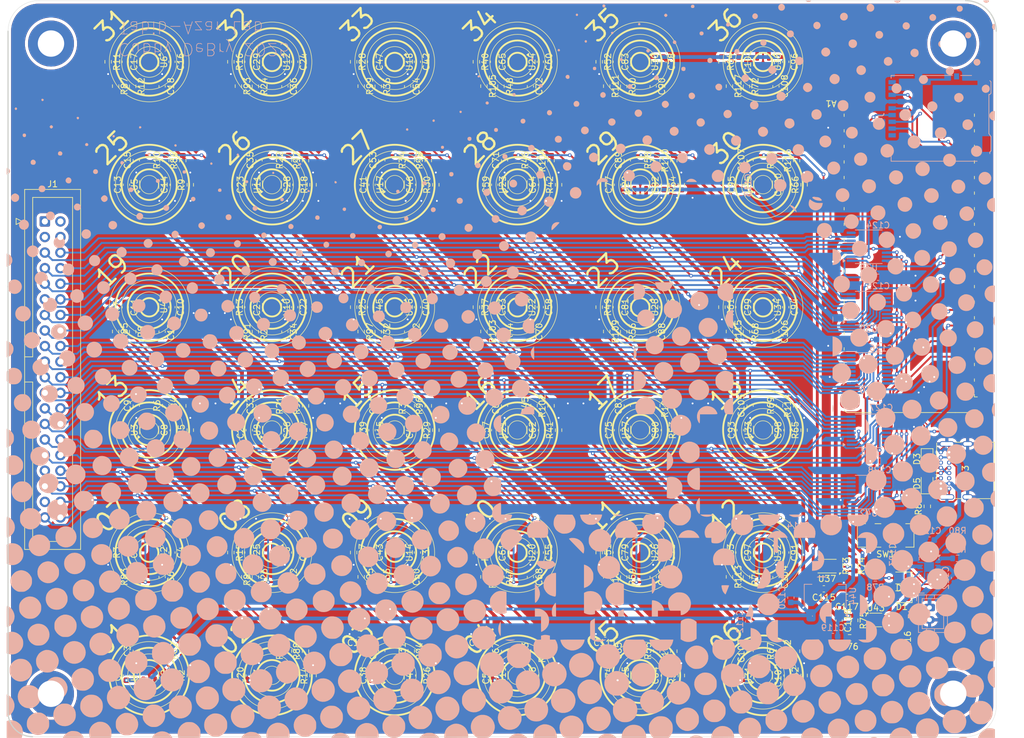
<source format=kicad_pcb>
(kicad_pcb (version 20241229) (generator "pcbnew") (generator_version "9.0")
  (layers (0 "F.Cu" signal) (2 "B.Cu" signal) (13 "F.Paste" user) (15 "B.Paste" user) (5 "F.SilkS" user "F.Silkscreen") (7 "B.SilkS" user "B.Silkscreen") (1 "F.Mask" user) (3 "B.Mask" user) (25 "Edge.Cuts" user))
  (net 0 "")
  (net 1 "+3V3")
  (net 2 "GND")
  (net 3 "Vref{slash}2")
  (net 4 "Net-(U1-OUT)")
  (net 5 "Net-(U2-OUT)")
  (net 6 "Net-(U3-OUT)")
  (net 7 "Net-(U4-OUT)")
  (net 8 "Net-(U5-OUT)")
  (net 9 "Net-(U6-OUT)")
  (net 10 "Net-(U8-OUT)")
  (net 11 "Net-(U9-OUT)")
  (net 12 "Net-(U10-OUT)")
  (net 13 "Net-(U11-OUT)")
  (net 14 "Net-(U12-OUT)")
  (net 15 "Net-(U7-OUT)")
  (net 16 "Net-(U14-OUT)")
  (net 17 "Net-(U15-OUT)")
  (net 18 "Net-(U16-OUT)")
  (net 19 "Net-(U17-OUT)")
  (net 20 "Net-(U18-OUT)")
  (net 21 "Net-(U13-OUT)")
  (net 22 "Net-(U20-OUT)")
  (net 23 "Net-(U21-OUT)")
  (net 24 "Net-(U22-OUT)")
  (net 25 "Net-(U23-OUT)")
  (net 26 "Net-(U24-OUT)")
  (net 27 "Net-(U19-OUT)")
  (net 28 "Net-(U26-OUT)")
  (net 29 "Net-(U27-OUT)")
  (net 30 "Net-(U28-OUT)")
  (net 31 "Net-(U29-OUT)")
  (net 32 "Net-(U30-OUT)")
  (net 33 "Net-(U25-OUT)")
  (net 34 "Net-(U32-OUT)")
  (net 35 "Net-(U33-OUT)")
  (net 36 "Net-(U34-OUT)")
  (net 37 "Net-(U35-OUT)")
  (net 38 "Net-(U36-OUT)")
  (net 39 "Net-(U31-OUT)")
  (net 40 "SPI1_MISO")
  (net 41 "SPI0_SCK")
  (net 44 "SPI1_MOSI")
  (net 45 "SPI0_MISO")
  (net 47 "D+")
  (net 48 "CS_5")
  (net 53 "CS_4")
  (net 54 "SPI1_SCK")
  (net 55 "Net-(C2-Pad2)")
  (net 56 "Net-(C5-Pad2)")
  (net 58 "D-")
  (net 59 "Net-(C8-Pad2)")
  (net 60 "SPI0_MOSI")
  (net 62 "CS_2")
  (net 63 "CS_1")
  (net 67 "SPI1_CS")
  (net 69 "Net-(C11-Pad2)")
  (net 72 "CS_3")
  (net 76 "Vref")
  (net 77 "Vreg")
  (net 79 "A1")
  (net 80 "A2")
  (net 81 "A3")
  (net 82 "A4")
  (net 83 "A5")
  (net 84 "A6")
  (net 85 "A7")
  (net 86 "A8")
  (net 87 "A9")
  (net 88 "A10")
  (net 89 "A11")
  (net 90 "A12")
  (net 91 "A13")
  (net 92 "A14")
  (net 93 "A15")
  (net 94 "A16")
  (net 95 "A17")
  (net 96 "A18")
  (net 97 "A19")
  (net 98 "A20")
  (net 99 "A21")
  (net 100 "A22")
  (net 101 "A23")
  (net 102 "A24")
  (net 103 "A25")
  (net 104 "A26")
  (net 105 "A27")
  (net 106 "A28")
  (net 107 "A29")
  (net 108 "A30")
  (net 109 "A31")
  (net 110 "A32")
  (net 111 "A33")
  (net 112 "A34")
  (net 113 "A35")
  (net 114 "A36")
  (net 115 "Net-(U37A--)")
  (net 116 "Net-(U37B-+)")
  (net 117 "Net-(J2-Pin_1)")
  (net 118 "Net-(D1-A)")
  (net 119 "Net-(D1-K)")
  (net 120 "Net-(D2-A)")
  (net 121 "Net-(D2-K)")
  (net 122 "Net-(D3-A)")
  (net 123 "Net-(C14-Pad2)")
  (net 124 "Net-(D5-A)")
  (net 125 "Net-(C17-Pad2)")
  (net 126 "Net-(C25-Pad2)")
  (net 127 "Net-(J3-CC1)")
  (net 132 "Net-(U43-SW)")
  (net 133 "Net-(U43-FB)")
  (net 134 "Net-(U45-TS)")
  (net 135 "Net-(U45-ISET)")
  (net 137 "Net-(SW1-B)")
  (net 142 "Net-(C26-Pad2)")
  (net 143 "Net-(C27-Pad2)")
  (net 144 "Net-(C28-Pad2)")
  (net 145 "Net-(C29-Pad2)")
  (net 146 "Net-(C30-Pad2)")
  (net 147 "Net-(C43-Pad2)")
  (net 148 "Net-(C44-Pad2)")
  (net 149 "Net-(C45-Pad2)")
  (net 150 "Net-(C46-Pad2)")
  (net 151 "Net-(C47-Pad2)")
  (net 152 "Net-(C48-Pad2)")
  (net 153 "Net-(C61-Pad2)")
  (net 154 "Net-(C62-Pad2)")
  (net 155 "Net-(C63-Pad2)")
  (net 156 "Net-(C64-Pad2)")
  (net 157 "Net-(C65-Pad2)")
  (net 158 "Net-(C66-Pad2)")
  (net 159 "Net-(C79-Pad2)")
  (net 160 "Net-(C80-Pad2)")
  (net 161 "Net-(C81-Pad2)")
  (net 162 "Net-(C82-Pad2)")
  (net 163 "Net-(C83-Pad2)")
  (net 164 "Net-(C84-Pad2)")
  (net 165 "Net-(C97-Pad2)")
  (net 166 "Net-(C98-Pad2)")
  (net 167 "Net-(C99-Pad2)")
  (net 168 "Net-(C100-Pad2)")
  (net 169 "Net-(C101-Pad2)")
  (net 170 "Net-(C102-Pad2)")
  (net 175 "+5V1")
  (net 176 "V_USB")
  (footprint "Resistor_SMD:R_0603_1608Metric" (layer "F.Cu") (at 80.843442 50.213601 90)
    (property "Reference" "R93")
    (property "Value" "1M")
  )
  (footprint "Package_TO_SOT_SMD:SOT-23" (layer "F.Cu") (at 146.309442 66.271601 90)
    (property "Reference" "U29")
    (property "Value" "DRV5055A1xDBZxQ1")
  )
  (footprint "Capacitor_SMD:C_0603_1608Metric" (layer "F.Cu") (at 170.204442 66.296601 90)
    (property "Reference" "C100")
    (property "Value" "4.7uF")
  )
  (footprint "Resistor_SMD:R_0603_1608Metric" (layer "F.Cu") (at 173.004442 66.296601 90)
    (property "Reference" "R66")
    (property "Value" "150K")
  )
  (footprint "Resistor_SMD:R_0603_1608Metric" (layer "F.Cu") (at 153.004442 146.296601 90)
    (property "Reference" "R50")
    (property "Value" "150K")
  )
  (footprint "Package_SON:WSON-6-1EP_2x2mm_P0.65mm_EP1x1.6mm" (layer "F.Cu") (at 184.676942 137.249601)
    (property "Reference" "U43")
    (property "Value" "TPS61099DRV")
  )
  (footprint "Resistor_SMD:R_0603_1608Metric" (layer "F.Cu") (at 163.614442 90.246601 -90)
    (property "Reference" "R68")
    (property "Value" "4.7K")
  )
  (footprint "Capacitor_SMD:C_0603_1608Metric" (layer "F.Cu") (at 90.014442 86.246601 -90)
    (property "Reference" "C22")
    (property "Value" ".1uF")
  )
  (footprint "Capacitor_SMD:C_0603_1608Metric" (layer "F.Cu") (at 124.204442 102.296601 90)
    (property "Reference" "C69")
    (property "Value" "68nF")
  )
  (footprint "Resistor_SMD:R_0603_1608Metric" (layer "F.Cu") (at 129.004442 142.296601 90)
    (property "Reference" "R43")
    (property "Value" "4.7K")
  )
  (footprint "Capacitor_SMD:C_0603_1608Metric" (layer "F.Cu") (at 164.204442 102.296601 90)
    (property "Reference" "C105")
    (property "Value" "68nF")
  )
  (footprint "Package_TO_SOT_SMD:SOT-23" (layer "F.Cu") (at 106.309442 46.271601 -90)
    (property "Reference" "U18")
    (property "Value" "DRV5055A1xDBZxQ1")
  )
  (footprint "Capacitor_SMD:C_0603_1608Metric" (layer "F.Cu") (at 142.604442 66.296601 90)
    (property "Reference" "C77")
    (property "Value" ".1uF")
  )
  (footprint "Capacitor_SMD:C_0603_1608Metric" (layer "F.Cu") (at 148.414442 130.246601 -90)
    (property "Reference" "C86")
    (property "Value" "68nF")
  )
  (footprint "Resistor_SMD:R_0603_1608Metric" (layer "F.Cu") (at 131.775442 62.329601 -90)
    (property "Reference" "R104")
    (property "Value" "1M")
  )
  (footprint "Button_Switch_SMD:SW_DPDT_CK_JS202011JCQN" (layer "F.Cu") (at 186.289442 123.463601 180)
    (property "Reference" "SW1")
    (property "Value" "SW_SPST")
  )
  (footprint "LED_SMD:LED_0805_2012Metric" (layer "F.Cu") (at 188.916942 130.391601 180)
    (property "Reference" "D2")
    (property "Value" "LED")
  )
  (footprint "Resistor_SMD:R_0603_1608Metric" (layer "F.Cu") (at 171.775442 102.329601 -90)
    (property "Reference" "R114")
    (property "Value" "1M")
  )
  (footprint "Capacitor_SMD:C_0603_1608Metric" (layer "F.Cu") (at 150.204442 106.296601 90)
    (property "Reference" "C80")
    (property "Value" "4.7uF")
  )
  (footprint "Resistor_SMD:R_0603_1608Metric" (layer "F.Cu") (at 111.775442 102.329601 -90)
    (property "Reference" "R96")
    (property "Value" "1M")
  )
  (footprint "Resistor_SMD:R_0603_1608Metric" (layer "F.Cu") (at 159.614442 86.246601 -90)
    (property "Reference" "R61")
    (property "Value" "150K")
  )
  (footprint "Capacitor_SMD:C_0603_1608Metric" (layer "F.Cu") (at 70.204442 66.296601 90)
    (property "Reference" "C14")
    (property "Value" "4.7uF")
  )
  (footprint "Package_TO_SOT_SMD:SOT-23" (layer "F.Cu") (at 126.309442 106.271601 90)
    (property "Reference" "U21")
    (property "Value" "DRV5055A1xDBZxQ1")
  )
  (footprint "Capacitor_SMD:C_0603_1608Metric" (layer "F.Cu") (at 148.414442 50.246601 -90)
    (property "Reference" "C90")
    (property "Value" "68nF")
  )
  (footprint "Resistor_SMD:R_0603_1608Metric" (layer "F.Cu") (at 143.614442 90.246601 -90)
    (property "Reference" "R56")
    (property "Value" "4.7K")
  )
  (footprint "Capacitor_SMD:C_0603_1608Metric" (layer "F.Cu") (at 110.014442 86.246601 -90)
    (property "Reference" "C40")
    (property "Value" ".1uF")
  )
  (footprint "Resistor_SMD:R_0603_1608Metric" (layer "F.Cu") (at 111.775442 62.329601 -90)
    (property "Reference" "R98")
    (property "Value" "1M")
  )
  (footprint "Capacitor_SMD:C_0603_1608Metric" (layer "F.Cu") (at 130.014442 126.246601 -90)
    (property "Reference" "C55")
    (property "Value" ".1uF")
  )
  (footprint "Capacitor_SMD:C_0603_1608Metric" (layer "F.Cu") (at 88.414442 130.246601 -90)
    (property "Reference" "C32")
    (property "Value" "68nF")
  )
  (footprint "Resistor_SMD:R_0603_1608Metric" (layer "F.Cu") (at 153.004442 66.296601 90)
    (property "Reference" "R54")
    (property "Value" "150K")
  )
  (footprint "Capacitor_SMD:C_0603_1608Metric" (layer "F.Cu") (at 110.204442 146.296601 90)
    (property "Reference" "C48")
    (property "Value" "4.7uF")
  )
  (footprint "Capacitor_SMD:C_0603_1608Metric" (layer "F.Cu") (at 64.204442 102.296601 90)
    (property "Reference" "C9")
    (property "Value" "68nF")
  )
  (footprint "Resistor_SMD:R_0603_1608Metric" (layer "F.Cu") (at 63.614442 130.246601 -90)
    (property "Reference" "R4")
    (property "Value" "4.7K")
  )
  (footprint "Resistor_SMD:R_0603_1608Metric" (layer "F.Cu") (at 183.795442 128.430601 90)
    (property "Reference" "R74")
    (property "Value" "150K")
  )
  (footprint "Package_TO_SOT_SMD:SOT-23" (layer "F.Cu") (at 146.309442 106.271601 90)
    (property "Reference" "U27")
    (property "Value" "DRV5055A1xDBZxQ1")
  )
  (footprint "Capacitor_SMD:C_0603_1608Metric" (layer "F.Cu") (at 122.604442 66.296601 90)
    (property "Reference" "C59")
    (property "Value" ".1uF")
  )
  (footprint "Diode_SMD:D_0805_2012Metric" (layer "F.Cu") (at 193.040442 114.994601 90)
    (property "Reference" "D5")
    (property "Value" "D_Small")
  )
  (footprint "Resistor_SMD:R_0603_1608Metric" (layer "F.Cu") (at 63.614442 50.246601 -90)
    (property "Reference" "R12")
    (property "Value" "4.7K")
  )
  (footprint "Capacitor_SMD:C_0603_1608Metric" (layer "F.Cu") (at 62.414442 86.246601 -90)
    (property "Reference" "C11")
    (property "Value" "4.7uF")
  )
  (footprint "Resistor_SMD:R_0603_1608Metric" (layer "F.Cu") (at 73.004442 106.296601 90)
    (property "Reference" "R5")
    (property "Value" "150K")
  )
  (footprint "Resistor_SMD:R_0603_1608Metric" (layer "F.Cu") (at 151.775442 142.329601 -90)
    (property "Reference" "R106")
    (property "Value" "1M")
  )
  (footprint "Capacitor_SMD:C_0603_1608Metric" (layer "F.Cu") (at 102.604442 146.296601 90)
    (property "Reference" "C38")
    (property "Value" ".1uF")
  )
  (footprint "Capacitor_SMD:C_0603_1608Metric" (layer "F.Cu") (at 110.014442 46.246601 -90)
    (property "Reference" "C42")
    (property "Value" ".1uF")
  )
  (footprint "Capacitor_SMD:C_0603_1608Metric" (layer "F.Cu") (at 142.604442 146.296601 90)
    (property "Reference" "C74")
    (property "Value" ".1uF")
  )
  (footprint "Capacitor_SMD:C_0603_1608Metric" (layer "F.Cu") (at 150.204442 146.296601 90)
    (property "Reference" "C84")
    (property "Value" "4.7uF")
  )
  (footprint "Capacitor_SMD:C_0603_1608Metric" (layer "F.Cu") (at 102.414442 46.246601 -90)
    (property "Reference" "C47")
    (property "Value" "4.7uF")
  )
  (footprint "Capacitor_SMD:C_0603_1608Metric" (layer "F.Cu") (at 142.414442 86.246601 -90)
    (property "Reference" "C81")
    (property "Value" "4.7uF")
  )
  (footprint "Capacitor_SMD:C_0603_1608Metric" (layer "F.Cu") (at 122.414442 126.246601 -90)
    (property "Reference" "C61")
    (property "Value" "4.7uF")
  )
  (footprint "Capacitor_SMD:C_0603_1608Metric" (layer "F.Cu") (at 176.222942 132.168101)
    (property "Reference" "C115")
    (property "Value" ".1uF")
  )
  (footprint "Resistor_SMD:R_0603_1608Metric" (layer "F.Cu") (at 113.004442 146.296601 90)
    (property "Reference" "R26")
    (property "Value" "150K")
  )
  (footprint "Capacitor_SMD:C_0603_1608Metric" (layer "F.Cu") (at 178.709442 137.348601 -90)
    (property "Reference" "C118")
    (property "Value" "10uF")
  )
  (footprint "Capacitor_SMD:C_0603_1608Metric" (layer "F.Cu") (at 168.414442 50.246601 -90)
    (property "Reference" "C108")
    (property "Value" "68nF")
  )
  (footprint "Package_TO_SOT_SMD:SOT-23" (layer "F.Cu") (at 126.309442 46.271601 -90)
    (property "Reference" "U24")
    (property "Value" "DRV5055A1xDBZxQ1")
  )
  (footprint "Package_DFN_QFN:DFN-8-1EP_3x2mm_P0.5mm_EP1.75x1.45mm" (layer "F.Cu") (at 176.747942 128.468101 180)
    (property "Reference" "U37")
    (property "Value" "MCP6002-xMC")
  )
  (footprint "Resistor_SMD:R_0603_1608Metric" (layer "F.Cu") (at 91.775442 102.329601 -90)
    (property "Reference" "R90")
    (property "Value" "1M")
  )
  (footprint "Resistor_SMD:R_0603_1608Metric" (layer "F.Cu") (at 160.843442 50.213601 90)
    (property "Reference" "R117")
    (property "Value" "1M")
  )
  (footprint "Connector_USB:USB_C_Receptacle_GCT_USB4085" (layer "F.Cu") (at 195.284442 115.840601 90)
    (property "Reference" "J3")
    (property "Value" "USB_C_Receptacle_USB2.0_14P")
  )
  (footprint "Resistor_SMD:R_0603_1608Metric" (layer "F.Cu") (at 133.004442 66.296601 90)
    (property "Reference" "R42")
    (property "Value" "150K")
  )
  (footprint "Package_TO_SOT_SMD:SOT-23" (layer "F.Cu") (at 166.309442 86.271601 -90)
    (property "Reference" "U34")
    (property "Value" "DRV5055A1xDBZxQ1")
  )
  (footprint "Capacitor_SMD:C_0603_1608Metric" (layer "F.Cu") (at 102.414442 86.246601 -90)
    (property "Reference" "C45")
    (property "Value" "4.7uF")
  )
  (footprint "Package_TO_SOT_SMD:SOT-23" (layer "F.Cu") (at 126.309442 86.271601 -90)
    (property "Reference" "U22")
    (property "Value" "DRV5055A1xDBZxQ1")
  )
  (footprint "Capacitor_SMD:C_0603_1608Metric" (layer "F.Cu") (at 82.604442 66.296601 90)
    (property "Reference" "C23")
    (property "Value" ".1uF")
  )
  (footprint "Resistor_SMD:R_0603_1608Metric" (layer "F.Cu") (at 83.614442 50.246601 -90)
    (property "Reference" "R24")
    (property "Value" "4.7K")
  )
  (footprint "Resistor_SMD:R_0603_1608Metric" (layer "F.Cu") (at 169.004442 142.296601 90)
    (property "Reference" "R67")
    (property "Value" "4.7K")
  )
  (footprint "Capacitor_SMD:C_0603_1608Metric" (layer "F.Cu") (at 148.414442 90.246601 -90)
    (property "Reference" "C88")
    (property "Value" "68nF")
  )
  (footprint "Package_TO_SOT_SMD:SOT-23" (layer "F.Cu") (at 86.309442 46.271601 -90)
    (property "Reference" "U12")
    (property "Value" "DRV5055A1xDBZxQ1")
  )
  (footprint "Package_TO_SOT_SMD:SOT-23" (layer "F.Cu") (at 86.309442 106.271601 90)
    (property "Reference" "U9")
    (property "Value" "DRV5055A1xDBZxQ1")
  )
  (footprint "Resistor_SMD:R_0603_1608Metric" (layer "F.Cu") (at 151.775442 102.329601 -90)
    (property "Reference" "R108")
    (property "Value" "1M")
  )
  (footprint "Capacitor_SMD:C_0603_1608Metric" (layer "F.Cu") (at 68.414442 130.246601 -90)
    (property "Reference" "C6")
    (property "Value" "68nF")
  )
  (footprint "Capacitor_SMD:C_0603_1608Metric" (layer "F.Cu") (at 150.014442 46.246601 -90)
    (property "Reference" "C78")
    (property "Value" ".1uF")
  )
  (footprint "Package_TO_SOT_SMD:SOT-23" (layer "F.Cu") (at 66.309442 86.271601 -90)
    (property "Reference" "U4")
    (property "Value" "DRV5055A1xDBZxQ1")
  )
  (footprint "Capacitor_SMD:C_0603_1608Metric" (layer "F.Cu") (at 68.414442 90.246601 -90)
    (property "Reference" "C12")
    (property "Value" "68nF")
  )
  (footprint "Capacitor_SMD:C_0603_1608Metric" (layer "F.Cu") (at 170.204442 106.296601 90)
    (property "Reference" "C98")
    (property "Value" "4.7uF")
  )
  (footprint "Package_TO_SOT_SMD:SOT-23" (layer "F.Cu") (at 106.309442 126.271601 -90)
    (property "Reference" "U14")
    (property "Value" "DRV5055A1xDBZxQ1")
  )
  (footprint "Resistor_SMD:R_0603_1608Metric" (layer "F.Cu") (at 93.004442 146.296601 90)
    (property "Reference" "R14")
    (property "Value" "150K")
  )
  (footprint "Resistor_SMD:R_0603_1608Metric" (layer "F.Cu") (at 100.843442 130.213601 90)
    (property "Reference" "R95")
    (property "Value" "1M")
  )
  (footprint "Resistor_SMD:R_0603_1608Metric" (layer "F.Cu") (at 79.614442 86.246601 -90)
    (property "Reference" "R13")
    (property "Value" "150K")
  )
  (footprint "Capacitor_SMD:C_0603_1608Metric" (layer "F.Cu") (at 70.014442 46.246601 -90)
    (property "Reference" "C16")
    (property "Value" ".1uF")
  )
  (footprint "Capacitor_SMD:C_0603_1608Metric" (layer "F.Cu") (at 110.204442 106.296601 90)
    (property "Reference" "C44")
    (property "Value" "4.7uF")
  )
  (footprint "Resistor_SMD:R_0603_1608Metric" (layer "F.Cu") (at 131.775442 142.329601 -90)
    (property "Reference" "R100")
    (property "Value" "1M")
  )
  (footprint "Capacitor_SMD:C_0603_1608Metric" (layer "F.Cu") (at 162.604442 106.296601 90)
    (property "Reference" "C93")
    (property "Value" ".1uF")
  )
  (footprint "Package_TO_SOT_SMD:SOT-23" (layer "F.Cu") (at 146.309442 146.271601 90)
    (property "Reference" "U25")
    (property "Value" "DRV5055A1xDBZxQ1")
  )
  (footprint "Resistor_SMD:R_0603_1608Metric" (layer "F.Cu") (at 59.614442 86.246601 -90)
    (property "Reference" "R7")
    (property "Value" "150K")
  )
  (footprint "Capacitor_SMD:C_0603_1608Metric" (layer "F.Cu") (at 62.604442 106.296601 90)
    (property "Reference" "C7")
    (property "Value" ".1uF")
  )
  (footprint "Capacitor_SMD:C_0603_1608Metric" (layer "F.Cu") (at 164.204442 62.296601 90)
    (property "Reference" "C107")
    (property "Value" "68nF")
  )
  (footprint "Resistor_SMD:R_0603_1608Metric" (layer "F.Cu") (at 79.614442 46.246601 -90)
    (property "Reference" "R16")
    (property "Value" "150K")
  )
  (footprint "Inductor_SMD:L_1008_2520Metric" (layer "F.Cu") (at 188.869442 136.658601 90)
    (property "Reference" "L1")
    (property "Value" "2.2uH")
  )
  (footprint "Resistor_SMD:R_0603_1608Metric" (layer "F.Cu") (at 111.775442 142.329601 -90)
    (property "Reference" "R94")
    (property "Value" "1M")
  )
  (footprint "Capacitor_SMD:C_0603_1608Metric" (layer "F.Cu") (at 122.604442 106.296601 90)
    (property "Reference" "C57")
    (property "Value" ".1uF")
  )
  (footprint "Capacitor_SMD:C_0603_1608Metric" (layer "F.Cu") (at 64.204442 142.296601 90)
    (property "Reference" "C3")
    (property "Value" "68nF")
  )
  (footprint "Capacitor_SMD:C_0603_1608Metric" (layer "F.Cu") (at 88.414442 90.246601 -90)
    (property "Reference" "C34")
    (property "Value" "68nF")
  )
  (footprint "Resistor_SMD:R_0603_1608Metric" (layer "F.Cu") (at 91.775442 62.329601 -90)
    (property "Reference" "R92")
    (property "Value" "1M")
  )
  (footprint "Capacitor_SMD:C_0603_1608Metric" (layer "F.Cu") (at 90.204442 66.296601 90)
    (property "Reference" "C28")
    (property "Value" "4.7uF")
  )
  (footprint "Resistor_SMD:R_0603_1608Metric" (layer "F.Cu") (at 119.614442 126.246601 -90)
    (property "Reference" "R39")
    (property "Value" "150K")
  )
  (footprint "Capacitor_SMD:C_0603_1608Metric" (layer "F.Cu") (at 110.204442 66.296601 90)
    (property "Reference" "C46")
    (property "Value" "4.7uF")
  )
  (footprint "Capacitor_SMD:C_0603_1608Metric" (layer "F.Cu") (at 162.604442 146.296601 90)
    (property "Reference" "C92")
    (property "Value" ".1uF")
  )
  (footprint "Package_TO_SOT_SMD:SOT-23" (layer "F.Cu") (at 166.309442 126.271601 -90)
    (property "Reference" "U32")
    (property "Value" "DRV5055A1xDBZxQ1")
  )
  (footprint "Capacitor_SMD:C_0603_1608Metric" (layer "F.Cu") (at 90.204442 146.296601 90)
    (property "Reference" "C30")
    (property "Value" "4.7uF")
  )
  (footprint "Capacitor_SMD:C_0603_1608Metric" (layer "F.Cu") (at 168.414442 90.246601 -90)
    (property "Reference" "C106")
    (property "Value" "68nF")
  )
  (footprint "Package_TO_SOT_SMD:SOT-23" (layer "F.Cu") (at 86.309442 146.271601 90)
    (property "Reference" "U7")
    (property "Value" "DRV5055A1xDBZxQ1")
  )
  (footprint "Resistor_SMD:R_0603_1608Metric" (layer "F.Cu") (at 103.614442 130.246601 -90)
    (property "Reference" "R35")
    (property "Value" "4.7K")
  )
  (footprint "Capacitor_SMD:C_0603_1608Metric" (layer "F.Cu") (at 68.414442 50.246601 -90)
    (property "Reference" "C18")
    (property "Value" "68nF")
  )
  (footprint "Resistor_SMD:R_0603_1608Metric" (layer "F.Cu") (at 93.004442 106.296601 90)
    (property "Reference" "R17")
    (property "Value" "150K")
  )
  (footprint "Capacitor_SMD:C_0603_1608Metric" (layer "F.Cu") (at 130.204442 106.296601 90)
    (property "Reference" "C62")
    (property "Value" "4.7uF")
  )
  (footprint "Resistor_SMD:R_0603_1608Metric" (layer "F.Cu") (at 180.424442 140.155601 180)
    (property "Reference" "R76")
    (property "Value" "240K")
  )
  (footprint "Capacitor_SMD:C_0603_1608Metric" (layer "F.Cu") (at 62.414442 46.246601 -90)
    (property "Reference" "C17")
    (property "Value" "4.7uF")
  )
  (footprint "Resistor_SMD:R_0603_1608Metric" (layer "F.Cu") (at 71.775442 102.329601 -90)
    (property "Reference" "R84")
    (property "Value" "1M")
  )
  (footprint "Package_TO_SOT_SMD:SOT-23" (layer "F.Cu") (at 146.309442 126.271601 -90)
    (property "Reference" "U26")
    (property "Value" "DRV5055A1xDBZxQ1")
  )
  (footprint "Capacitor_SMD:C_0603_1608Metric" (layer "F.Cu") (at 90.014442 46.246601 -90)
    (property "Reference" "C24")
    (property "Value" ".1uF")
  )
  (footprint "Capacitor_SMD:C_0603_1608Metric" (layer "F.Cu") (at 70.014442 126.246601 -90)
    (property "Reference" "C4")
    (property "Value" ".1uF")
  )
  (footprint "Capacitor_SMD:C_0603_1608Metric" (layer "F.Cu") (at 110.014442 126.246601 -90)
    (property "Reference" "C37")
    (property "Value" ".1uF")
  )
  (footprint "Capacitor_SMD:C_0603_1608Metric" (layer "F.Cu") (at 170.204442 146.296601 90)
    (property "Reference" "C102")
    (property "Value" "4.7uF")
  )
  (footprint "Resistor_SMD:R_0603_1608Metric" (layer "F.Cu") (at 120.843442 130.213601 90)
    (property "Reference" "R101")
    (property "Value" "1M")
  )
  (footprint "Package_TO_SOT_SMD:SOT-23" (layer "F.Cu") (at 106.309442 106.271601 90)
    (property "Reference" "U15")
    (property "Value" "DRV5055A1xDBZxQ1")
  )
  (footprint "Capacitor_SMD:C_0603_1608Metric" (layer "F.Cu") (at 128.414442 50.246601 -90)
    (property "Reference" "C72")
    (property "Value" "68nF")
  )
  (footprint "Resistor_SMD:R_0603_1608Metric" (layer "F.Cu") (at 80.843442 130.213601 90)
    (property "Reference" "R89")
    (property "Value" "1M")
  )
  (footprint "Resistor_SMD:R_0603_1608Metric" (layer "F.Cu") (at 149.004442 62.296601 90)
    (property "Reference" "R58")
    (property "Value" "4.7K")
  )
  (footprint "Capacitor_SMD:C_0603_1608Metric" (layer "F.Cu") (at 120.289442 139.535601 180)
    (property "Reference" "C110")
    (property "Value" "1uF")
  )
  (footprint "Capacitor_SMD:C_0603_1608Metric" (layer "F.Cu") (at 104.204442 102.296601 90)
    (property "Reference" "C51")
    (property "Value" "68nF")
  )
  (footprint "Capacitor_SMD:C_0603_1608Metric" (layer "F.Cu") (at 188.361442 140.930601 -90)
    (property "Reference" "C116")
    (property "Value" "10uF")
  )
  (footprint "Resistor_SMD:R_0603_1608Metric" (layer "F.Cu") (at 193.078442 118.717601 90)
    (property "Reference" "R81")
    (property "Value" "5.1K")
  )
  (footprint "Package_TO_SOT_SMD:SOT-23" (layer "F.Cu") (at 146.309442 46.271601 -90)
    (property "Reference" "U30")
    (property "Value" "DRV5055A1xDBZxQ1")
  )
  (footprint "Resistor_SMD:R_0603_1608Metric" (layer "F.Cu") (at 89.004442 102.296601 90)
    (property "Reference" "R21")
    (property "Value" "4.7K")
  )
  (footprint "Resistor_SMD:R_0603_1608Metric" (layer "F.Cu") (at 151.775442 62.329601 -90)
    (property "Reference" "R110")
    (property "Value" "1M")
  )
  (footprint "Capacitor_SMD:C_0603_1608Metric" (layer "F.Cu") (at 90.014442 126.246601 -90)
    (property "Reference" "C19")
    (property "Value" ".1uF")
  )
  (footprint "LED_SMD:LED_0805_2012Metric" (layer "F.Cu") (at 188.916942 133.447601 180)
    (property "Reference" "D1")
    (property "Value" "LED")
  )
  (footprint "Capacitor_SMD:C_0603_1608Metric" (layer "F.Cu") (at 84.204442 142.296601 90)
    (property "Reference" "C31")
    (property "Value" "68nF")
  )
  (footprint "Resistor_SMD:R_0603_1608Metric" (layer "F.Cu") (at 120.843442 50.213601 90)
    (property "Reference" "R105")
    (property "Value" "1M")
  )
  (footprint "Resistor_SMD:R_0603_1608Metric" (layer "F.Cu") (at 123.614442 90.246601 -90)
    (property "Reference" "R44")
    (property "Value" "4.7K")
  )
  (footprint "Capacitor_SMD:C_0603_1608Metric" (layer "F.Cu") (at 104.204442 62.296601 90)
    (property "Reference" "C53")
    (property "Value" "68nF")
  )
  (footprint "Capacitor_SMD:C_0603_1608Metric" (layer "F.Cu") (at 168.414442 130.246601 -90)
    (property "Reference" "C104")
    (property "Value" "68nF")
  )
  (footprint "Capacitor_SMD:C_0603_1608Metric" (layer "F.Cu") (at 142.604442 106.296601 90)
    (property "Reference" "C75")
    (property "Value" ".1uF")
  )
  (footprint "Capacitor_SMD:C_0603_1608Metric" (layer "F.Cu") (at 82.414442 126.246601 -90)
    (property "Reference" "C25")
    (property "Value" "4.7uF")
  )
  (footprint "Package_TO_SOT_SMD:SOT-23" (layer "F.Cu") (at 166.309442 106.271601 90)
    (property "Reference" "U33")
    (property "Value" "DRV5055A1xDBZxQ1")
  )
  (footprint "MountingHole:MountingHole_4.3mm_M4_DIN965_Pad_TopBottom" (layer "F.Cu") (at 50.309442 149.271601 90)
    (property "Reference" "REF**" (hide yes))
    (property "Value" "MountingHole_4.3mm_M4_DIN965_Pad_TopBottom" (hide yes))
  )
  (footprint "MountingHole:MountingHole_4.3mm_M4_DIN965_Pad_TopBottom" (layer "F.Cu") (at 50.309442 43.271601 90)
    (property "Reference" "REF**" (hide yes))
    (property "Value" "MountingHole_4.3mm_M4_DIN965_Pad_TopBottom" (hide yes))
  )
  (footprint "Resistor_SMD:R_0603_1608Metric" (layer "F.Cu") (at 93.004442 66.296601 90)
    (property "Reference" "R18")
    (property "Value" "150K")
  )
  (footprint "Resistor_SMD:R_0603_1608Metric" (layer "F.Cu") (at 133.004442 106.296601 90)
    (property "Reference" "R41")
    (property "Value" "150K")
  )
  (footprint "Resistor_SMD:R_0603_1608Metric" (layer "F.Cu") (at 119.614442 46.246601 -90)
    (property "Reference" "R40")
    (property "Value" "150K")
  )
  (footprint "Package_TO_SOT_SMD:SOT-23" (layer "F.Cu") (at 166.309442 66.271601 90)
    (property "Reference" "U35")
    (property "Value" "DRV5055A1xDBZxQ1")
  )
  (footprint "Resistor_SMD:R_0603_1608Metric" (layer "F.Cu") (at 71.775442 142.329601 -90)
    (property "Reference" "R82")
    (property "Value" "1M")
  )
  (footprint "Capacitor_SMD:C_0603_1608Metric" (layer "F.Cu") (at 122.414442 46.246601 -90)
    (property "Reference" "C65")
    (property "Value" "4.7uF")
  )
  (footprint "Package_TO_SOT_SMD:SOT-23" (layer "F.Cu") (at 66.309442 66.271601 90)
    (property "Reference" "U5")
    (property "Value" "DRV5055A1xDBZxQ1")
  )
  (footprint "Package_TO_SOT_SMD:SOT-23" (layer "F.Cu") (at 66.309442 126.271601 -90)
    (property "Reference" "U2")
    (property "Value" "DRV5055A1xDBZxQ1")
  )
  (footprint "Capacitor_SMD:C_0603_1608Metric" (layer "F.Cu") (at 84.204442 62.296601 90)
    (property "Reference" "C35")
    (property "Value" "68nF")
  )
  (footprint "Capacitor_SMD:C_0603_1608Metric" (layer "F.Cu") (at 122.414442 86.246601 -90)
    (property "Reference" "C63")
    (property "Value" "4.7uF")
  )
  (footprint "Package_TO_SOT_SMD:SOT-23" (layer "F.Cu") (at 86.309442 126.271601 -90)
    (property "Reference" "U8")
    (property "Value" "DRV5055A1xDBZxQ1")
  )
  (footprint "Package_TO_SOT_SMD:SOT-23" (layer "F.Cu") (at 106.309442 146.271601 90)
    (property "Reference" "U13")
    (property "Value" "DRV5055A1xDBZxQ1")
  )
  (footprint "Resistor_SMD:R_0603_1608Metric" (layer "F.Cu") (at 91.775442 142.329601 -90)
    (property "Reference" "R88")
    (property "Value" "1M")
  )
  (footprint "Package_TO_SOT_SMD:SOT-23" (layer "F.Cu") (at 86.309442 66.271601 90)
    (property "Reference" "U11")
    (property "Value" "DRV5055A1xDBZxQ1")
  )
  (footprint "Capacitor_SMD:C_0603_1608Metric" (layer "F.Cu") (at 170.014442 86.246601 -90)
    (property "Reference" "C94")
    (property "Value" ".1uF")
  )
  (footprint "Capacitor_SMD:C_0603_1608Metric" (layer "F.Cu") (at 108.414442 50.246601 -90)
    (property "Reference" "C54")
    (property "Value" "68nF")
  )
  (footprint "Capacitor_SMD:C_0603_1608Metric" (layer "F.Cu") (at 108.414442 130.246601 -90)
    (property "Reference" "C50")
    (property "Value" "68nF")
  )
  (footprint "Resistor_SMD:R_0603_1608Metric" (layer "F.Cu") (at 69.004442 102.296601 90)
    (property "Reference" "R6")
    (property "Value" "4.7K")
  )
  (footprint "Capacitor_SMD:C_0603_1608Metric" (layer "F.Cu") (at 170.014442 46.246601 -90)
    (property "Reference" "C96")
    (property "Value" ".1uF")
  )
  (footprint "Capacitor_SMD:C_0603_1608Metric" (layer "F.Cu") (at 124.204442 142.296601 90)
    (property "Reference" "C67")
    (property "Value" "68nF")
  )
  (footprint "Package_TO_SOT_SMD:SOT-23" (layer "F.Cu") (at 66.309442 146.271601 90)
    (property "Reference" "U1")
    (property "Value" "DRV5055A1xDBZxQ1")
  )
  (footprint "Capacitor_SMD:C_0603_1608Metric" (layer "F.Cu") (at 82.604442 146.296601 90)
    (property "Reference" "C20")
    (property "Value" ".1uF")
  )
  (footprint "Capacitor_SMD:C_0603_1608Metric" (layer "F.Cu") (at 82.604442 106.296601 90)
    (property "Reference" "C21")
    (property "Value" ".1uF")
  )
  (footprint "Package_TO_SOT_SMD:SOT-23" (layer "F.Cu") (at 166.309442 46.271601 -90)
    (property "Reference" "U36")
    (property "Value" "DRV5055A1xDBZxQ1")
  )
  (footprint "Resistor_SMD:R_0603_1608Metric" (layer "F.Cu") (at 69.004442 142.296601 90)
    (property "Reference" "R1")
    (property "Value" "4.7K")
  )
  (footprint "Capacitor_SMD:C_0603_1608Metric" (layer "F.Cu") (at 82.414442 46.246601 -90)
    (property "Reference" "C29")
    (property "Value" "4.7uF")
  )
  (footprint "Resistor_SMD:R_0603_1608Metric" (layer "F.Cu") (at 123.614442 50.246601 -90)
    (property "Reference" "R48")
    (property "Value" "4.7K")
  )
  (footprint "Resistor_SMD:R_0603_1608Metric" (layer "F.Cu") (at 163.614442 50.246601 -90)
    (property "Reference" "R72")
    (property "Value" "4.7K")
  )
  (footprint "Resistor_SMD:R_0603_1608Metric" (layer "F.Cu") (at 120.843442 90.213601 90)
    (property "Reference" "R103")
    (property "Value" "1M")
  )
  (footprint "Resistor_SMD:R_0603_1608Metric" (layer "F.Cu") (at 80.843442 90.213601 90)
    (property "Reference" "R91")
    (property "Value" "1M")
  )
  (footprint "Capacitor_SMD:C_0603_1608Metric" (layer "F.Cu") (at 150.204442 66.296601 90)
    (property "Reference" "C82")
    (property "Value" "4.7uF")
  )
  (footprint "Capacitor_SMD:C_0603_1608Metric" (layer "F.Cu") (at 142.414442 126.246601 -90)
    (property "Reference" "C79")
    (property "Value" "4.7uF")
  )
  (footprint "Package_TO_SOT_SMD:SOT-23" (layer "F.Cu") (at 86.309442 86.271601 -90)
    (property "Reference" "U10")
    (property "Value" "DRV5055A1xDBZxQ1")
  )
  (footprint "Resistor_SMD:R_0603_1608Metric" (layer "F.Cu") (at 60.843442 50.213601 90)
    (property "Reference" "R87")
    (property "Value" "1M")
  )
  (footprint "Resistor_SMD:R_0603_1608Metric" (layer "F.Cu") (at 171.775442 142.329601 -90)
    (property "Reference" "R112")
    (property "Value" "1M")
  )
  (footprint "Capacitor_SMD:C_0603_1608Metric" (layer "F.Cu") (at 102.414442 126.246601 -90)
    (property "Reference" "C43")
    (property "Value" "4.7uF")
  )
  (footprint "Resistor_SMD:R_0603_1608Metric" (layer "F.Cu") (at 109.004442 102.296601 90)
    (property "Reference" "R33")
    (property "Value" "4.7K")
  )
  (footprint "Diode_SMD:D_0805_2012Metric" (layer "F.Cu") (at 193.040442 111.002101 -90)
    (property "Reference" "D3")
    (property "Value" "D_Small")
  )
  (footprint "Resistor_SMD:R_0603_1608Metric" (layer "F.Cu") (at 140.843442 130.213601 90)
    (property "Reference" "R107")
    (property "Value" "1M")
  )
  (footprint "Capacitor_SMD:C_0603_1608Metric" (layer "F.Cu") (at 128.414442 130.246601 -90)
    (property "Reference" "C68")
    (property "Value" "68nF")
  )
  (footprint "Resistor_SMD:R_0603_1608Metric" (layer "F.Cu") (at 149.004442 102.296601 90)
    (property "Reference" "R57")
    (property "Value" "4.7K")
  )
  (footprint "Capacitor_SMD:C_0603_1608Metric" (layer "F.Cu") (at 130.204442 66.296601 90)
    (property "Reference" "C64")
    (property "Value" "4.7uF")
  )
  (footprint "Resistor_SMD:R_0603_1608Metric" (layer "F.Cu") (at 79.614442 126.246601 -90)
    (property "Reference" "R15")
    (property "Value" "150K")
  )
  (footprint "Resistor_SMD:R_0603_1608Metric" (layer "F.Cu") (at 139.614442 86.246601 -90)
    (property "Reference" "R49")
    (property "Value" "150K")
  )
  (footprint "Resistor_SMD:R_0603_1608Metric" (layer "F.Cu") (at 169.004442 102.296601 90)
    (property "Reference" "R69")
    (property "Value" "4.7K")
  )
  (footprint "Resistor_SMD:R_0603_1608Metric" (layer "F.Cu") (at 89.004442 142.296601 90)
    (property "Reference" "R19")
    (property "Value" "4.7K")
  )
  (footprint "Resistor_SMD:R_0603_1608Metric" (layer "F.Cu") (at 139.614442 126.246601 -90)
    (property "Reference" "R51")
    (property "Value" "150K")
  )
  (footprint "Resistor_SMD:R_0603_1608Metric" (layer "F.Cu") (at 63.614442 90.246601 -90)
    (property "Reference" "R8")
    (property "Value" "4.7K")
  )
  (footprint "Resistor_SMD:R_0603_1608Metric" (layer "F.Cu") (at 149.004442 142.296601 90)
    (property "Reference" "R55")
    (property "Value" "4.7K")
  )
  (footprint "Capacitor_SMD:C_0603_1608Metric" (layer "F.Cu") (at 90.204442 106.296601 90)
    (property "Reference" "C26")
    (property "Value" "4.7uF")
  )
  (footprint "Capacitor_SMD:C_0603_1608Metric" (layer "F.Cu") (at 179.966442 133.551601)
    (property "Reference" "C117")
    (property "Value" "10uF")
  )
  (footprint "Capacitor_SMD:C_0603_1608Metric" (layer "F.Cu") (at 170.014442 126.246601 -90)
    (property "Reference" "C91")
    (property "Value" ".1uF")
  )
  (footprint "Resistor_SMD:R_0603_1608Metric" (layer "F.Cu") (at 99.614442 86.246601 -90)
    (property "Reference" "R25")
    (property "Value" "150K")
  )
  (footprint "Resistor_SMD:R_0603_1608Metric" (layer "F.Cu") (at 113.004442 106.296601 90)
    (property "Reference" "R29")
    (property "Value" "150K")
  )
  (footprint "Package_TO_SOT_SMD:SOT-23" (layer "F.Cu") (at 66.309442 46.271601 -90)
    (property "Reference" "U6")
    (property "Value" "DRV5055A1xDBZxQ1")
  )
  (footprint "Capacitor_SMD:C_0603_1608Metric" (layer "F.Cu") (at 150.014442 86.246601 -90)
    (property "Reference" "C76")
    (property "Value" ".1uF")
  )
  (footprint "Resistor_SMD:R_0603_1608Metric" (layer "F.Cu") (at 171.775442 62.329601 -90)
    (property "Reference" "R116")
    (property "Value" "1M")
  )
  (footprint "Capacitor_SMD:C_0603_1608Metric" (layer "F.Cu") (at 102.604442 66.296601 90)
    (property "Reference" "C41")
    (property "Value" ".1uF")
  )
  (footprint "Capacitor_SMD:C_0603_1608Metric" (layer "F.Cu") (at 64.204442 62.296601 90)
    (property "Reference" "C15")
    (property "Value" "68nF")
  )
  (footprint "Package_TO_SOT_SMD:SOT-23" (layer "F.Cu") (at 126.309442 66.271601 90)
    (property "Reference" "U23")
    (property "Value" "DRV5055A1xDBZxQ1")
  )
  (footprint "Resistor_SMD:R_0603_1608Metric" (layer "F.Cu") (at 100.843442 90.213601 90)
    (property "Reference" "R97")
    (property "Value" "1M")
  )
  (footprint "Capacitor_SMD:C_0603_1608Metric" (layer "F.Cu") (at 122.604442 146.296601 90)
    (property "Reference" "C56")
    (property "Value" ".1uF")
  )
  (footprint "Capacitor_SMD:C_0603_1608Metric" (layer "F.Cu") (at 70.204442 146.296601 90)
    (property "Reference" "C2")
    (property "Value" "4.7uF")
  )
  (footprint "Capacitor_SMD:C_0603_1608Metric" (layer "F.Cu") (at 104.204442 142.296601 90)
    (property "Reference" "C49")
    (property "Value" "68nF")
  )
  (footprint "Package_TO_SOT_SMD:SOT-23" (layer "F.Cu") (at 106.309442 66.271601 90)
    (property "Reference" "U17")
    (property "Value" "DRV5055A1xDBZxQ1")
  )
  (footprint "Capacitor_SMD:C_0603_1608Metric" (layer "F.Cu") (at 144.204442 142.296601 90)
    (property "Reference" "C85")
    (property "Value" "68nF")
  )
  (footprint "Resistor_SMD:R_0603_1608Metric" (layer "F.Cu") (at 181.285442 128.430601 90)
    (property "Reference" "R73")
    (property "Value" "150K")
  )
  (footprint "Package_TO_SOT_SMD:SOT-23" (layer "F.Cu") (at 106.309442 86.271601 -90)
    (property "Reference" "U16")
    (property "Value" "DRV5055A1xDBZxQ1")
  )
  (footprint "Capacitor_SMD:C_0603_1608Metric" (layer "F.Cu") (at 62.604442 66.296601 90)
    (property "Reference" "C13")
    (property "Value" ".1uF")
  )
  (footprint "Package_TO_SOT_SMD:SOT-23" (layer "F.Cu") (at 146.309442 86.271601 -90)
    (property "Reference" "U28")
    (property "Value" "DRV5055A1xDBZxQ1")
  )
  (footprint "Module:RaspberryPi_Pico_W_SMD" (layer "F.Cu") (at 190.139442 77.813601 180)
    (property "Reference" "A1")
    (property "Value" "RaspberryPi_Pico_W")
  )
  (footprint "Resistor_SMD:R_0603_1608Metric" (layer "F.Cu") (at 59.614442 126.246601 -90)
    (property "Reference" "R3")
    (property "Value" "150K")
  )
  (footprint "Resistor_SMD:R_0603_1608Metric" (layer "F.Cu") (at 73.004442 146.296601 90)
    (property "Reference" "R2")
    (property "Value" "150K")
  )
  (footprint "Package_TO_SOT_SMD:SOT-23" (layer "F.Cu") (at 66.309442 106.271601 90)
    (property "Reference" "U3")
    (property "Value" "DRV5055A1xDBZxQ1")
  )
  (footprint "Resistor_SMD:R_0603_1608Metric" (layer "F.Cu") (at 83.614442 130.246601 -90)
    (property "Reference" "R23")
    (property "Value" "4.7K")
  )
  (footprint "Capacitor_SMD:C_0603_1608Metric" (layer "F.Cu") (at 162.414442 126.246601 -90)
    (property "Reference" "C97")
    (property "Value" "4.7uF")
  )
  (footprint "Resistor_SMD:R_0603_1608Metric" (layer "F.Cu") (at 99.614442 126.246601 -90)
    (property "Reference" "R27")
    (property "Value" "150K")
  )
  (footprint "Package_TO_SOT_SMD:SOT-23" (layer "F.Cu") (at 126.309442 126.271601 -90)
    (property "Reference" "U20")
    (property "Value" "DRV5055A1xDBZxQ1")
  )
  (footprint "Capacitor_SMD:C_0603_1608Metric" (layer "F.Cu") (at 130.014442 86.246601 -90)
    (property "Reference" "C58")
    (property "Value" ".1uF")
  )
  (footprint "Resistor_SMD:R_0603_1608Metric" (layer "F.Cu") (at 159.614442 46.246601 -90)
    (property "Reference" "R64")
    (property "Value" "150K")
  )
  (footprint "Resistor_SMD:R_0603_1608Metric" (layer "F.Cu") (at 163.614442 130.246601 -90)
    (property "Reference" "R71")
    (property "Value" "4.7K")
  )
  (footprint "Resistor_SMD:R_0603_1608Metric" (layer "F.Cu") (at 159.614442 126.246601 -90)
    (property "Reference" "R63")
    (property "Value" "150K")
  )
  (footprint "Capacitor_SMD:C_0603_1608Metric" (layer "F.Cu") (at 88.414442 50.246601 -90)
    (property "Reference" "C36")
    (property "Value" "68nF")
  )
  (footprint "Resistor_SMD:R_0603_1608Metric" (layer "F.Cu") (at 103.614442 50.246601 -90)
    (property "Reference" "R36")
    (property "Value" "4.7K")
  )
  (footprint "Resistor_SMD:R_0603_1608Metric" (layer "F.Cu") (at 160.843442 90.213601 90)
    (property "Reference" "R115")
    (property "Value" "1M")
  )
  (footprint "Capacitor_SMD:C_0603_1608Metric" (layer "F.Cu") (at 70.014442 86.246601 -90)
    (property "Reference" "C10")
    (property "Value" ".1uF")
  )
  (footprint "Resistor_SMD:R_0603_1608Metric" (layer "F.Cu") (at 160.843442 130.213601 90)
    (property "Reference" "R113")
    (property "Value" "1M")
  )
  (footprint "Resistor_SMD:R_0603_1608Metric" (layer "F.Cu") (at 59.614442 46.246601 -90)
    (property "Reference" "R11")
    (property "Value" "150K")
  )
  (footprint "Capacitor_SMD:C_0603_1608Metric" (layer "F.Cu") (at 108.414442 90.246601 -90)
    (property "Reference" "C52")
    (property "Value" "68nF")
  )
  (footprint "Capacitor_SMD:C_0603_1608Metric" (layer "F.Cu") (at 84.204442 102.296601 90)
    (property "Reference" "C33")
    (property "Value" "68nF")
  )
  (footprint "Capacitor_SMD:C_0603_1608Metric" (layer "F.Cu") (at 162.414442 46.246601 -90)
    (property "Reference" "C101")
    (property "Value" "4.7uF")
  )
  (footprint "Capacitor_SMD:C_0603_1608Metric" (layer "F.Cu") (at 82.414442 86.246601 -90)
    (property "Reference" "C27")
    (property "Value" "4.7uF")
  )
  (footprint "Resistor_SMD:R_0603_1608Metric" (layer "F.Cu") (at 169.004442 62.296601 90)
    (property "Reference" "R70")
    (property "Value" "4.7K")
  )
  (footprint "Capacitor_SMD:C_0603_1608Metric" (layer "F.Cu") (at 62.604442 146.296601 90)
    (property "Reference" "C1")
    (property "Value" ".1uF")
  )
  (footprint "Resistor_SMD:R_0603_1608Metric" (layer "F.Cu") (at 113.004442 66.296601 90)
    (property "Reference" "R30")
    (property "Value" "150K")
  )
  (footprint "Resistor_SMD:R_0603_1608Metric" (layer "F.Cu") (at 119.614442 86.246601 -90)
    (property "Reference" "R37")
    (property "Value" "150K")
  )
  (footprint "Resistor_SMD:R_0603_1608Metric" (layer "F.Cu") (at 140.843442 90.213601 90)
    (property "Reference" "R109")
    (property "Value" "1M")
  )
  (footprint "Connector_IDC:IDC-Header_2x20_P2.54mm_Vertical" (layer "F.Cu") (at 49.309442 72.271601)
    (property "Reference" "J1")
    (property "Value" "Conn_02x20_Odd_Even")
  )
  (footprint "Resistor_SMD:R_0603_1608Metric" (layer "F.Cu") (at 89.004442 62.296601 90)
    (property "Reference" "R22")
    (property "Value" "4.7K")
  )
  (footprint "Capacitor_SMD:C_0603_1608Metric" (layer "F.Cu") (at 102.604442 106.296601 90)
    (property "Reference" "C39")
    (property "Value" ".1uF")
  )
  (footprint "Resistor_SMD:R_0603_1608Metric" (layer "F.Cu") (at 103.614442 90.246601 -90)
    (property "Reference" "R32")
    (property "Value" "4.7K")
  )
  (footprint "Resistor_SMD:R_0603_1608Metric" (layer "F.Cu") (at 60.843442 90.213601 90)
    (property "Reference" "R85")
    (property "Value" "1M")
  )
  (footprint "Capacitor_SMD:C_0603_1608Metric" (layer "F.Cu") (at 128.414442 90.246601 -90)
    (property "Reference" "C70")
    (property "Value" "68nF")
  )
  (footprint "Resistor_SMD:R_0603_1608Metric" (layer "F.Cu") (at 99.614442 46.246601 -90)
    (property "Reference" "R28")
    (property "Value" "150K")
  )
  (footprint "Resistor_SMD:R_0603_1608Metric" (layer "F.Cu") (at 140.843442 50.213601 90)
    (property "Reference" "R111")
    (property "Value" "1M")
  )
  (footprint "Capacitor_SMD:C_0603_1608Metric" (layer "F.Cu") (at 142.414442 46.246601 -90)
    (property "Reference" "C83")
    (property "Value" "4.7uF")
  )
  (footprint "Resistor_SMD:R_0603_1608Metric" (layer "F.Cu") (at 73.004442 66.296601 90)
    (property "Reference" "R9")
    (property "Value" "150K")
  )
  (footprint "Capacitor_SMD:C_0603_1608Metric" (layer "F.Cu") (at 144.204442 102.296601 90)
    (property "Reference" "C87")
    (property "Value" "68nF")
  )
  (footprint "Resistor_SMD:R_0603_1608Metric" (layer "F.Cu") (at 60.843442 130.213601 90)
    (property "Reference" "R83")
    (property "Value" "1M")
  )
  (footprint "Resistor_SMD:R_0603_1608Metric" (layer "F.Cu") (at 143.614442 50.246601 -90)
    (property "Reference" "R60")
    (property "Value" "4.7K")
  )
  (footprint "Capacitor_SMD:C_0603_1608Metric" (layer "F.Cu") (at 70.204442 106.296601 90)
    (property "Reference" "C8")
    (property "Value" "4.7uF")
  )
  (footprint "Package_TO_SOT_SMD:SOT-23" (layer "F.Cu") (at 166.309442 146.271601 90)
    (property "Reference" "U31")
    (property "Value" "DRV5055A1xDBZxQ1")
  )
  (footprint "Resistor_SMD:R_0603_1608Metric" (layer "F.Cu") (at 109.004442 142.296601 90)
    (property "Reference" "R31")
    (property "Value" "4.7K")
  )
  (footprint "Resistor_SMD:R_0603_1608Metric" (layer "F.Cu") (at 173.004442 106.296601 90)
    (property "Reference" "R65")
    (property "Value" "150K" (hide yes))
  )
  (footprint "MountingHole:MountingHole_4.3mm_M4_DIN965_Pad_TopBottom" (layer "F.Cu") (at 197.309442 149.271601 90)
    (property "Reference" "REF**" (hide yes))
    (property "Value" "MountingHole_4.3mm_M4_DIN965_Pad_TopBottom" (hide yes))
  )
  (footprint "Resistor_SMD:R_0603_1608Metric" (layer "F.Cu") (at 143.614442 130.246601 -90)
    (property "Reference" "R59")
    (property "Value" "4.7K")
  )
  (footprint "Capacitor_SMD:C_0603_1608Metric" (layer "F.Cu") (at 162.414442 86.246601 -90)
    (property "Reference" "C99")
    (property "Value" "4.7uF")
  )
  (footprint "Resistor_SMD:R_0603_1608Metric" (layer "F.Cu") (at 133.004442 146.296601 90)
    (property "Reference" "R38")
    (property "Value" "150K")
  )
  (footprint "Capacitor_SMD:C_0603_1608Metric" (layer "F.Cu") (at 130.204442 146.296601 90)
    (property "Reference" "C66")
    (property "Value" "4.7uF")
  )
  (footprint "Resistor_SMD:R_0603_1608Metric" (layer "F.Cu") (at 109.004442 62.296601 90)
    (property "Reference" "R34")
    (property "Value" "4.7K")
  )
  (footprint "Resistor_SMD:R_0603_1608Metric" (layer "F.Cu") (at 83.614442 90.246601 -90)
    (property "Reference" "R20")
    (property "Value" "4.7K")
  )
  (footprint "Resistor_SMD:R_0603_1608Metric" (layer "F.Cu") (at 123.614442 130.246601 -90)
    (property "Reference" "R47")
    (property "Value" "4.7K")
  )
  (footprint "Capacitor_SMD:C_0603_1608Metric" (layer "F.Cu") (at 130.014442 46.246601 -90)
    (property "Reference" "C60")
    (property "Value" ".1uF")
  )
  (footprint "MountingHole:MountingHole_4.3mm_M4_DIN965_Pad_TopBottom" (layer "F.Cu") (at 197.309442 43.271601 90)
    (property "Reference" "REF**" (hide yes))
    (property "Value" "MountingHole_4.3mm_M4_DIN965_Pad_TopBottom" (hide yes))
  )
  (footprint "Resistor_SMD:R_0603_1608Metric" (layer "F.Cu") (at 173.004442 146.296601 90)
    (property "Reference" "R62")
    (property "Value" "150K" (hide yes))
  )
  (footprint "Resistor_SMD:R_0603_1608Metric" (layer "F.Cu") (at 153.004442 106.296601 90)
    (property "Reference" "R53")
    (property "Value" "150K")
  )
  (footprint "Resistor_SMD:R_0603_1608Metric" (layer "F.Cu") (at 181.249442 137.298601 -90)
    (property "Reference" "R75")
    (property "Value" "1M")
  )
  (footprint "Resistor_SMD:R_0603_1608Metric" (layer "F.Cu") (at 131.775442 102.329601 -90)
    (property "Reference" "R102")
    (property "Value" "1M")
  )
  (footprint "Resistor_SMD:R_0603_1608Metric" (layer "F.Cu") (at 69.004442 62.296601 90)
    (property "Reference" "R10")
    (property "Value" "4.7K")
  )
  (footprint "Capacitor_SMD:C_0603_1608Metric" (layer "F.Cu") (at 124.204442 62.296601 90)
    (property "Reference" "C71")
    (property "Value" "68nF")
  )
  (footprint "Capacitor_SMD:C_0603_1608Metric" (layer "F.Cu") (at 140.609442 139.535601 180)
    (property "Reference" "C111")
    (property "Value" "1uF")
  )
  (footprint "Package_TO_SOT_SMD:SOT-23" (layer "F.Cu") (at 126.309442 146.271601 90)
    (property "Reference" "U19")
    (property "Value" "DRV5055A1xDBZxQ1")
  )
  (footprint "Capacitor_SMD:C_0603_1608Metric" (layer "F.Cu") (at 164.204442 142.296601 90)
    (property "Reference" "C103")
    (property "Value" "68nF")
  )
  (footprint "Resistor_SMD:R_0603_1608Metric" (layer "F.Cu") (at 129.004442 62.296601 90)
    (property "Reference" "R46")
    (property "Value" "4.7K")
  )
  (footprint "Resistor_SMD:R_0603_1608Metric" (layer "F.Cu") (at 71.775442 62.329601 -90)
    (property "Reference" "R86")
    (property "Value" "1M")
  )
  (footprint "Capacitor_SMD:C_0603_1608Metric" (layer "F.Cu") (at 150.014442 126.246601 -90)
    (property "Reference" "C73")
    (property "Value" ".1uF")
  )
  (footprint "Capacitor_SMD:C_0603_1608Metric" (layer "F.Cu") (at 162.604442 66.296601 90)
    (property "Reference" "C95")
    (property "Value" ".1uF")
  )
  (footprint "Capacitor_SMD:C_0603_1608Metric" (layer "F.Cu") (at 62.414442 126.246601 -90)
    (property "Reference" "C5")
    (property "Value" "4.7uF")
  )
  (footprint "Resistor_SMD:R_0603_1608Metric" (layer "F.Cu") (at 129.004442 102.296601 90)
    (property "Reference" "R45")
    (property "Value" "4.7K")
  )
  (footprint "Resistor_SMD:R_0603_1608Metric" (layer "F.Cu") (at 100.843442 50.213601 90)
    (property "Reference" "R99")
    (property "Value" "1M")
  )
  (footprint "Capacitor_SMD:C_0603_1608Metric" (layer "F.Cu") (at 100.477442 139.535601 180)
    (property "Reference" "C109")
    (property "Value" "1uF")
  )
  (footprint "Capacitor_SMD:C_0603_1608Metric" (layer "F.Cu") (at 144.204442 62.296601 90)
    (property "Reference" "C89")
    (property "Value" "68nF")
  )
  (footprint "Resistor_SMD:R_0603_1608Metric" (layer "F.Cu") (at 139.614442 46.246601 -90)
    (property "Reference" "R52")
    (property "Value" "150K")
  )
  (footprint "Resistor_SMD:R_0603_1608Metric" (layer "B.Cu") (at 184.614442 130.391601)
    (property "Reference" "R79")
    (property "Value" "160")
  )
  (footprint "Capacitor_SMD:C_0603_1608Metric" (layer "B.Cu") (at 193.441442 124.217133)
    (property "Reference" "C121")
    (property "Value" "1uF")
  )
  (footprint "Package_TO_SOT_SMD:SOT-223-3_TabPin2" (layer "B.Cu") (at 176.437442 133.337601 90)
    (property "Reference" "U44")
    (property "Value" "MCP1703Ax-120xxDB")
  )
  (footprint "Package_SO:TSSOP-16_4.4x5mm_P0.65mm" (layer "B.Cu") (at 183.535442 106.401601)
    (property "Reference" "U41")
    (property "Value" "ADC1283" (hide yes))
  )
  (footprint "Package_SO:TSSOP-16_4.4x5mm_P0.65mm" (layer "B.Cu") (at 183.535442 116.401601)
    (property "Reference" "U42")
    (property "Value" "ADC1283")
  )
  (footprint "Package_SO:TSSOP-16_4.4x5mm_P0.65mm" (layer "B.Cu") (at 183.535442 86.401601)
    (property "Reference" "U39")
    (property "Value" "ADC1283")
  )
  (footprint "Capacitor_SMD:C_0603_1608Metric" (layer "B.Cu") (at 185.059442 81.369601)
    (property "Reference" "C125")
    (property "Value" "1uF")
  )
  (footprint "Capacitor_SMD:C_0603_1608Metric" (layer "B.Cu") (at 185.567442 101.181601)
    (property "Reference" "C127")
    (property "Value" "1uF")
  )
  (footprint "Connector_JST:JST_PH_B2B-PH-K_1x02_P2.00mm_Vertical" (layer "B.Cu") (at 193.441442 135.217601 -90)
    (property "Reference" "J2")
    (property "Value" "BATT")
  )
  (footprint "Capacitor_SMD:C_0603_1608Metric" (layer "B.Cu") (at 172.105442 123.279601 180)
    (property "Reference" "C114")
    (property "Value" "1uF")
  )
  (footprint "Capacitor_SMD:C_0603_1608Metric" (layer "B.Cu") (at 162.453442 66.383601 90)
    (property "Reference" "C113")
    (property "Value" "1uF")
  )
  (footprint "Resistor_SMD:R_0603_1608Metric" (layer "B.Cu") (at 198.013442 124.217133)
    (property "Reference" "R80")
    (property "Value" "3.3K")
  )
  (footprint "Capacitor_SMD:C_0603_1608Metric" (layer "B.Cu") (at 185.313442 111.341601)
    (property "Reference" "C128")
    (property "Value" "1uF")
  )
  (footprint "Capacitor_SMD:C_0603_1608Metric" (layer "B.Cu") (at 197.505442 130.391601 -90)
    (property "Reference" "C122")
    (property "Value" "4.7uF")
  )
  (footprint "Capacitor_SMD:C_0603_1608Metric" (layer "B.Cu") (at 185.567442 91.529601)
    (property "Reference" "C126")
    (property "Value" "1uF")
  )
  (footprint "Resistor_SMD:R_0603_1608Metric" (layer "B.Cu") (at 198.013442 127.201601 180)
    (property "Reference" "R77")
    (property "Value" "10K")
  )
  (footprint "LOGO" (layer "B.Cu") (at 123.591442 96.355601)
    (property "Reference" "G***" (hide yes))
    (property "Value" "LOGO" (hide yes))
  )
  (footprint "Capacitor_SMD:C_0603_1608Metric" (layer "B.Cu") (at 185.059442 71.463601)
    (property "Reference" "C124")
    (property "Value" "1uF")
  )
  (footprint "Capacitor_SMD:C_0603_1608Metric" (layer "B.Cu") (at 170.849442 133.604601 90)
    (property "Reference" "C120")
    (property "Value" "1uF")
  )
  (footprint "Package_SO:TSSOP-16_4.4x5mm_P0.65mm" (layer "B.Cu") (at 183.535442 76.401601)
    (property "Reference" "U38")
    (property "Value" "ADC1283")
  )
  (footprint "Capacitor_SMD:C_0603_1608Metric" (layer "B.Cu") (at 163.977442 137.503601 -90)
    (property "Reference" "C112")
    (property "Value" "1uF")
  )
  (footprint "Resistor_SMD:R_0603_1608Metric" (layer "B.Cu") (at 184.614442 133.439601)
    (property "Reference" "R78")
    (property "Value" "100")
  )
  (footprint "Package_DFN_QFN:VQFN-16-1EP_3x3mm_P0.5mm_EP1.6x1.6mm" (layer "B.Cu") (at 193.354942 128.601601 180)
    (property "Reference" "U45")
    (property "Value" "BQ24075RGT")
  )
  (footprint "Capacitor_SMD:C_0603_1608Metric" (layer "B.Cu") (at 177.694442 139.941601 180)
    (property "Reference" "C119")
    (property "Value" "1uF")
  )
  (footprint "Package_SO:TSSOP-16_4.4x5mm_P0.65mm" (layer "B.Cu") (at 183.535442 96.401601)
    (property "Reference" "U40")
    (property "Value" "ADC1283")
  )
  (footprint "Connector_Card:microSD_HC_Hirose_DM3AT-SF-PEJM5" (layer "B.Cu") (at 195.070442 55.454601 -90)
    (property "Reference" "J4")
    (property "Value" "Micro_SD_Card_Det_Hirose_DM3AT")
  )
  (footprint "Capacitor_SMD:C_0603_1608Metric" (layer "B.Cu") (at 188.869442 126.594601 90)
    (property "Reference" "C123")
    (property "Value" "4.7uF")
  )
  (gr_circle (center 126.309442 46.271601) (end 126.309442 44.771601) (stroke (width 0.3)) (fill no) (layer "F.SilkS"))
  (gr_circle (center 126.309442 86.271601) (end 126.309442 79.771601) (stroke (width 0.1)) (fill no) (layer "F.SilkS"))
  (gr_circle (center 146.309442 126.271601) (end 146.309442 123.771601) (stroke (width 0.1)) (fill no) (layer "F.SilkS"))
  (gr_circle (center 106.309442 46.271601) (end 106.309442 39.771601) (stroke (width 0.1)) (fill no) (layer "F.SilkS"))
  (gr_circle (center 86.309442 66.271601) (end 86.309442 62.771601) (stroke (width 0.1)) (fill no) (layer "F.SilkS"))
  (gr_circle (center 106.309442 146.271601) (end 106.309442 143.771601) (stroke (width 0.3)) (fill no) (layer "F.SilkS"))
  (gr_circle (center 86.309442 106.271601) (end 86.309442 99.771601) (stroke (width 0.3)) (fill no) (layer "F.SilkS"))
  (gr_circle (center 126.309442 126.271601) (end 126.309442 123.771601) (stroke (width 0.1)) (fill no) (layer "F.SilkS"))
  (gr_circle (center 126.309442 126.271601) (end 126.309442 122.771601) (stroke (width 0.3)) (fill no) (layer "F.SilkS"))
  (gr_circle (center 66.309442 66.271601) (end 66.309442 59.771601) (stroke (width 0.3)) (fill no) (layer "F.SilkS"))
  (gr_circle (center 126.309442 66.271601) (end 126.309442 62.771601) (stroke (width 0.1)) (fill no) (layer "F.SilkS"))
  (gr_circle (center 86.309442 86.271601) (end 86.309442 80.771601) (stroke (width 0.3)) (fill no) (layer "F.SilkS"))
  (gr_circle (center 66.309442 126.271601) (end 66.309442 119.771601) (stroke (width 0.1)) (fill no) (layer "F.SilkS"))
  (gr_circle (center 66.309442 146.271601) (end 66.309442 139.771601) (stroke (width 0.3)) (fill no) (layer "F.SilkS"))
  (gr_circle (center 66.309442 46.271601) (end 66.309442 39.771601) (stroke (width 0.1)) (fill no) (layer "F.SilkS"))
  (gr_circle (center 166.309442 106.271601) (end 166.309442 104.771601) (stroke (width 0.1)) (fill no) (layer "F.SilkS"))
  (gr_circle (center 66.309442 126.271601) (end 66.309442 124.771601) (stroke (width 0.3)) (fill no) (layer "F.SilkS"))
  (gr_circle (center 126.309442 46.271601) (end 126.309442 41.771601) (stroke (width 0.1)) (fill no) (layer "F.SilkS"))
  (gr_circle (center 106.309442 66.271601) (end 106.309442 63.771601) (stroke (width 0.3)) (fill no) (layer "F.SilkS"))
  (gr_circle (center 66.309442 126.271601) (end 66.309442 122.771601) (stroke (width 0.3)) (fill no) (layer "F.SilkS"))
  (gr_circle (center 86.309442 106.271601) (end 86.309442 104.771601) (stroke (width 0.1)) (fill no) (layer "F.SilkS"))
  (gr_circle (center 166.309442 86.271601) (end 166.309442 79.771601) (stroke (width 0.1)) (fill no) (layer "F.SilkS"))
  (gr_circle (center 106.309442 106.271601) (end 106.309442 99.771601) (stroke (width 0.3)) (fill no) (layer "F.SilkS"))
  (gr_circle (center 106.309442 66.271601) (end 106.309442 61.771601) (stroke (width 0.3)) (fill no) (layer "F.SilkS"))
  (gr_circle (center 86.309442 146.271601) (end 86.309442 140.771601) (stroke (width 0.1)) (fill no) (layer "F.SilkS"))
  (gr_circle (center 166.309442 126.271601) (end 166.309442 122.771601) (stroke (width 0.3)) (fill no) (layer "F.SilkS"))
  (gr_circle (center 86.309442 46.271601) (end 86.309442 44.771601) (stroke (width 0.3)) (fill no) (layer "F.SilkS"))
  (gr_circle (center 106.309442 86.271601) (end 106.309442 82.771601) (stroke (width 0.3)) (fill no) (layer "F.SilkS"))
  (gr_circle (center 166.309442 126.271601) (end 166.309442 124.771601) (stroke (width 0.3)) (fill no) (layer "F.SilkS"))
  (gr_circle (center 146.309442 46.271601) (end 146.309442 44.771601) (stroke (width 0.3)) (fill no) (layer "F.SilkS"))
  (gr_circle (center 106.309442 146.271601) (end 106.309442 141.771601) (stroke (width 0.3)) (fill no) (layer "F.SilkS"))
  (gr_circle (center 126.309442 146.271601) (end 126.309442 144.771601) (stroke (width 0.1)) (fill no) (layer "F.SilkS"))
  (gr_circle (center 66.309442 86.271601) (end 66.309442 80.771601) (stroke (width 0.3)) (fill no) (layer "F.SilkS"))
  (gr_circle (center 106.309442 146.271601) (end 106.309442 140.771601) (stroke (width 0.1)) (fill no) (layer "F.SilkS"))
  (gr_circle (center 86.309442 126.271601) (end 86.309442 122.771601) (stroke (width 0.3)) (fill no) (layer "F.SilkS"))
  (gr_circle (center 86.309442 86.271601) (end 86.309442 81.771601) (stroke (width 0.1)) (fill no) (layer "F.SilkS"))
  (gr_circle (center 166.309442 46.271601) (end 166.309442 44.771601) (stroke (width 0.3)) (fill no) (layer "F.SilkS"))
  (gr_circle (center 146.309442 46.271601) (end 146.309442 41.771601) (stroke (width 0.1)) (fill no) (layer "F.SilkS"))
  (gr_circle (center 66.309442 66.271601) (end 66.309442 60.771601) (stroke (width 0.1)) (fill no) (layer "F.SilkS"))
  (gr_circle (center 146.309442 146.271601) (end 146.309442 139.771601) (stroke (width 0.3)) (fill no) (layer "F.SilkS"))
  (gr_circle (center 146.309442 46.271601) (end 146.309442 39.771601) (stroke (width 0.1)) (fill no) (layer "F.SilkS"))
  (gr_circle (center 146.309442 146.271601) (end 146.309442 141.771601) (stroke (width 0.3)) (fill no) (layer "F.SilkS"))
  (gr_circle (center 126.309442 46.271601) (end 126.309442 40.771601) (stroke (width 0.3)) (fill no) (layer "F.SilkS"))
  (gr_circle (center 166.309442 66.271601) (end 166.309442 59.771601) (stroke (width 0.3)) (fill no) (layer "F.SilkS"))
  (gr_circle (center 106.309442 106.271601) (end 106.309442 103.771601) (stroke (width 0.3)) (fill no) (layer "F.SilkS"))
  (gr_circle (center 66.309442 66.271601) (end 66.309442 62.771601) (stroke (width 0.1)) (fill no) (layer "F.SilkS"))
  (gr_circle (center 86.309442 146.271601) (end 86.309442 141.771601) (stroke (width 0.3)) (fill no) (layer "F.SilkS"))
  (gr_circle (center 166.309442 126.271601) (end 166.309442 123.771601) (stroke (width 0.1)) (fill no) (layer "F.SilkS"))
  (gr_circle (center 86.309442 126.271601) (end 86.309442 121.771601) (stroke (width 0.1)) (fill no) (layer "F.SilkS"))
  (gr_circle (center 86.309442 86.271601) (end 86.309442 83.771601) (stroke (width 0.1)) (fill no) (layer "F.SilkS"))
  (gr_circle (center 126.309442 106.271601) (end 126.309442 102.771601) (stroke (width 0.1)) (fill no) (layer "F.SilkS"))
  (gr_circle (center 166.309442 106.271601) (end 166.309442 103.771601) (stroke (width 0.3)) (fill no) (layer "F.SilkS"))
  (gr_circle (center 106.309442 106.271601) (end 106.309442 101.771601) (stroke (width 0.3)) (fill no) (layer "F.SilkS"))
  (gr_circle (center 126.309442 146.271601) (end 126.309442 139.771601) (stroke (width 0.3)) (fill no) (layer "F.SilkS"))
  (gr_circle (center 166.309442 146.271601) (end 166.309442 142.771601) (stroke (width 0.1)) (fill no) (layer "F.SilkS"))
  (gr_circle (center 126.309442 126.271601) (end 126.309442 120.771601) (stroke (width 0.3)) (fill no) (layer "F.SilkS"))
  (gr_circle (center 146.309442 66.271601) (end 146.309442 64.771601) (stroke (width 0.1)) (fill no) (layer "F.SilkS"))
  (gr_circle (center 106.309442 66.271601) (end 106.309442 62.771601) (stroke (width 0.1)) (fill no) (layer "F.SilkS"))
  (gr_circle (center 126.309442 66.271601) (end 126.309442 61.771601) (stroke (width 0.3)) (fill no) (layer "F.SilkS"))
  (gr_circle (center 86.309442 146.271601) (end 86.309442 139.771601) (stroke (width 0.3)) (fill no) (layer "F.SilkS"))
  (gr_circle (center 146.309442 46.271601) (end 146.309442 43.771601) (stroke (width 0.1)) (fill no) (layer "F.SilkS"))
  (gr_circle (center 166.309442 46.271601) (end 166.309442 39.771601) (stroke (width 0.1)) (fill no) (layer "F.SilkS"))
  (gr_circle (center 86.309442 126.271601) (end 86.309442 123.771601) (stroke (width 0.1)) (fill no) (layer "F.SilkS"))
  (gr_circle (center 106.309442 86.271601) (end 106.309442 79.771601) (stroke (width 0.1)) (fill no) (layer "F.SilkS"))
  (gr_circle (center 146.309442 126.271601) (end 146.309442 120.771601) (stroke (width 0.3)) (fill no) (layer "F.SilkS"))
  (gr_circle (center 66.309442 106.271601) (end 66.309442 102.771601) (stroke (width 0.1)) (fill no) (layer "F.SilkS"))
  (gr_circle (center 106.309442 146.271601) (end 106.309442 139.771601) (stroke (width 0.3)) (fill no) (layer "F.SilkS"))
  (gr_circle (center 66.309442 146.271601) (end 66.309442 144.771601) (stroke (width 0.1)) (fill no) (layer "F.SilkS"))
  (gr_circle (center 126.309442 86.271601) (end 126.309442 82.771601) (stroke (width 0.3)) (fill no) (layer "F.SilkS"))
  (gr_circle (center 146.309442 126.271601) (end 146.309442 121.771601) (stroke (width 0.1)) (fill no) (layer "F.SilkS"))
  (gr_circle (center 86.309442 126.271601) (end 86.309442 119.771601) (stroke (width 0.1)) (fill no) (layer "F.SilkS"))
  (gr_circle (center 66.309442 66.271601) (end 66.309442 61.771601) (stroke (width 0.3)) (fill no) (layer "F.SilkS"))
  (gr_circle (center 126.309442 86.271601) (end 126.309442 84.771601) (stroke (width 0.3)) (fill no) (layer "F.SilkS"))
  (gr_circle (center 146.309442 86.271601) (end 146.309442 84.771601) (stroke (width 0.3)) (fill no) (layer "F.SilkS"))
  (gr_circle (center 66.309442 146.271601) (end 66.309442 141.771601) (stroke (width 0.3)) (fill no) (layer "F.SilkS"))
  (gr_circle (center 166.309442 86.271601) (end 166.309442 81.771601) (stroke (width 0.1)) (fill no) (layer "F.SilkS"))
  (gr_circle (center 166.309442 146.271601) (end 166.309442 144.771601) (stroke (width 0.1)) (fill no) (layer "F.SilkS"))
  (gr_circle (center 126.309442 66.271601) (end 126.309442 59.771601) (stroke (width 0.3)) (fill no) (layer "F.SilkS"))
  (gr_circle (center 66.309442 46.271601) (end 66.309442 43.771601) (stroke (width 0.1)) (fill no) (layer "F.SilkS"))
  (gr_circle (center 126.309442 126.271601) (end 126.309442 124.771601) (stroke (width 0.3)) (fill no) (layer "F.SilkS"))
  (gr_circle (center 126.309442 106.271601) (end 126.309442 104.771601) (stroke (width 0.1)) (fill no) (layer "F.SilkS"))
  (gr_circle (center 146.309442 126.271601) (end 146.309442 122.771601) (stroke (width 0.3)) (fill no) (layer "F.SilkS"))
  (gr_circle (center 106.309442 106.271601) (end 106.309442 104.771601) (stroke (width 0.1)) (fill no) (layer "F.SilkS"))
  (gr_circle (center 106.309442 46.271601) (end 106.309442 44.771601) (stroke (width 0.3)) (fill no) (layer "F.SilkS"))
  (gr_circle (center 146.309442 66.271601) (end 146.309442 61.771601) (stroke (width 0.3)) (fill no) (layer "F.SilkS"))
  (gr_circle (center 166.309442 46.271601) (end 166.309442 40.771601) (stroke (width 0.3)) (fill no) (layer "F.SilkS"))
  (gr_circle (center 166.309442 66.271601) (end 166.309442 63.771601) (stroke (width 0.3)) (fill no) (layer "F.SilkS"))
  (gr_circle (center 166.309442 106.271601) (end 166.309442 102.771601) (stroke (width 0.1)) (fill no) (layer "F.SilkS"))
  (gr_circle (center 146.309442 106.271601) (end 146.309442 100.771601) (stroke (width 0.1)) (fill no) (layer "F.SilkS"))
  (gr_circle (center 126.309442 146.271601) (end 126.309442 143.771601) (stroke (width 0.3)) (fill no) (layer "F.SilkS"))
  (gr_circle (center 146.309442 106.271601) (end 146.309442 102.771601) (stroke (width 0.1)) (fill no) (layer "F.SilkS"))
  (gr_circle (center 126.309442 106.271601) (end 126.309442 100.771601) (stroke (width 0.1)) (fill no) (layer "F.SilkS"))
  (gr_circle (center 166.309442 86.271601) (end 166.309442 83.771601) (stroke (width 0.1)) (fill no) (layer "F.SilkS"))
  (gr_circle (center 126.309442 146.271601) (end 126.309442 142.771601) (stroke (width 0.1)) (fill no) (layer "F.SilkS"))
  (gr_circle (center 146.309442 66.271601) (end 146.309442 62.771601) (stroke (width 0.1)) (fill no) (layer "F.SilkS"))
  (gr_circle (center 66.309442 86.271601) (end 66.309442 82.771601) (stroke (width 0.3)) (fill no) (layer "F.SilkS"))
  (gr_circle (center 66.309442 106.271601) (end 66.309442 99.771601) (stroke (width 0.3)) (fill no) (layer "F.SilkS"))
  (gr_circle (center 166.309442 66.271601) (end 166.309442 60.771601) (stroke (width 0.1)) (fill no) (layer "F.SilkS"))
  (gr_circle (center 126.309442 66.271601) (end 126.309442 64.771601) (stroke (width 0.1)) (fill no) (layer "F.SilkS"))
  (gr_circle (center 66.309442 126.271601) (end 66.309442 123.771601) (stroke (width 0.1)) (fill no) (layer "F.SilkS"))
  (gr_circle (center 166.309442 86.271601) (end 166.309442 82.771601) (stroke (width 0.3)) (fill no) (layer "F.SilkS"))
  (gr_circle (center 126.309442 106.271601) (end 126.309442 101.771601) (stroke (width 0.3)) (fill no) (layer "F.SilkS"))
  (gr_circle (center 86.309442 46.271601) (end 86.309442 41.771601) (stroke (width 0.1)) (fill no) (layer "F.SilkS"))
  (gr_circle (center 166.309442 106.271601) (end 166.309442 99.771601) (stroke (width 0.3)) (fill no) (layer "F.SilkS"))
  (gr_circle (center 146.309442 86.271601) (end 146.309442 80.771601) (stroke (width 0.3)) (fill no) (layer "F.SilkS"))
  (gr_circle (center 66.309442 66.271601) (end 66.309442 63.771601) (stroke (width 0.3)) (fill no) (layer "F.SilkS"))
  (gr_circle (center 86.309442 86.271601) (end 86.309442 84.771601) (stroke (width 0.3)) (fill no) (layer "F.SilkS"))
  (gr_circle (center 166.309442 46.271601) (end 166.309442 42.771601) (stroke (width 0.3)) (fill no) (layer "F.SilkS"))
  (gr_circle (center 66.309442 146.271601) (end 66.309442 140.771601) (stroke (width 0.1)) (fill no) (layer "F.SilkS"))
  (gr_circle (center 166.309442 106.271601) (end 166.309442 100.771601) (stroke (width 0.1)) (fill no) (layer "F.SilkS"))
  (gr_circle (center 146.309442 126.271601) (end 146.309442 124.771601) (stroke (width 0.3)) (fill no) (layer "F.SilkS"))
  (gr_circle (center 166.309442 126.271601) (end 166.309442 121.771601) (stroke (width 0.1)) (fill no) (layer "F.SilkS"))
  (gr_circle (center 86.309442 46.271601) (end 86.309442 40.771601) (stroke (width 0.3)) (fill no) (layer "F.SilkS"))
  (gr_circle (center 166.309442 66.271601) (end 166.309442 62.771601) (stroke (width 0.1)) (fill no) (layer "F.SilkS"))
  (gr_circle (center 146.309442 86.271601) (end 146.309442 82.771601) (stroke (width 0.3)) (fill no) (layer "F.SilkS"))
  (gr_circle (center 106.309442 126.271601) (end 106.309442 121.771601) (stroke (width 0.1)) (fill no) (layer "F.SilkS"))
  (gr_circle (center 106.309442 66.271601) (end 106.309442 64.771601) (stroke (width 0.1)) (fill no) (layer "F.SilkS"))
  (gr_circle (center 106.309442 66.271601) (end 106.309442 60.771601) (stroke (width 0.1)) (fill no) (layer "F.SilkS"))
  (gr_circle (center 106.309442 86.271601) (end 106.309442 83.771601) (stroke (width 0.1)) (fill no) (layer "F.SilkS"))
  (gr_circle (center 66.309442 86.271601) (end 66.309442 81.771601) (stroke (width 0.1)) (fill no) (layer "F.SilkS"))
  (gr_circle (center 66.309442 146.271601) (end 66.309442 143.771601) (stroke (width 0.3)) (fill no) (layer "F.SilkS"))
  (gr_circle (center 166.309442 126.271601) (end 166.309442 120.771601) (stroke (width 0.3)) (fill no) (layer "F.SilkS"))
  (gr_circle (center 86.309442 146.271601) (end 86.309442 144.771601) (stroke (width 0.1)) (fill no) (layer "F.SilkS"))
  (gr_circle (center 126.309442 126.271601) (end 126.309442 121.771601) (stroke (width 0.1)) (fill no) (layer "F.SilkS"))
  (gr_circle (center 126.309442 146.271601) (end 126.309442 140.771601) (stroke (width 0.1)) (fill no) (layer "F.SilkS"))
  (gr_circle (center 166.309442 126.271601) (end 166.309442 119.771601) (stroke (width 0.1)) (fill no) (layer "F.SilkS"))
  (gr_circle (center 166.309442 66.271601) (end 166.309442 61.771601) (stroke (width 0.3)) (fill no) (layer "F.SilkS"))
  (gr_circle (center 146.309442 146.271601) (end 146.309442 143.771601) (stroke (width 0.3)) (fill no) (layer "F.SilkS"))
  (gr_circle (center 106.309442 46.271601) (end 106.309442 42.771601) (stroke (width 0.3)) (fill no) (layer "F.SilkS"))
  (gr_circle (center 146.309442 86.271601) (end 146.309442 79.771601) (stroke (width 0.1)) (fill no) (layer "F.SilkS"))
  (gr_circle (center 146.309442 66.271601) (end 146.309442 63.771601) (stroke (width 0.3)) (fill no) (layer "F.SilkS"))
  (gr_circle (center 86.309442 46.271601) (end 86.309442 39.771601) (stroke (width 0.1)) (fill no) (layer "F.SilkS"))
  (gr_circle (center 106.309442 66.271601) (end 106.309442 59.771601) (stroke (width 0.3)) (fill no) (layer "F.SilkS"))
  (gr_circle (center 86.309442 66.271601) (end 86.309442 60.771601) (stroke (width 0.1)) (fill no) (layer "F.SilkS"))
  (gr_circle (center 106.309442 146.271601) (end 106.309442 142.771601) (stroke (width 0.1)) (fill no) (layer "F.SilkS"))
  (gr_circle (center 66.309442 46.271601) (end 66.309442 40.771601) (stroke (width 0.3)) (fill no) (layer "F.SilkS"))
  (gr_circle (center 66.309442 106.271601) (end 66.309442 100.771601) (stroke (width 0.1)) (fill no) (layer "F.SilkS"))
  (gr_circle (center 86.309442 66.271601) (end 86.309442 61.771601) (stroke (width 0.3)) (fill no) (layer "F.SilkS"))
  (gr_circle (center 126.309442 46.271601) (end 126.309442 42.771601) (stroke (width 0.3)) (fill no) (layer "F.SilkS"))
  (gr_circle (center 166.309442 146.271601) (end 166.309442 140.771601) (stroke (width 0.1)) (fill no) (layer "F.SilkS"))
  (gr_circle (center 106.309442 106.271601) (end 106.309442 102.771601) (stroke (width 0.1)) (fill no) (layer "F.SilkS"))
  (gr_circle (center 106.309442 86.271601) (end 106.309442 81.771601) (stroke (width 0.1)) (fill no) (layer "F.SilkS"))
  (gr_circle (center 166.309442 146.271601) (end 166.309442 143.771601) (stroke (width 0.3)) (fill no) (layer "F.SilkS"))
  (gr_circle (center 106.309442 126.271601) (end 106.309442 123.771601) (stroke (width 0.1)) (fill no) (layer "F.SilkS"))
  (gr_circle (center 146.309442 86.271601) (end 146.309442 81.771601) (stroke (width 0.1)) (fill no) (layer "F.SilkS"))
  (gr_circle (center 106.309442 126.271601) (end 106.309442 119.771601) (stroke (width 0.1)) (fill no) (layer "F.SilkS"))
  (gr_circle (center 166.309442 46.271601) (end 166.309442 41.771601) (stroke (width 0.1)) (fill no) (layer "F.SilkS"))
  (gr_circle (center 126.309442 46.271601) (end 126.309442 43.771601) (stroke (width 0.1)) (fill no) (layer "F.SilkS"))
  (gr_circle (center 86.309442 106.271601) (end 86.309442 102.771601) (stroke (width 0.1)) (fill no) (layer "F.SilkS"))
  (gr_circle (center 126.309442 66.271601) (end 126.309442 60.771601) (stroke (width 0.1)) (fill no) (layer "F.SilkS"))
  (gr_circle (center 106.309442 146.271601) (end 106.309442 144.771601) (stroke (width 0.1)) (fill no) (layer "F.SilkS"))
  (gr_circle (center 86.309442 66.271601) (end 86.309442 63.771601) (stroke (width 0.3)) (fill no) (layer "F.SilkS"))
  (gr_circle (center 126.309442 106.271601) (end 126.309442 103.771601) (stroke (width 0.3)) (fill no) (layer "F.SilkS"))
  (gr_circle (center 66.309442 86.271601) (end 66.309442 84.771601) (stroke (width 0.3)) (fill no) (layer "F.SilkS"))
  (gr_circle (center 86.309442 66.271601) (end 86.309442 64.771601) (stroke (width 0.1)) (fill no) (layer "F.SilkS"))
  (gr_circle (center 146.309442 146.271601) (end 146.309442 140.771601) (stroke (width 0.1)) (fill no) (layer "F.SilkS"))
  (gr_circle (center 66.309442 106.271601) (end 66.309442 104.771601) (stroke (width 0.1)) (fill no) (layer "F.SilkS"))
  (gr_circle (center 166.309442 66.271601) (end 166.309442 64.771601) (stroke (width 0.1)) (fill no) (layer "F.SilkS"))
  (gr_circle (center 66.309442 46.271601) (end 66.309442 44.771601) (stroke (width 0.3)) (fill no) (layer "F.SilkS"))
  (gr_circle (center 66.309442 46.271601) (end 66.309442 41.771601) (stroke (width 0.1)) (fill no) (layer "F.SilkS"))
  (gr_circle (center 66.309442 126.271601) (end 66.309442 120.771601) (stroke (width 0.3)) (fill no) (layer "F.SilkS"))
  (gr_circle (center 86.309442 106.271601) (end 86.309442 103.771601) (stroke (width 0.3)) (fill no) (layer "F.SilkS"))
  (gr_circle (center 166.309442 86.271601) (end 166.309442 80.771601) (stroke (width 0.3)) (fill no) (layer "F.SilkS"))
  (gr_circle (center 146.309442 106.271601) (end 146.309442 99.771601) (stroke (width 0.3)) (fill no) (layer "F.SilkS"))
  (gr_circle (center 106.309442 46.271601) (end 106.309442 43.771601) (stroke (width 0.1)) (fill no) (layer "F.SilkS"))
  (gr_circle (center 66.309442 106.271601) (end 66.309442 103.771601) (stroke (width 0.3)) (fill no) (layer "F.SilkS"))
  (gr_circle (center 146.309442 86.271601) (end 146.309442 83.771601) (stroke (width 0.1)) (fill no) (layer "F.SilkS"))
  (gr_circle (center 66.309442 66.271601) (end 66.309442 64.771601) (stroke (width 0.1)) (fill no) (layer "F.SilkS"))
  (gr_circle (center 146.309442 46.271601) (end 146.309442 40.771601) (stroke (width 0.3)) (fill no) (layer "F.SilkS"))
  (gr_circle (center 66.309442 86.271601) (end 66.309442 79.771601) (stroke (width 0.1)) (fill no) (layer "F.SilkS"))
  (gr_circle (center 126.309442 86.271601) (end 126.309442 81.771601) (stroke (width 0.1)) (fill no) (layer "F.SilkS"))
  (gr_circle (center 126.309442 146.271601) (end 126.309442 141.771601) (stroke (width 0.3)) (fill no) (layer "F.SilkS"))
  (gr_circle (center 146.309442 106.271601) (end 146.309442 103.771601) (stroke (width 0.3)) (fill no) (layer "F.SilkS"))
  (gr_circle (center 126.309442 126.271601) (end 126.309442 119.771601) (stroke (width 0.1)) (fill no) (layer "F.SilkS"))
  (gr_circle (center 66.309442 46.271601) (end 66.309442 42.771601) (stroke (width 0.3)) (fill no) (layer "F.SilkS"))
  (gr_circle (center 106.309442 126.271601) (end 106.309442 124.771601) (stroke (width 0.3)) (fill no) (layer "F.SilkS"))
  (gr_circle (center 146.309442 106.271601) (end 146.309442 104.771601) (stroke (width 0.1)) (fill no) (layer "F.SilkS"))
  (gr_circle (center 126.309442 86.271601) (end 126.309442 83.771601) (stroke (width 0.1)) (fill no) (layer "F.SilkS"))
  (gr_circle (center 86.309442 66.271601) (end 86.309442 59.771601) (stroke (width 0.3)) (fill no) (layer "F.SilkS"))
  (gr_circle (center 146.309442 146.271601) (end 146.309442 142.771601) (stroke (width 0.1)) (fill no) (layer "F.SilkS"))
  (gr_circle (center 86.309442 126.271601) (end 86.309442 120.771601) (stroke (width 0.3)) (fill no) (layer "F.SilkS"))
  (gr_circle (center 86.309442 126.271601) (end 86.309442 124.771601) (stroke (width 0.3)) (fill no) (layer "F.SilkS"))
  (gr_circle (center 166.309442 146.271601) (end 166.309442 141.771601) (stroke (width 0.3)) (fill no) (layer "F.SilkS"))
  (gr_circle (center 86.309442 106.271601) (end 86.309442 100.771601) (stroke (width 0.1)) (fill no) (layer "F.SilkS"))
  (gr_circle (center 166.309442 146.271601) (end 166.309442 139.771601) (stroke (width 0.3)) (fill no) (layer "F.SilkS"))
  (gr_circle (center 86.309442 106.271601) (end 86.309442 101.771601) (stroke (width 0.3)) (fill no) (layer "F.SilkS"))
  (gr_circle (center 126.309442 106.271601) (end 126.309442 99.771601) (stroke (width 0.3)) (fill no) (layer "F.SilkS"))
  (gr_circle (center 126.309442 66.271601) (end 126.309442 63.771601) (stroke (width 0.3)) (fill no) (layer "F.SilkS"))
  (gr_circle (center 66.309442 86.271601) (end 66.309442 83.771601) (stroke (width 0.1)) (fill no) (layer "F.SilkS"))
  (gr_circle (center 166.309442 46.271601) (end 166.309442 43.771601) (stroke (width 0.1)) (fill no) (layer "F.SilkS"))
  (gr_circle (center 106.309442 86.271601) (end 106.309442 84.771601) (stroke (width 0.3)) (fill no) (layer "F.SilkS"))
  (gr_circle (center 146.309442 66.271601) (end 146.309442 60.771601) (stroke (width 0.1)) (fill no) (layer "F.SilkS"))
  (gr_circle (center 86.309442 146.271601) (end 86.309442 143.771601) (stroke (width 0.3)) (fill no) (layer "F.SilkS"))
  (gr_circle (center 126.309442 46.271601) (end 126.309442 39.771601) (stroke (width 0.1)) (fill no) (layer "F.SilkS"))
  (gr_circle (center 86.309442 146.271601) (end 86.309442 142.771601) (stroke (width 0.1)) (fill no) (layer "F.SilkS"))
  (gr_circle (center 166.309442 106.271601) (end 166.309442 101.771601) (stroke (width 0.3)) (fill no) (layer "F.SilkS"))
  (gr_circle (center 106.309442 46.271601) (end 106.309442 41.771601) (stroke (width 0.1)) (fill no) (layer "F.SilkS"))
  (gr_circle (center 106.309442 86.271601) (end 106.309442 80.771601) (stroke (width 0.3)) (fill no) (layer "F.SilkS"))
  (gr_circle (center 126.309442 86.271601) (end 126.309442 80.771601) (stroke (width 0.3)) (fill no) (layer "F.SilkS"))
  (gr_circle (center 66.309442 146.271601) (end 66.309442 142.771601) (stroke (width 0.1)) (fill no) (layer "F.SilkS"))
  (gr_circle (center 166.309442 86.271601) (end 166.309442 84.771601) (stroke (width 0.3)) (fill no) (layer "F.SilkS"))
  (gr_circle (center 66.309442 106.271601) (end 66.309442 101.771601) (stroke (width 0.3)) (fill no) (layer "F.SilkS"))
  (gr_circle (center 86.309442 46.271601) (end 86.309442 43.771601) (stroke (width 0.1)) (fill no) (layer "F.SilkS"))
  (gr_circle (center 146.309442 146.271601) (end 146.309442 144.771601) (stroke (width 0.1)) (fill no) (layer "F.SilkS"))
  (gr_circle (center 106.309442 126.271601) (end 106.309442 120.771601) (stroke (width 0.3)) (fill no) (layer "F.SilkS"))
  (gr_circle (center 86.309442 86.271601) (end 86.309442 82.771601) (stroke (width 0.3)) (fill no) (layer "F.SilkS"))
  (gr_circle (center 146.309442 106.271601) (end 146.309442 101.771601) (stroke (width 0.3)) (fill no) (layer "F.SilkS"))
  (gr_circle (center 86.309442 46.271601) (end 86.309442 42.771601) (stroke (width 0.3)) (fill no) (layer "F.SilkS"))
  (gr_circle (center 66.309442 126.271601) (end 66.309442 121.771601) (stroke (width 0.1)) (fill no) (layer "F.SilkS"))
  (gr_circle (center 106.309442 106.271601) (end 106.309442 100.771601) (stroke (width 0.1)) (fill no) (layer "F.SilkS"))
  (gr_circle (center 106.309442 126.271601) (end 106.309442 122.771601) (stroke (width 0.3)) (fill no) (layer "F.SilkS"))
  (gr_circle (center 86.309442 86.271601) (end 86.309442 79.771601) (stroke (width 0.1)) (fill no) (layer "F.SilkS"))
  (gr_circle (center 146.309442 126.271601) (end 146.309442 119.771601) (stroke (width 0.1)) (fill no) (layer "F.SilkS"))
  (gr_circle (center 106.309442 46.271601) (end 106.309442 40.771601) (stroke (width 0.3)) (fill no) (layer "F.SilkS"))
  (gr_circle (center 146.309442 66.271601) (end 146.309442 59.771601) (stroke (width 0.3)) (fill no) (layer "F.SilkS"))
  (gr_circle (center 146.309442 46.271601) (end 146.309442 42.771601) (stroke (width 0.3)) (fill no) (layer "F.SilkS"))
  (gr_line (start 199.309442 156.271601) (end 47.309442 156.271601) (stroke (width 0.05)) (layer "Edge.Cuts"))
  (gr_line (start 48.309442 36.271601) (end 199.309442 36.271601) (stroke (width 0.05)) (layer "Edge.Cuts"))
  (gr_arc (start 47.309442 156.271601) (mid 44.481015 155.100028) (end 43.309442 152.271601) (stroke (width 0.2)) (layer "Edge.Cuts"))
  (gr_arc (start 204.309442 151.271601) (mid 202.844976 154.807135) (end 199.309442 156.271601) (stroke (width 0.05)) (layer "Edge.Cuts"))
  (gr_line (start 43.309442 152.271601) (end 43.309442 41.271601) (stroke (width 0.2)) (layer "Edge.Cuts"))
  (gr_arc (start 199.309442 36.271601) (mid 202.844976 37.736067) (end 204.309442 41.271601) (stroke (width 0.2)) (layer "Edge.Cuts"))
  (gr_line (start 204.309442 41.271601) (end 204.309442 151.271601) (stroke (width 0.05)) (layer "Edge.Cuts"))
  (gr_arc (start 43.309442 41.271601) (mid 44.773908 37.736067) (end 48.309442 36.271601) (stroke (width 0.05)) (layer "Edge.Cuts"))
  (gr_text "08" (at 79.314 123.688 45) (layer "F.SilkS") (effects (font (size 3 3) (thickness 0.375)) (justify left bottom)))
  (gr_text "28" (at 119.314 63.688 45) (layer "F.SilkS") (effects (font (size 3 3) (thickness 0.375)) (justify left bottom)))
  (gr_text "23" (at 139.314 83.688 45) (layer "F.SilkS") (effects (font (size 3 3) (thickness 0.375)) (justify left bottom)))
  (gr_text "29" (at 139.314 63.688 45) (layer "F.SilkS") (effects (font (size 3 3) (thickness 0.375)) (justify left bottom)))
  (gr_text "15" (at 99.314 103.688 45) (layer "F.SilkS") (effects (font (size 3 3) (thickness 0.375)) (justify left bottom)))
  (gr_text "01" (at 59.314 143.688 45) (layer "F.SilkS") (effects (font (size 3 3) (thickness 0.375)) (justify left bottom)))
  (gr_text "21" (at 99.314 83.688 45) (layer "F.SilkS") (effects (font (size 3 3) (thickness 0.375)) (justify left bottom)))
  (gr_text "05" (at 139.314 143.688 45) (layer "F.SilkS") (effects (font (size 3 3) (thickness 0.375)) (justify left bottom)))
  (gr_text "25" (at 59.314 63.688 45) (layer "F.SilkS") (effects (font (size 3 3) (thickness 0.375)) (justify left bottom)))
  (gr_text "02" (at 79.314 143.688 45) (layer "F.SilkS") (effects (font (size 3 3) (thickness 0.375)) (justify left bottom)))
  (gr_text "20" (at 79.314 83.688 45) (layer "F.SilkS") (effects (font (size 3 3) (thickness 0.375)) (justify left bottom)))
  (gr_text "07" (at 59.314 123.688 45) (layer "F.SilkS") (effects (font (size 3 3) (thickness 0.375)) (justify left bottom)))
  (gr_text "10" (at 119.314 123.688 45) (layer "F.SilkS") (effects (font (size 3 3) (thickness 0.375)) (justify left bottom)))
  (gr_text "18" (at 159.314 103.688 45) (layer "F.SilkS") (effects (font (size 3 3) (thickness 0.375)) (justify left bottom)))
  (gr_text "31" (at 59.314 43.688 45) (layer "F.SilkS") (effects (font (size 3 3) (thickness 0.375)) (justify left bottom)))
  (gr_text "12" (at 159.314 123.688 45) (layer "F.SilkS") (effects (font (size 3 3) (thickness 0.375)) (justify left bottom)))
  (gr_text "03" (at 99.314 143.688 45) (layer "F.SilkS") (effects (font (size 3 3) (thickness 0.375)) (justify left bottom)))
  (gr_text "06" (at 159.314 143.688 45) (layer "F.SilkS") (effects (font (size 3 3) (thickness 0.375)) (justify left bottom)))
  (gr_text "33" (at 99.314 43.688 45) (layer "F.SilkS") (effects (font (size 3 3) (thickness 0.375)) (justify left bottom)))
  (gr_text "13" (at 59.314 103.688 45) (layer "F.SilkS") (effects (font (size 3 3) (thickness 0.375)) (justify left bottom)))
  (gr_text "24" (at 159.314 83.688 45) (layer "F.SilkS") (effects (font (size 3 3) (thickness 0.375)) (justify left bottom)))
  (gr_text "27" (at 99.314 63.688 45) (layer "F.SilkS") (effects (font (size 3 3) (thickness 0.375)) (justify left bottom)))
  (gr_text "32" (at 79.314 43.688 45) (layer "F.SilkS") (effects (font (size 3 3) (thickness 0.375)) (justify left bottom)))
  (gr_text "14" (at 79.314 103.688 45) (layer "F.SilkS") (effects (font (size 3 3) (thickness 0.375)) (justify left bottom)))
  (gr_text "30" (at 159.314 63.688 45) (layer "F.SilkS") (effects (font (size 3 3) (thickness 0.375)) (justify left bottom)))
  (gr_text "19" (at 59.314 83.688 45) (layer "F.SilkS") (effects (font (size 3 3) (thickness 0.375)) (justify left bottom)))
  (gr_text "22" (at 119.314 83.688 45) (layer "F.SilkS") (effects (font (size 3 3) (thickness 0.375)) (justify left bottom)))
  (gr_text "16" (at 119.314 103.688 45) (layer "F.SilkS") (effects (font (size 3 3) (thickness 0.375)) (justify left bottom)))
  (gr_text "04" (at 119.314 143.688 45) (layer "F.SilkS") (effects (font (size 3 3) (thickness 0.375)) (justify left bottom)))
  (gr_text "35" (at 139.314 43.688 45) (layer "F.SilkS") (effects (font (size 3 3) (thickness 0.375)) (justify left bottom)))
  (gr_text "17" (at 139.314 103.688 45) (layer "F.SilkS") (effects (font (size 3 3) (thickness 0.375)) (justify left bottom)))
  (gr_text "09" (at 99.314 123.688 45) (layer "F.SilkS") (effects (font (size 3 3) (thickness 0.375)) (justify left bottom)))
  (gr_text "11" (at 139.314 123.688 45) (layer "F.SilkS") (effects (font (size 3 3) (thickness 0.375)) (justify left bottom)))
  (gr_text "34" (at 119.314 43.688 45) (layer "F.SilkS") (effects (font (size 3 3) (thickness 0.375)) (justify left bottom)))
  (gr_text "36" (at 159.314 43.688 45) (layer "F.SilkS") (effects (font (size 3 3) (thickness 0.375)) (justify left bottom)))
  (gr_text "26" (at 79.314 63.688 45) (layer "F.SilkS") (effects (font (size 3 3) (thickness 0.375)) (justify left bottom)))
  (gr_text "Cubby DeBry 2025" (at 61.107442 43.015601 180) (layer "B.SilkS") (effects (font (size 2 2) (thickness 0.1)) (justify left bottom mirror)))
  (gr_text "Tabib-Azar Lab" (at 61.361442 39.459601 180) (layer "B.SilkS") (effects (font (size 2 2) (thickness 0.1)) (justify left bottom mirror)))
  (segment (start 182.519442 77.813601) (end 182.519442 57.061601) (width 0.3048) (layer "F.Cu") (net 1))
  (segment (start 185.059442 97.879601) (end 185.059442 90.513601) (width 0.3048) (layer "F.Cu") (net 1))
  (segment (start 185.059442 90.513601) (end 184.043442 89.497601) (width 0.3048) (layer "F.Cu") (net 1))
  (segment (start 185.306842 118.714201) (end 185.306842 109.557001) (width 0.3048) (layer "F.Cu") (net 1))
  (segment (start 185.059442 109.309601) (end 185.059442 97.879601) (width 0.3048) (layer "F.Cu") (net 1))
  (segment (start 183.606442 76.726601) (end 184.297442 76.726601) (width 0.3048) (layer "F.Cu") (net 1))
  (segment (start 180.449442 91.783601) (end 182.519442 89.713601) (width 0.3048) (layer "F.Cu") (net 1))
  (segment (start 182.519442 57.061601) (end 184.309442 55.271601) (width 0.3048) (layer "F.Cu") (net 1))
  (segment (start 182.519442 77.813601) (end 183.606442 76.726601) (width 0.3048) (layer "F.Cu") (net 1))
  (segment (start 184.805442 119.215601) (end 185.306842 118.714201) (width 0.3048) (layer "F.Cu") (net 1))
  (segment (start 182.735442 89.497601) (end 182.519442 89.713601) (width 0.3048) (layer "F.Cu") (net 1))
  (segment (start 184.043442 89.497601) (end 182.735442 89.497601) (width 0.3048) (layer "F.Cu") (net 1))
  (segment (start 185.306842 109.557001) (end 185.059442 109.309601) (width 0.3048) (layer "F.Cu") (net 1))
  (segment (start 182.519442 89.713601) (end 182.519442 77.813601) (width 0.3048) (layer "F.Cu") (net 1))
  (via (at 184.297442 76.726601) (size 0.6) (drill 0.3) (layers "F.Cu" "B.Cu") (net 1))
  (via (at 184.309442 55.271601) (size 0.6) (drill 0.3) (layers "F.Cu" "B.Cu") (net 1))
  (via (at 185.306842 109.557001) (size 0.6) (drill 0.3) (layers "F.Cu" "B.Cu") (net 1))
  (via (at 184.805442 119.215601) (size 0.6) (drill 0.3) (layers "F.Cu" "B.Cu") (net 1))
  (via (at 185.059442 97.879601) (size 0.6) (drill 0.3) (layers "F.Cu" "B.Cu") (net 1))
  (via (at 184.043442 89.497601) (size 0.6) (drill 0.3) (layers "F.Cu" "B.Cu") (net 1))
  (segment (start 185.660443 116.726601) (end 185.057242 117.329802) (width 0.3048) (layer "B.Cu") (net 1))
  (segment (start 184.651442 54.929601) (end 187.345442 54.929601) (width 0.3048) (layer "B.Cu") (net 1))
  (segment (start 185.660443 96.726601) (end 185.059442 97.327602) (width 0.3048) (layer "B.Cu") (net 1))
  (segment (start 185.307042 88.234001) (end 184.043442 89.497601) (width 0.3048) (layer "B.Cu") (net 1))
  (segment (start 185.660443 86.726601) (end 185.307042 87.080002) (width 0.3048) (layer "B.Cu") (net 1))
  (segment (start 184.297442 76.726601) (end 186.397942 76.726601) (width 0.3048) (layer "B.Cu") (net 1))
  (segment (start 185.660443 106.726601) (end 185.306842 107.080202) (width 0.3048) (layer "B.Cu") (net 1))
  (segment (start 186.397942 86.726601) (end 185.660443 86.726601) (width 0.3048) (layer "B.Cu") (net 1))
  (segment (start 186.397942 106.726601) (end 185.660443 106.726601) (width 0.3048) (layer "B.Cu") (net 1))
  (segment (start 185.057242 118.963801) (end 184.805442 119.215601) (width 0.3048) (layer "B.Cu") (net 1))
  (segment (start 185.057242 117.329802) (end 185.057242 118.963801) (width 0.3048) (layer "B.Cu") (net 1))
  (segment (start 185.059442 97.327602) (end 185.059442 97.879601) (width 0.3048) (layer "B.Cu") (net 1))
  (segment (start 185.307042 87.080002) (end 185.307042 88.234001) (width 0.3048) (layer "B.Cu") (net 1))
  (segment (start 186.397942 116.726601) (end 185.660443 116.726601) (width 0.3048) (layer "B.Cu") (net 1))
  (segment (start 185.306842 107.080202) (end 185.306842 109.557001) (width 0.3048) (layer "B.Cu") (net 1))
  (segment (start 184.309442 55.271601) (end 184.651442 54.929601) (width 0.3048) (layer "B.Cu") (net 1))
  (segment (start 186.397942 96.726601) (end 185.660443 96.726601) (width 0.3048) (layer "B.Cu") (net 1))
  (segment (start 99.614442 88.246601) (end 99.614442 87.071601) (width 0.6096) (layer "F.Cu") (net 2))
  (segment (start 85.241942 105.334101) (end 84.204442 104.296601) (width 0.6096) (layer "F.Cu") (net 2))
  (segment (start 153.004442 104.296601) (end 153.004442 105.471601) (width 0.6096) (layer "F.Cu") (net 2))
  (segment (start 69.639442 47.021601) (end 68.414442 48.246601) (width 0.6096) (layer "F.Cu") (net 2))
  (segment (start 148.414442 89.471601) (end 148.414442 88.246601) (width 0.6096) (layer "F.Cu") (net 2))
  (segment (start 70.014442 127.021601) (end 69.639442 127.021601) (width 0.6096) (layer "F.Cu") (net 2))
  (segment (start 195.284442 115.840601) (end 195.284442 116.210601) (width 0.3048) (layer "F.Cu") (net 2))
  (segment (start 108.414442 49.471601) (end 108.414442 48.246601) (width 0.6096) (layer "F.Cu") (net 2))
  (segment (start 87.376942 87.209101) (end 88.414442 88.246601) (width 0.6096) (layer "F.Cu") (net 2))
  (segment (start 183.795442 127.605601) (end 183.795442 126.320601) (width 0.6096) (layer "F.Cu") (net 2))
  (segment (start 173.004442 144.296601) (end 173.004442 145.471601) (width 0.6096) (layer "F.Cu") (net 2))
  (segment (start 169.639442 47.021601) (end 168.414442 48.246601) (width 0.6096) (layer "F.Cu") (net 2))
  (segment (start 127.376942 47.209101) (end 128.414442 48.246601) (width 0.6096) (layer "F.Cu") (net 2))
  (segment (start 146.309442 65.334101) (end 145.241942 65.334101) (width 0.6096) (layer "F.Cu") (net 2))
  (segment (start 66.309442 47.209101) (end 67.376942 47.209101) (width 0.6096) (layer "F.Cu") (net 2))
  (segment (start 126.309442 145.334101) (end 125.241942 145.334101) (width 0.6096) (layer "F.Cu") (net 2))
  (segment (start 162.604442 145.521601) (end 162.979442 145.521601) (width 0.6096) (layer "F.Cu") (net 2))
  (segment (start 84.204442 143.071601) (end 84.204442 144.296601) (width 0.6096) (layer "F.Cu") (net 2))
  (segment (start 113.004442 104.296601) (end 113.004442 105.471601) (width 0.6096) (layer "F.Cu") (net 2))
  (segment (start 90.014442 127.021601) (end 89.639442 127.021601) (width 0.6096) (layer "F.Cu") (net 2))
  (segment (start 62.604442 105.521601) (end 62.979442 105.521601) (width 0.6096) (layer "F.Cu") (net 2))
  (segment (start 125.241942 105.334101) (end 124.204442 104.296601) (width 0.6096) (layer "F.Cu") (net 2))
  (segment (start 102.979442 65.521601) (end 104.204442 64.296601) (width 0.6096) (layer "F.Cu") (net 2))
  (segment (start 149.639442 47.021601) (end 148.414442 48.246601) (width 0.6096) (layer "F.Cu") (net 2))
  (segment (start 173.004442 104.296601) (end 173.004442 105.471601) (width 0.6096) (layer "F.Cu") (net 2))
  (segment (start 93.004442 64.296601) (end 93.004442 65.471601) (width 0.6096) (layer "F.Cu") (net 2))
  (segment (start 85.241942 145.334101) (end 84.204442 144.296601) (width 0.6096) (layer "F.Cu") (net 2))
  (segment (start 170.014442 127.021601) (end 169.639442 127.021601) (width 0.6096) (layer "F.Cu") (net 2))
  (segment (start 178.318442 127.597601) (end 178.197942 127.718101) (width 0.254) (layer "F.Cu") (net 2))
  (segment (start 180.449442 96.863601) (end 178.844442 96.863601) (width 0.6096) (layer "F.Cu") (net 2))
  (segment (start 64.204442 143.071601) (end 64.204442 144.296601) (width 0.6096) (layer "F.Cu") (net 2))
  (segment (start 113.004442 64.296601) (end 113.004442 65.471601) (width 0.6096) (layer "F.Cu") (net 2))
  (segment (start 126.309442 47.209101) (end 127.376942 47.209101) (width 0.6096) (layer "F.Cu") (net 2))
  (segment (start 119.614442 128.246601) (end 119.614442 127.071601) (width 0.6096) (layer "F.Cu") (net 2))
  (segment (start 64.204442 103.071601) (end 64.204442 104.296601) (width 0.6096) (layer "F.Cu") (net 2))
  (segment (start 139.834442 139.535601) (end 139.085442 139.535601) (width 0.4572) (layer "F.Cu") (net 2))
  (segment (start 178.709442 58.763601) (end 176.931442 56.985601) (width 0.6096) (layer "F.Cu") (net 2))
  (segment (start 66.309442 87.209101) (end 67.376942 87.209101) (width 0.6096) (layer "F.Cu") (net 2))
  (segment (start 66.309442 127.209101) (end 67.376942 127.209101) (width 0.6096) (layer "F.Cu") (net 2))
  (segment (start 195.284442 116.210601) (end 196.264442 117.190601) (width 0.3048) (layer "F.Cu") (net 2))
  (segment (start 106.309442 87.209101) (end 107.376942 87.209101) (width 0.6096) (layer "F.Cu") (net 2))
  (segment (start 82.979442 65.521601) (end 84.204442 64.296601) (width 0.6096) (layer "F.Cu") (net 2))
  (segment (start 146.309442 127.209101) (end 147.376942 127.209101) (width 0.6096) (layer "F.Cu") (net 2))
  (segment (start 144.204442 103.071601) (end 144.204442 104.296601) (width 0.6096) (layer "F.Cu") (net 2))
  (segment (start 166.309442 87.209101) (end 167.376942 87.209101) (width 0.6096) (layer "F.Cu") (net 2))
  (segment (start 99.614442 128.246601) (end 99.614442 127.071601) (width 0.6096) (layer "F.Cu") (net 2))
  (segment (start 176.747942 128.468101) (end 176.747942 129.802701) (width 0.6096) (layer "F.Cu") (net 2))
  (segment (start 165.241942 105.334101) (end 164.204442 104.296601) (width 0.6096) (layer "F.Cu") (net 2))
  (segment (start 73.004442 144.615601) (end 73.004442 145.471601) (width 0.6096) (layer "F.Cu") (net 2))
  (segment (start 124.204442 63.071601) (end 124.204442 64.296601) (width 0.6096) (layer "F.Cu") (net 2))
  (segment (start 167.376942 127.209101) (end 168.414442 128.246601) (width 0.6096) (layer "F.Cu") (net 2))
  (segment (start 145.241942 65.334101) (end 144.204442 64.296601) (width 0.6096) (layer "F.Cu") (net 2))
  (segment (start 106.309442 127.209101) (end 107.376942 127.209101) (width 0.6096) (layer "F.Cu") (net 2))
  (segment (start 89.639442 87.021601) (end 88.414442 88.246601) (width 0.6096) (layer "F.Cu") (net 2))
  (segment (start 196.634442 109.890601) (end 196.634442 108.910601) (width 0.3048) (layer "F.Cu") (net 2))
  (segment (start 110.014442 127.021601) (end 109.639442 127.021601) (width 0.6096) (layer "F.Cu") (net 2))
  (segment (start 166.309442 47.209101) (end 167.376942 47.209101) (width 0.6096) (layer "F.Cu") (net 2))
  (segment (start 128.414442 89.471601) (end 128.414442 88.246601) (width 0.6096) (layer "F.Cu") (net 2))
  (segment (start 130.014442 127.021601) (end 129.639442 127.021601) (width 0.6096) (layer "F.Cu") (net 2))
  (segment (start 169.639442 127.021601) (end 168.414442 128.246601) (width 0.6096) (layer "F.Cu") (net 2))
  (segment (start 85.241942 65.334101) (end 84.204442 64.296601) (width 0.6096) (layer "F.Cu") (net 2))
  (segment (start 166.309442 127.209101) (end 167.376942 127.209101) (width 0.6096) (layer "F.Cu") (net 2))
  (segment (start 130.014442 47.021601) (end 129.639442 47.021601) (width 0.6096) (layer "F.Cu") (net 2))
  (segment (start 162.604442 65.521601) (end 162.979442 65.521601) (width 0.6096) (layer "F.Cu") (net 2))
  (segment (start 108.414442 129.471601) (end 108.414442 128.246601) (width 0.6096) (layer "F.Cu") (net 2))
  (segment (start 149.639442 87.021601) (end 148.414442 88.246601) (width 0.6096) (layer "F.Cu") (net 2))
  (segment (start 159.614442 88.246601) (end 159.614442 87.071601) (width 0.6096) (layer "F.Cu") (net 2))
  (segment (start 153.004442 64.296601) (end 153.004442 65.471601) (width 0.6096) (layer "F.Cu") (net 2))
  (segment (start 82.604442 65.521601) (end 82.979442 65.521601) (width 0.6096) (layer "F.Cu") (net 2))
  (segment (start 59.614442 128.246601) (end 59.614442 127.071601) (width 0.6096) (layer "F.Cu") (net 2))
  (segment (start 149.639442 127.021601) (end 148.414442 128.246601) (width 0.6096) (layer "F.Cu") (net 2))
  (segment (start 110.014442 47.021601) (end 109.639442 47.021601) (width 0.6096) (layer "F.Cu") (net 2))
  (segment (start 169.639442 87.021601) (end 168.414442 88.246601) (width 0.6096) (layer "F.Cu") (net 2))
  (segment (start 129.639442 127.021601) (end 128.414442 128.246601) (width 0.6096) (layer "F.Cu") (net 2))
  (segment (start 196.634442 116.820601) (end 196.264442 117.190601) (width 0.3048) (layer "F.Cu") (net 2))
  (segment (start 90.014442 47.021601) (end 89.639442 47.021601) (width 0.6096) (layer "F.Cu") (net 2))
  (segment (start 179.777442 127.597601) (end 178.318442 127.597601) (width 0.254) (layer "F.Cu") (net 2))
  (segment (start 199.829442 71.463601) (end 195.981442 71.463601) (width 0.6096) (layer "F.Cu") (net 2))
  (segment (start 88.414442 49.471601) (end 88.414442 48.246601) (width 0.6096) (layer "F.Cu") (net 2))
  (segment (start 87.376942 47.209101) (end 88.414442 48.246601) (width 0.6096) (layer "F.Cu") (net 2))
  (segment (start 159.614442 128.246601) (end 159.614442 127.071601) (width 0.6096) (layer "F.Cu") (net 2))
  (segment (start 178.098842 131.153601) (end 179.471442 131.153601) (width 0.6096) (layer "F.Cu") (net 2))
  (segment (start 106.309442 47.209101) (end 107.376942 47.209101) (width 0.6096) (layer "F.Cu") (net 2))
  (segment (start 167.376942 87.209101) (end 168.414442 88.246601) (width 0.6096) (layer "F.Cu") (net 2))
  (segment (start 107.376942 47.209101) (end 108.414442 48.246601) (width 0.6096) (layer "F.Cu") (net 2))
  (segment (start 122.979442 105.521601) (end 124.204442 104.296601) (width 0.6096) (layer "F.Cu") (net 2))
  (segment (start 119.614442 88.246601) (end 119.614442 87.071601) (width 0.6096) (layer "F.Cu") (net 2))
  (segment (start 142.979442 145.521601) (end 144.204442 144.296601) (width 0.6096) (layer "F.Cu") (net 2))
  (segment (start 195.284442 109.520601) (end 196.264442 108.540601) (width 0.3048) (layer "F.Cu") (net 2))
  (segment (start 139.614442 128.246601) (end 139.614442 127.071601) (width 0.6096) (layer "F.Cu") (net 2))
  (segment (start 139.614442 88.246601) (end 139.614442 87.071601) (width 0.6096) (layer "F.Cu") (net 2))
  (segment (start 107.376942 127.209101) (end 108.414442 128.246601) (width 0.6096) (layer "F.Cu") (net 2))
  (segment (start 102.979442 105.521601) (end 104.204442 104.296601) (width 0.6096) (layer "F.Cu") (net 2))
  (segment (start 82.979442 145.521601) (end 84.204442 144.296601) (width 0.6096) (layer "F.Cu") (net 2))
  (segment (start 162.979442 145.521601) (end 164.204442 144.296601) (width 0.6096) (layer "F.Cu") (net 2))
  (segment (start 150.014442 87.021601) (end 149.639442 87.021601) (width 0.6096) (layer "F.Cu") (net 2))
  (segment (start 106.309442 65.334101) (end 105.241942 65.334101) (width 0.6096) (layer "F.Cu") (net 2))
  (segment (start 142.604442 65.521601) (end 142.979442 65.521601) (width 0.6096) (layer "F.Cu") (net 2))
  (segment (start 84.204442 103.071601) (end 84.204442 104.296601) (width 0.6096) (layer "F.Cu") (net 2))
  (segment (start 133.004442 144.296601) (end 133.004442 145.471601) (width 0.6096) (layer "F.Cu") (net 2))
  (segment (start 168.414442 49.471601) (end 168.414442 48.246601) (width 0.6096) (layer "F.Cu") (net 2))
  (segment (start 126.309442 65.334101) (end 125.241942 65.334101) (width 0.6096) (layer "F.Cu") (net 2))
  (segment (start 180.449442 58.763601) (end 178.709442 58.763601) (width 0.6096) (layer "F.Cu") (net 2))
  (segment (start 113.004442 144.296601) (end 113.004442 145.471601) (width 0.6096) (layer "F.Cu") (net 2))
  (segment (start 196.634442 108.910601) (end 196.264442 108.540601) (width 0.3048) (layer "F.Cu") (net 2))
  (segment (start 150.014442 127.021601) (end 149.639442 127.021601) (width 0.6096) (layer "F.Cu") (net 2))
  (segment (start 106.309442 105.334101) (end 105.241942 105.334101) (width 0.6096) (layer "F.Cu") (net 2))
  (segment (start 70.014442 87.021601) (end 69.639442 87.021601) (width 0.6096) (layer "F.Cu") (net 2))
  (segment (start 164.204442 63.071601) (end 164.204442 64.296601) (width 0.6096) (layer "F.Cu") (net 2))
  (segment (start 110.014442 87.021601) (end 109.639442 87.021601) (width 0.6096) (layer "F.Cu") (net 2))
  (segment (start 67.376942 127.209101) (end 68.414442 128.246601) (width 0.6096) (layer "F.Cu") (net 2))
  (segment (start 86.309442 47.209101) (end 87.376942 47.209101) (width 0.6096) (layer "F.Cu") (net 2))
  (segment (start 66.309442 145.334101) (end 65.241942 145.334101) (width 0.6096) (layer "F.Cu") (net 2))
  (segment (start 165.241942 65.334101) (end 164.204442 64.296601) (width 0.6096) (layer "F.Cu") (net 2))
  (segment (start 119.614442 48.246601) (end 119.614442 47.071601) (width 0.6096) (layer "F.Cu") (net 2))
  (segment (start 148.414442 129.471601) (end 148.414442 128.246601) (width 0.6096) (layer "F.Cu") (net 2))
  (segment (start 68.414442 129.471601) (end 68.414442 128.246601) (width 0.6096) (layer "F.Cu") (net 2))
  (segment (start 199.829442 96.863601) (end 194.965442 96.863601) (width 0.6096) (layer "F.Cu") (net 2))
  (segment (start 127.376942 127.209101) (end 128.414442 128.246601) (width 0.6096) (layer "F.Cu") (net 2))
  (segment (start 129.639442 47.021601) (end 128.414442 48.246601) (width 0.6096) (layer "F.Cu") (net 2))
  (segment (start 162.979442 105.521601) (end 164.204442 104.296601) (width 0.6096) (layer "F.Cu") (net 2))
  (segment (start 106.309442 145.334101) (end 105.241942 145.334101) (width 0.6096) (layer "F.Cu") (net 2))
  (segment (start 86.309442 127.209101) (end 87.376942 127.209101) (width 0.6096) (layer "F.Cu") (net 2))
  (segment (start 127.376942 87.209101) (end 128.414442 88.246601) (width 0.6096) (layer "F.Cu") (net 2))
  (segment (start 79.614442 88.246601) (end 79.614442 87.071601) (width 0.6096) (layer "F.Cu") (net 2))
  (segment (start 70.014442 47.021601) (end 69.639442 47.021601) (width 0.6096) (layer "F.Cu") (net 2))
  (segment (start 62.979442 145.521601) (end 64.204442 144.296601) (width 0.6096) (layer "F.Cu") (net 2))
  (segment (start 109.639442 87.021601) (end 108.414442 88.246601) (width 0.6096) (layer "F.Cu") (net 2))
  (segment (start 82.979442 105.521601) (end 84.204442 104.296601) (width 0.6096) (layer "F.Cu") (net 2))
  (segment (start 162.604442 105.521601) (end 162.979442 105.521601) (width 0.6096) (layer "F.Cu") (net 2))
  (segment (start 128.414442 49.471601) (end 128.414442 48.246601) (width 0.6096) (layer "F.Cu") (net 2))
  (segment (start 69.639442 127.021601) (end 68.414442 128.246601) (width 0.6096) (layer "F.Cu") (net 2))
  (segment (start 126.309442 87.209101) (end 127.376942 87.209101) (width 0.6096) (layer "F.Cu") (net 2))
  (segment (start 67.376942 87.209101) (end 68.414442 88.246601) (width 0.6096) (layer "F.Cu") (net 2))
  (segment (start 65.241942 105.334101) (end 64.204442 104.296601) (width 0.6096) (layer "F.Cu") (net 2))
  (segment (start 122.979442 65.521601) (end 124.204442 64.296601) (width 0.6096) (layer "F.Cu") (net 2))
  (segment (start 69.639442 87.021601) (end 68.414442 88.246601) (width 0.6096) (layer "F.Cu") (net 2))
  (segment (start 125.241942 145.334101) (end 124.204442 144.296601) (width 0.6096) (layer "F.Cu") (net 2))
  (segment (start 68.414442 89.471601) (end 68.414442 88.246601) (width 0.6096) (layer "F.Cu") (net 2))
  (segment (start 146.309442 87.209101) (end 147.376942 87.209101) (width 0.6096) (layer "F.Cu") (net 2))
  (segment (start 88.414442 129.471601) (end 88.414442 128.246601) (width 0.6096) (layer "F.Cu") (net 2))
  (segment (start 125.241942 65.334101) (end 124.204442 64.296601) (width 0.6096) (layer "F.Cu") (net 2))
  (segment (start 86.309442 65.334101) (end 85.241942 65.334101) (width 0.6096) (layer "F.Cu") (net 2))
  (segment (start 89.639442 127.021601) (end 88.414442 128.246601) (width 0.6096) (layer "F.Cu") (net 2))
  (segment (start 129.639442 87.021601) (end 128.414442 88.246601) (width 0.6096) (layer "F.Cu") (net 2))
  (segment (start 73.004442 104.296601) (end 73.004442 105.471601) (width 0.6096) (layer "F.Cu") (net 2))
  (segment (start 142.604442 145.521601) (end 142.979442 145.521601) (width 0.6096) (layer "F.Cu") (net 2))
  (segment (start 178.844442 96.863601) (end 176.931442 94.950601) (width 0.6096) (layer "F.Cu") (net 2))
  (segment (start 122.604442 105.521601) (end 122.979442 105.521601) (width 0.6096) (layer "F.Cu") (net 2))
  (segment (start 102.979442 145.521601) (end 104.204442 144.296601) (width 0.6096) (layer "F.Cu") (net 2))
  (segment (start 145.241942 145.334101) (end 144.204442 144.296601) (width 0.6096) (layer "F.Cu") (net 2))
  (segment (start 62.979442 65.521601) (end 64.204442 64.296601) (width 0.6096) (layer "F.Cu") (net 2))
  (segment (start 142.604442 105.521601) (end 142.979442 105.521601) (width 0.6096) (layer "F.Cu") (net 2))
  (segment (start 133.004442 104.296601) (end 133.004442 105.471601) (width 0.6096) (layer "F.Cu") (net 2))
  (segment (start 124.204442 103.071601) (end 124.204442 104.296601) (width 0.6096) (layer "F.Cu") (net 2))
  (segment (start 196.634442 115.840601) (end 196.634442 116.820601) (width 0.3048) (layer "F.Cu") (net 2))
  (segment (start 148.414442 49.471601) (end 148.414442 48.246601) (width 0.6096) (layer "F.Cu") (net 2))
  (segment (start 133.004442 64.296601) (end 133.004442 65.471601) (width 0.6096) (layer "F.Cu") (net 2))
  (segment (start 165.241942 145.334101) (end 164.204442 144.296601) (width 0.6096) (layer "F.Cu") (net 2))
  (segment (start 126.309442 127.209101) (end 127.376942 127.209101) (width 0.6096) (layer "F.Cu") (net 2))
  (segment (start 66.309442 105.334101) (end 65.241942 105.334101) (width 0.6096) (layer "F.Cu") (net 2))
  (segment (start 139.614442 48.246601) (end 139.614442 47.071601) (width 0.6096) (layer "F.Cu") (net 2))
  (segment (start 102.604442 105.521601) (end 102.979442 105.521601) (width 0.6096) (layer "F.Cu") (net 2))
  (segment (start 67.376942 47.209101) (end 68.414442 48.246601) (width 0.6096) (layer "F.Cu") (net 2))
  (segment (start 102.604442 65.521601) (end 102.979442 65.521601) (width 0.6096) (layer "F.Cu") (net 2))
  (segment (start 176.931442 94.950601) (end 176.931442 92.545601) (width 0.6096) (layer "F.Cu") (net 2))
  (segment (start 89.639442 47.021601) (end 88.414442 48.246601) (width 0.6096) (layer "F.Cu") (net 2))
  (segment (start 167.376942 47.209101) (end 168.414442 48.246601) (width 0.6096) (layer "F.Cu") (net 2))
  (segment (start 126.309442 105.334101) (end 125.241942 105.334101) (width 0.6096) (layer "F.Cu") (net 2))
  (segment (start 142.979442 105.521601) (end 144.204442 104.296601) (width 0.6096) (layer "F.Cu") (net 2))
  (segment (start 166.309442 65.334101) (end 165.241942 65.334101) (width 0.6096) (layer "F.Cu") (net 2))
  (segment (start 162.979442 65.521601) (end 164.204442 64.296601) (width 0.6096) (layer "F.Cu") (net 2))
  (segment (start 86.309442 105.334101) (end 85.241942 105.334101) (width 0.6096) (layer "F.Cu") (net 2))
  (segment (start 194.965442 96.863601) (end 194.203442 97.625601) (width 0.6096) (layer "F.Cu") (net 2))
  (segment (start 108.414442 89.471601) (end 108.414442 88.246601) (width 0.6096) (layer "F.Cu") (net 2))
  (segment (start 68.414442 49.471601) (end 68.414442 48.246601) (width 0.6096) (layer "F.Cu") (net 2))
  (segment (start 176.747942 129.802701) (end 178.098842 131.153601) (width 0.6096) (layer "F.Cu") (net 2))
  (segment (start 153.004442 144.296601) (end 153.004442 145.471601) (width 0.6096) (layer "F.Cu") (net 2))
  (segment (start 195.284442 109.890601) (end 195.284442 109.520601) (width 0.3048) (layer "F.Cu") (net 2))
  (segment (start 79.614442 128.246601) (end 79.614442 127.071601) (width 0.6096) (layer "F.Cu") (net 2))
  (segment (start 105.241942 105.334101) (end 104.204442 104.296601) (width 0.6096) (layer "F.Cu") (net 2))
  (segment (start 59.614442 48.246601) (end 59.614442 47.071601) (width 0.6096) (layer "F.Cu") (net 2))
  (segment (start 166.309442 145.334101) (end 165.241942 145.334101) (width 0.6096) (layer "F.Cu") (net 2))
  (segment (start 144.204442 63.071601) (end 144.204442 64.296601) (width 0.6096) (layer "F.Cu") (net 2))
  (segment (start 59.614442 88.246601) (end 59.614442 87.071601) (width 0.6096) (layer "F.Cu") (net 2))
  (segment (start 104.204442 103.071601) (end 104.204442 104.296601) (width 0.6096) (layer "F.Cu") (net 2))
  (segment (start 122.604442 145.521601) (end 122.979442 145.521601) (width 0.6096) (layer "F.Cu") (net 2))
  (segment (start 105.241942 65.334101) (end 104.204442 64.296601) (width 0.6096) (layer "F.Cu") (net 2))
  (segment (start 168.414442 129.471601) (end 168.414442 128.246601) (width 0.6096) (layer "F.Cu") (net 2))
  (segment (start 109.639442 127.021601) (end 108.414442 128.246601) (width 0.6096) (layer "F.Cu") (net 2))
  (segment (start 107.376942 87.209101) (end 108.414442 88.246601) (width 0.6096) (layer "F.Cu") (net 2))
  (segment (start 109.639442 47.021601) (end 108.414442 48.246601) (width 0.6096) (layer "F.Cu") (net 2))
  (segment (start 124.204442 143.071601) (end 124.204442 144.296601) (width 0.6096) (layer "F.Cu") (net 2))
  (segment (start 150.014442 47.021601) (end 149.639442 47.021601) (width 0.6096) (layer "F.Cu") (net 2))
  (segment (start 146.309442 47.209101) (end 147.376942 47.209101) (width 0.6096) (layer "F.Cu") (net 2))
  (segment (start 66.309442 65.334101) (end 65.241942 65.334101) (width 0.6096) (layer "F.Cu") (net 2))
  (segment (start 93.004442 144.615601) (end 93.004442 145.471601) (width 0.6096) (layer "F.Cu") (net 2))
  (segment (start 179.878442 127.698601) (end 179.777442 127.597601) (width 0.254) (layer "F.Cu") (net 2))
  (segment (start 79.614442 48.246601) (end 79.614442 47.071601) (width 0.6096) (layer "F.Cu") (net 2))
  (segment (start 102.604442 145.521601) (end 102.979442 145.521601) (width 0.6096) (layer "F.Cu") (net 2))
  (segment (start 62.979442 105.521601) (end 64.204442 104.296601) (width 0.6096) (layer "F.Cu") (net 2))
  (segment (start 64.204442 63.071601) (end 64.204442 64.296601) (width 0.6096) (layer "F.Cu") (net 2))
  (segment (start 147.376942 127.209101) (end 148.414442 128.246601) (width 0.6096) (layer "F.Cu") (net 2))
  (segment (start 145.241942 105.334101) (end 144.204442 104.296601) (width 0.6096) (layer "F.Cu") (net 2))
  (segment (start 170.014442 87.021601) (end 169.639442 87.021601) (width 0.6096) (layer "F.Cu") (net 2))
  (segment (start 82.604442 105.521601) (end 82.979442 105.521601) (width 0.6096) (layer "F.Cu") (net 2))
  (segment (start 147.376942 47.209101) (end 148.414442 48.246601) (width 0.6096) (layer "F.Cu") (net 2))
  (segment (start 144.204442 143.071601) (end 144.204442 144.296601) (width 0.6096) (layer "F.Cu") (net 2))
  (segment (start 147.376942 87.209101) (end 148.414442 88.246601) (width 0.6096) (layer "F.Cu") (net 2))
  (segment (start 119.514442 139.535601) (end 118.765442 139.535601) (width 0.4572) (layer "F.Cu") (net 2))
  (segment (start 90.014442 87.021601) (end 89.639442 87.021601) (width 0.6096) (layer "F.Cu") (net 2))
  (segment (start 84.204442 63.071601) (end 84.204442 64.296601) (width 0.6096) (layer "F.Cu") (net 2))
  (segment (start 62.604442 145.521601) (end 62.979442 145.521601) (width 0.6096) (layer "F.Cu") (net 2))
  (segment (start 105.241942 145.334101) (end 104.204442 144.296601) (width 0.6096) (layer "F.Cu") (net 2))
  (segment (start 173.004442 64.296601) (end 173.004442 65.471601) (width 0.6096) (layer "F.Cu") (net 2))
  (segment (start 82.604442 145.521601) (end 82.979442 145.521601) (width 0.6096) (layer "F.Cu") (net 2))
  (segment (start 86.309442 87.209101) (end 87.376942 87.209101) (width 0.6096) (layer "F.Cu") (net 2))
  (segment (start 73.004442 64.296601) (end 73.004442 65.471601) (width 0.6096) (layer "F.Cu") (net 2))
  (segment (start 93.004442 104.296601) (end 93.004442 105.471601) (width 0.6096) (layer "F.Cu") (net 2))
  (segment (start 130.014442 87.021601) (end 129.639442 87.021601) (width 0.6096) (layer "F.Cu") (net 2))
  (segment (start 99.702442 139.535601) (end 98.953442 139.535601) (width 0.4572) (layer "F.Cu") (net 2))
  (segment (start 170.014442 47.021601) (end 169.639442 47.021601) (width 0.6096) (layer "F.Cu") (net 2))
  (segment (start 87.376942 127.209101) (end 88.414442 128.246601) (width 0.6096) (layer "F.Cu") (net 2))
  (segment (start 164.204442 143.071601) (end 164.204442 144.296601) (width 0.6096) (layer "F.Cu") (net 2))
  (segment (start 142.979442 65.521601) (end 144.204442 64.296601) (width 0.6096) (layer "F.Cu") (net 2))
  (segment (start 104.204442 63.071601) (end 104.204442 64.296601) (width 0.6096) (layer "F.Cu") (net 2))
  (segment (start 62.604442 65.521601) (end 62.979442 65.521601) (width 0.6096) (layer "F.Cu") (net 2))
  (segment (start 168.414442 89.471601) (end 168.414442 88.246601) (width 0.6096) (layer "F.Cu") (net 2))
  (segment (start 128.414442 129.471601) (end 128.414442 128.246601) (width 0.6096) (layer "F.Cu") (net 2))
  (segment (start 166.309442 105.334101) (end 165.241942 105.334101) (width 0.6096) (layer "F.Cu") (net 2))
  (segment (start 146.309442 145.334101) (end 145.241942 145.334101) (width 0.6096) (layer "F.Cu") (net 2))
  (segment (start 104.204442 143.071601) (end 104.204442 144.296601) (width 0.6096) (layer "F.Cu") (net 2))
  (segment (start 99.614442 48.246601) (end 99.614442 47.071601) (width 0.6096) (layer "F.Cu") (net 2))
  (segment (start 122.979442 145.521601) (end 124.204442 144.296601) (width 0.6096) (layer "F.Cu") (net 2))
  (segment (start 86.309442 145.334101) (end 85.241942 145.334101) (width 0.6096) (layer "F.Cu") (net 2))
  (segment (start 122.604442 65.521601) (end 122.979442 65.521601) (width 0.6096) (layer "F.Cu") (net 2))
  (segment (start 65.241942 65.334101) (end 64.204442 64.296601) (width 0.6096) (layer "F.Cu") (net 2))
  (segment (start 164.204442 103.071601) (end 164.204442 104.296601) (width 0.6096) (layer "F.Cu") (net 2))
  (segment (start 146.309442 105.334101) (end 145.241942 105.334101) (width 0.6096) (layer "F.Cu") (net 2))
  (segment (start 65.241942 145.334101) (end 64.204442 144.296601) (width 0.6096) (layer "F.Cu") (net 2))
  (segment (start 88.414442 89.471601) (end 88.414442 88.246601) (width 0.6096) (layer "F.Cu") (net 2))
  (via (at 93.004442 104.296601) (size 0.6) (drill 0.3) (layers "F.Cu" "B.Cu") (net 2))
  (via (at 134.513442 101.943601) (size 0.6) (drill 0.3) (layers "F.Cu" "B.Cu") (net 2))
  (via (at 98.953442 120.739601) (size 0.6) (drill 0.3) (layers "F.Cu" "B.Cu") (net 2))
  (via (at 104.033442 120.739601) (size 0.6) (drill 0.3) (layers "F.Cu" "B.Cu") (net 2))
  (via (at 76.093442 87.211601) (size 0.6) (drill 0.3) (layers "F.Cu" "B.Cu") (net 2))
  (via (at 67.965442 68.923601) (size 0.6) (drill 0.3) (layers "F.Cu" "B.Cu") (net 2))
  (via (at 191.155442 85.179601) (size 0.6) (drill 0.3) (layers "F.Cu" "B.Cu") (net 2))
  (via (at 164.204442 64.296601) (size 0.6) (drill 0.3) (layers "F.Cu" "B.Cu") (net 2))
  (via (at 179.878442 127.698601) (size 0.6) (drill 0.3) (layers "F.Cu" "B.Cu") (net 2))
  (via (at 108.414442 128.246601) (size 0.6) (drill 0.3) (layers "F.Cu" "B.Cu") (net 2))
  (via (at 78.633442 87.211601) (size 0.6) (drill 0.3) (layers "F.Cu" "B.Cu") (net 2))
  (via (at 144.204442 64.296601) (size 0.6) (drill 0.3) (layers "F.Cu" "B.Cu") (net 2))
  (via (at 114.701442 101.943601) (size 0.6) (drill 0.3) (layers "F.Cu" "B.Cu") (net 2))
  (via (at 193.441442 98.387601) (size 0.6) (drill 0.3) (layers "F.Cu" "B.Cu") (net 2))
  (via (at 139.614442 128.246601) (size 0.6) (drill 0.3) (layers "F.Cu" "B.Cu") (net 2))
  (via (at 64.204442 104.296601) (size 0.6) (drill 0.3) (layers "F.Cu" "B.Cu") (net 2))
  (via (at 79.649442 101.943601) (size 0.6) (drill 0.3) (layers "F.Cu" "B.Cu") (net 2))
  (via (at 194.203442 97.625601) (size 0.6) (drill 0.3) (layers "F.Cu" "B.Cu") (net 2))
  (via (at 195.219442 129.883601) (size 0.6) (drill 0.3) (layers "F.Cu" "B.Cu") (net 2))
  (via (at 153.004442 144.296601) (size 0.6) (drill 0.3) (layers "F.Cu" "B.Cu") (net 2))
  (via (at 130.957442 68.923601) (size 0.6) (drill 0.3) (layers "F.Cu" "B.Cu") (net 2))
  (via (at 192.552442 99.276601) (size 0.6) (drill 0.3) (layers "F.Cu" "B.Cu") (net 2))
  (via (at 119.614442 48.246601) (size 0.6) (drill 0.3) (layers "F.Cu" "B.Cu") (net 2))
  (via (at 128.414442 48.246601) (size 0.6) (drill 0.3) (layers "F.Cu" "B.Cu") (net 2))
  (via (at 195.981442 71.463601) (size 0.6) (drill 0.3) (layers "F.Cu" "B.Cu") (net 2))
  (via (at 139.614442 88.246601) (size 0.6) (drill 0.3) (layers "F.Cu" "B.Cu") (net 2))
  (via (at 118.765442 139.535601) (size 0.6) (drill 0.3) (layers "F.Cu" "B.Cu") (net 2))
  (via (at 190.901442 105.753601) (size 0.6) (drill 0.3) (layers "F.Cu" "B.Cu") (net 2))
  (via (at 99.614442 48.246601) (size 0.6) (drill 0.3) (layers "F.Cu" "B.Cu") (net 2))
  (via (at 133.004442 104.296601) (size 0.6) (drill 0.3) (layers "F.Cu" "B.Cu") (net 2))
  (via (at 139.593442 101.943601) (size 0.6) (drill 0.3) (layers "F.Cu" "B.Cu") (net 2))
  (via (at 187.091442 90.513601) (size 0.6) (drill 0.3) (layers "F.Cu" "B.Cu") (net 2))
  (via (at 133.497442 68.923601) (size 0.6) (drill 0.3) (layers "F.Cu" "B.Cu") (net 2))
  (via (at 168.414442 88.246601) (size 0.6) (drill 0.3) (layers "F.Cu" "B.Cu") (net 2))
  (via (at 73.045442 68.923601) (size 0.6) (drill 0.3) (layers "F.Cu" "B.Cu") (net 2))
  (via (at 124.353442 120.739601) (size 0.6) (drill 0.3) (layers "F.Cu" "B.Cu") (net 2))
  (via (at 99.614442 88.246601) (size 0.6) (drill 0.3) (layers "F.Cu" "B.Cu") (net 2))
  (via (at 113.004442 104.296601) (size 0.6) (drill 0.3) (layers "F.Cu" "B.Cu") (net 2))
  (via (at 68.414442 128.246601) (size 0.6) (drill 0.3) (layers "F.Cu" "B.Cu") (net 2))
  (via (at 173.004442 64.296601) (size 0.6) (drill 0.3) (layers "F.Cu" "B.Cu") (net 2))
  (via (at 59.614442 48.246601) (size 0.6) (drill 0.3) (layers "F.Cu" "B.Cu") (net 2))
  (via (at 98.953442 139.535601) (size 0.6) (drill 0.3) (layers "F.Cu" "B.Cu") (net 2))
  (via (at 188.615442 74.765601) (size 0.6) (drill 0.3) (layers "F.Cu" "B.Cu") (net 2))
  (via (at 119.614442 88.246601) (size 0.6) (drill 0.3) (layers "F.Cu" "B.Cu") (net 2))
  (via (at 68.414442 88.246601) (size 0.6) (drill 0.3) (layers "F.Cu" "B.Cu") (net 2))
  (via (at 139.085442 139.535601) (size 0.6) (drill 0.3) (layers "F.Cu" "B.Cu") (net 2))
  (via (at 73.004442 64.296601) (size 0.6) (drill 0.3) (layers "F.Cu" "B.Cu") (net 2))
  (via (at 104.204442 104.296601) (size 0.6) (drill 0.3) (layers "F.Cu" "B.Cu") (net 2))
  (via (at 64.204442 64.296601) (size 0.6) (drill 0.3) (layers "F.Cu" "B.Cu") (net 2))
  (via (at 148.414442 48.246601) (size 0.6) (drill 0.3) (layers "F.Cu" "B.Cu") (net 2))
  (via (at 93.004442 144.615601) (size 0.6) (drill 0.3) (layers "F.Cu" "B.Cu") (net 2))
  (via (at 77.109442 101.943601) (size 0.6) (drill 0.3) (layers "F.Cu" "B.Cu") (net 2))
  (via (at 113.004442 144.296601) (size 0.6) (drill 0.3) (layers "F.Cu" "B.Cu") (net 2))
  (via (at 88.414442 48.246601) (size 0.6) (drill 0.3) (layers "F.Cu" "B.Cu") (net 2))
  (via (at 88.414442 88.246601) (size 0.6) (drill 0.3) (layers "F.Cu" "B.Cu") (net 2))
  (via (at 164.204442 144.296601) (size 0.6) (drill 0.3) (layers "F.Cu" "B.Cu") (net 2))
  (via (at 113.004442 64.296601) (size 0.6) (drill 0.3) (layers "F.Cu" "B.Cu") (net 2))
  (via (at 99.969442 101.943601) (size 0.6) (drill 0.3) (layers "F.Cu" "B.Cu") (net 2))
  (via (at 179.471442 131.153601) (size 0.6) (drill 0.3) (layers "F.Cu" "B.Cu") (net 2))
  (via (at 144.204442 104.296601) (size 0.6) (drill 0.3) (layers "F.Cu" "B.Cu") (net 2))
  (via (at 159.913442 101.943601) (size 0.6) (drill 0.3) (layers "F.Cu" "B.Cu") (net 2))
  (via (at 133.004442 144.296601) (size 0.6) (drill 0.3) (layers "F.Cu" "B.Cu") (net 2))
  (via (at 164.204442 104.296601) (size 0.6) (drill 0.3) (layers "F.Cu" "B.Cu") (net 2))
  (via (at 176.931442 92.545601) (size 0.6) (drill 0.3) (layers "F.Cu" "B.Cu") (net 2))
  (via (at 148.414442 128.246601) (size 0.6) (drill 0.3) (layers "F.Cu" "B.Cu") (net 2))
  (via (at 159.405442 120.739601) (size 0.6) (drill 0.3) (layers "F.Cu" "B.Cu") (net 2))
  (via (at 139.614442 48.246601) (size 0.6) (drill 0.3) (layers "F.Cu" "B.Cu") (net 2))
  (via (at 94.889442 101.943601) (size 0.6) (drill 0.3) (layers "F.Cu" "B.Cu") (net 2))
  (via (at 78.633442 120.739601) (size 0.6) (drill 0.3) (layers "F.Cu" "B.Cu") (net 2))
  (via (at 161.945442 120.739601) (size 0.6) (drill 0.3) (layers "F.Cu" "B.Cu") (net 2))
  (via (at 183.795442 126.320601) (size 0.6) (drill 0.3) (layers "F.Cu" "B.Cu") (net 2))
  (via (at 159.614442 88.246601) (size 0.6) (drill 0.3) (layers "F.Cu" "B.Cu") (net 2))
  (via (at 154.833442 101.943601) (size 0.6) (drill 0.3) (layers "F.Cu" "B.Cu") (net 2))
  (via (at 144.165442 120.739601) (size 0.6) (drill 0.3) (layers "F.Cu" "B.Cu") (net 2))
  (via (at 93.873442 68.923601) (size 0.6) (drill 0.3) (layers "F.Cu" "B.Cu") (net 2))
  (via (at 91.333442 68.923601) (size 0.6) (drill 0.3) (layers "F.Cu" "B.Cu") (net 2))
  (via (at 64.204442 144.296601) (size 0.6) (drill 0.3) (layers "F.Cu" "B.Cu") (net 2))
  (via (at 159.614442 128.246601) (size 0.6) (drill 0.3) (layers "F.Cu" "B.Cu") (net 2))
  (via (at 70.505442 68.923601) (size 0.6) (drill 0.3) (layers "F.Cu" "B.Cu") (net 2))
  (via (at 153.004442 104.296601) (size 0.6) (drill 0.3) (layers "F.Cu" "B.Cu") (net 2))
  (via (at 81.173442 120.739601) (size 0.6) (drill 0.3) (layers "F.Cu" "B.Cu") (net 2))
  (via (at 108.414442 48.246601) (size 0.6) (drill 0.3) (layers "F.Cu" "B.Cu") (net 2))
  (via (at 59.614442 88.246601) (size 0.6) (drill 0.3) (layers "F.Cu" "B.Cu") (net 2))
  (via (at 79.614442 48.246601) (size 0.6) (drill 0.3) (layers "F.Cu" "B.Cu") (net 2))
  (via (at 124.204442 64.296601) (size 0.6) (drill 0.3) (layers "F.Cu" "B.Cu") (net 2))
  (via (at 124.204442 104.296601) (size 0.6) (drill 0.3) (layers "F.Cu" "B.Cu") (net 2))
  (via (at 121.813442 120.739601) (size 0.6) (drill 0.3) (layers "F.Cu" "B.Cu") (net 2))
  (via (at 84.204442 64.296601) (size 0.6) (drill 0.3) (layers "F.Cu" "B.Cu") (net 2))
  (via (at 144.204442 144.296601) (size 0.6) (drill 0.3) (layers "F.Cu" "B.Cu") (net 2))
  (via (at 178.963442 107.691601) (size 0.6) (drill 0.3) (layers "F.Cu" "B.Cu") (net 2))
  (via (at 108.414442 88.246601) (size 0.6) (drill 0.3) (layers "F.Cu" "B.Cu") (net 2))
  (via (at 124.204442 144.296601) (size 0.6) (drill 0.3) (layers "F.Cu" "B.Cu") (net 2))
  (via (at 84.204442 104.296601) (size 0.6) (drill 0.3) (layers "F.Cu" "B.Cu") (net 2))
  (via (at 176.931442 56.985601) (size 0.6) (drill 0.3) (layers "F.Cu" "B.Cu") (net 2))
  (via (at 99.614442 128.246601) (size 0.6) (drill 0.3) (layers "F.Cu" "B.Cu") (net 2))
  (via (at 83.713442 120.739601) (size 0.6) (drill 0.3) (layers "F.Cu" "B.Cu") (net 2))
  (via (at 128.414442 88.246601) (size 0.6) (drill 0.3) (layers "F.Cu" "B.Cu") (net 2))
  (via (at 74.569442 101.943601) (size 0.6) (drill 0.3) (layers "F.Cu" "B.Cu") (net 2))
  (via (at 79.614442 128.246601) (size 0.6) (drill 0.3) (layers "F.Cu" "B.Cu") (net 2))
  (via (at 104.204442 144.296601) (size 0.6) (drill 0.3) (layers "F.Cu" "B.Cu") (net 2))
  (via (at 176.470126 86.402917) (size 0.6) (drill 0.3) (layers "F.Cu" "B.Cu") (net 2))
  (via (at 141.625442 120.739601) (size 0.6) (drill 0.3) (layers "F.Cu" "B.Cu") (net 2))
  (via (at 88.414442 128.246601) (size 0.6) (drill 0.3) (layers "F.Cu" "B.Cu") (net 2))
  (via (at 173.004442 104.296601) (size 0.6) (drill 0.3) (layers "F.Cu" "B.Cu") (net 2))
  (via (at 154.833442 68.415601) (size 0.6) (drill 0.3) (layers "F.Cu" "B.Cu") (net 2))
  (via (at 88.793442 68.923601) (size 0.6) (drill 0.3) (layers "F.Cu" "B.Cu") (net 2))
  (via (at 93.004442 64.296601) (size 0.6) (drill 0.3) (layers "F.Cu" "B.Cu") (net 2))
  (via (at 73.004442 144.615601) (size 0.6) (drill 0.3) (layers "F.Cu" "B.Cu") (net 2))
  (via (at 191.155442 81.115601) (size 0.6) (drill 0.3) (layers "F.Cu" "B.Cu") (net 2))
  (via (at 149.753442 68.415601) (size 0.6) (drill 0.3) (layers "F.Cu" "B.Cu") (net 2))
  (via (at 73.553442 87.211601) (size 0.6) (drill 0.3) (layers "F.Cu" "B.Cu") (net 2))
  (via (at 177.185442 97.625601) (size 0.6) (drill 0.3) (layers "F.Cu" "B.Cu") (net 2))
  (via (at 148.414442 88.246601) (size 0.6) (drill 0.3) (layers "F.Cu" "B.Cu") (net 2))
  (via (at 119.614442 128.246601) (size 0.6) (drill 0.3) (layers "F.Cu" "B.Cu") (net 2))
  (via (at 133.004442 64.296601) (size 0.6) (drill 0.3) (layers "F.Cu" "B.Cu") (net 2))
  (via (at 119.273442 120.739601) (size 0.6) (drill 0.3) (layers "F.Cu" "B.Cu") (net 2))
  (via (at 177.693442 78.829601) (size 0.6) (drill 0.3) (layers "F.Cu" "B.Cu") (net 2))
  (via (at 187.385345 112.634742) (size 0.6) (drill 0.3) (layers "F.Cu" "B.Cu") (net 2))
  (via (at 101.493442 120.739601) (size 0.6) (drill 0.3) (layers "F.Cu" "B.Cu") (net 2))
  (via (at 137.053442 101.943601) (size 0.6) (drill 0.3) (layers "F.Cu" "B.Cu") (net 2))
  (via (at 128.414442 128.246601) (size 0.6) (drill 0.3) (layers "F.Cu" "B.Cu") (net 2))
  (via (at 119.781442 101.943601) (size 0.6) (drill 0.3) (layers "F.Cu" "B.Cu") (net 2))
  (via (at 84.204442 144.296601) (size 0.6) (drill 0.3) (layers "F.Cu" "B.Cu") (net 2))
  (via (at 168.414442 128.246601) (size 0.6) (drill 0.3) (layers "F.Cu" "B.Cu") (net 2))
  (via (at 152.293442 68.415601) (size 0.6) (drill 0.3) (layers "F.Cu" "B.Cu") (net 2))
  (via (at 164.485442 120.739601) (size 0.6) (drill 0.3) (layers "F.Cu" "B.Cu") (net 2))
  (via (at 139.085442 120.739601) (size 0.6) (drill 0.3) (layers "F.Cu" "B.Cu") (net 2))
  (via (at 173.004442 144.296601) (size 0.6) (drill 0.3) (layers "F.Cu" "B.Cu") (net 2))
  (via (at 68.414442 48.246601) (size 0.6) (drill 0.3) (layers "F.Cu" "B.Cu") (net 2))
  (via (at 191.663442 100.165601) (size 0.6) (drill 0.3) (layers "F.Cu" "B.Cu") (net 2))
  (via (at 110.637442 68.923601) (size 0.6) (drill 0.3) (layers "F.Cu" "B.Cu") (net 2))
  (via (at 178.963442 117.691601) (size 0.6) (drill 0.3) (layers "F.Cu" "B.Cu") (net 2))
  (via (at 108.097442 68.923601) (size 0.6) (drill 0.3) (layers "F.Cu" "B.Cu") (net 2))
  (via (at 191.155442 91.529601) (size 0.6) (drill 0.3) (layers "F.Cu" "B.Cu") (net 2))
  (via (at 59.614442 128.246601) (size 0.6) (drill 0.3) (layers "F.Cu" "B.Cu") (net 2))
  (via (at 79.614442 88.246601) (size 0.6) (drill 0.3) (layers "F.Cu" "B.Cu") (net 2))
  (via (at 117.241442 101.943601) (size 0.6) (drill 0.3) (layers "F.Cu" "B.Cu") (net 2))
  (via (at 157.373442 101.943601) (size 0.6) (drill 0.3) (layers "F.Cu" "B.Cu") (net 2))
  (via (at 187.345442 110.071601) (size 0.6) (drill 0.3) (layers "F.Cu" "B.Cu") (net 2))
  (via (at 168.414442 48.246601) (size 0.6) (drill 0.3) (layers "F.Cu" "B.Cu") (net 2))
  (via (at 113.177442 68.923601) (size 0.6) (drill 0.3) (layers "F.Cu" "B.Cu") (net 2))
  (via (at 128.417442 68.923601) (size 0.6) (drill 0.3) (layers "F.Cu" "B.Cu") (net 2))
  (via (at 153.004442 64.296601) (size 0.6) (drill 0.3) (layers "F.Cu" "B.Cu") (net 2))
  (via (at 73.004442 104.296601) (size 0.6) (drill 0.3) (layers "F.Cu" "B.Cu") (net 2))
  (via (at 97.429442 101.943601) (size 0.6) (drill 0.3) (layers "F.Cu" "B.Cu") (net 2))
  (via (at 194.711442 130.645601) (size 0.6) (drill 0.3) (layers "F.Cu" "B.Cu") (net 2))
  (via (at 104.204442 64.296601) (size 0.6) (drill 0.3) (layers "F.Cu" "B.Cu") (net 2))
  (segment (start 193.441442 98.387601) (end 194.203442 97.625601) (width 0.3048) (layer "B.Cu") (net 2))
  (segment (start 187.488842 115.770201) (end 187.488842 112.755001) (width 0.3048) (layer "B.Cu") (net 2))
  (segment (start 176.470126 86.402917) (end 177.758809 87.691601) (width 0.3048) (layer "B.Cu") (net 2))
  (segment (start 185.834442 81.369601) (end 190.901442 81.369601) (width 0.3048) (layer "B.Cu") (net 2))
  (segment (start 192.604942 130.039101) (end 192.657542 129.986501) (width 0.2032) (layer "B.Cu") (net 2))
  (segment (start 194.104942 130.039101) (end 194.711442 130.645601) (width 0.2032) (layer "B.Cu") (net 2))
  (segment (start 194.104942 129.351601) (end 193.354942 128.601601) (width 0.2032) (layer "B.Cu") (net 2))
  (segment (start 186.342442 91.529601) (end 186.342442 91.262601) (width 0.3048) (layer "B.Cu") (net 2))
  (segment (start 179.278442 117.376601) (end 178.963442 117.691601) (width 0.3048) (layer "B.Cu") (net 2))
  (segment (start 187.488842 112.755001) (end 187.345442 112.611601) (width 0.3048) (layer "B.Cu") (net 2))
  (segment (start 194.792442 129.456601) (end 195.219442 129.883601) (width 0.2032) (layer "B.Cu") (net 2))
  (segment (start 187.182442 116.076601) (end 187.488842 115.770201) (width 0.3048) (layer "B.Cu") (net 2))
  (segment (start 190.258442 86.076601) (end 191.155442 85.179601) (width 0.3048) (layer "B.Cu") (net 2))
  (segment (start 179.278442 97.376601) (end 180.672942 97.376601) (width 0.3048) (layer "B.Cu") (net 2))
  (segment (start 187.304442 76.076601) (end 188.615442 74.765601) (width 0.3048) (layer "B.Cu") (net 2))
  (segment (start 192.657542 129.299001) (end 193.354942 128.601601) (width 0.2032) (layer "B.Cu") (net 2))
  (segment (start 190.901442 81.369601) (end 191.155442 81.115601) (width 0.3048) (layer "B.Cu") (net 2))
  (segment (start 177.758809 87.691601) (end 178.963442 87.691601) (width 0.3048) (layer "B.Cu") (net 2))
  (segment (start 186.397942 96.076601) (end 187.370442 96.076601) (width 0.3048) (layer "B.Cu") (net 2))
  (segment (start 186.088442 111.341601) (end 186.088442 111.328601) (width 0.3048) (layer "B.Cu") (net 2))
  (segment (start 186.397942 106.076601) (end 190.578442 106.076601) (width 0.3048) (layer "B.Cu") (net 2))
  (segment (start 192.657542 129.986501) (end 192.657542 129.299001) (width 0.2032) (layer "B.Cu") (net 2))
  (segment (start 176.919442 136.969601) (end 176.437442 136.487601) (width 0.6096) (layer "B.Cu") (net 2))
  (segment (start 186.342442 101.181601) (end 190.647442 101.181601) (width 0.3048) (layer "B.Cu") (net 2))
  (segment (start 179.278442 87.376601) (end 180.672942 87.376601) (width 0.3048) (layer "B.Cu") (net 2))
  (segment (start 179.146442 77.376601) (end 177.693442 78.829601) (width 0.3048) (layer "B.Cu") (net 2))
  (segment (start 180.672942 77.376601) (end 179.146442 77.376601) (width 0.3048) (layer "B.Cu") (net 2))
  (segment (start 194.792442 129.351601) (end 194.792442 129.456601) (width 0.2032) (layer "B.Cu") (net 2))
  (segment (start 191.155442 92.291601) (end 191.155442 91.529601) (width 0.3048) (layer "B.Cu") (net 2))
  (segment (start 180.672942 107.376601) (end 179.278442 107.376601) (width 0.3048) (layer "B.Cu") (net 2))
  (segment (start 186.342442 91.262601) (end 187.091442 90.513601) (width 0.3048) (layer "B.Cu") (net 2))
  (segment (start 194.104942 130.039101) (end 194.104942 129.351601) (width 0.2032) (layer "B.Cu") (net 2))
  (segment (start 192.657542 127.904201) (end 193.354942 128.601601) (width 0.2032) (layer "B.Cu") (net 2))
  (segment (start 186.088442 111.328601) (end 187.345442 110.071601) (width 0.3048) (layer "B.Cu") (net 2))
  (segment (start 179.029442 97.625601) (end 179.278442 97.376601) (width 0.3048) (layer "B.Cu") (net 2))
  (segment (start 170.849442 132.829601) (end 173.795442 132.829601) (width 0.6096) (layer "B.Cu") (net 2))
  (segment (start 191.917442 127.851601) (end 191.970042 127.904201) (width 0.2032) (layer "B.Cu") (net 2))
  (segment (start 179.278442 107.376601) (end 178.963442 107.691601) (width 0.3048) (layer "B.Cu") (net 2))
  (segment (start 178.963442 87.691601) (end 179.278442 87.376601) (width 0.3048) (layer "B.Cu") (net 2))
  (segment (start 190.578442 106.076601) (end 190.901442 105.753601) (width 0.3048) (layer "B.Cu") (net 2))
  (segment (start 173.795442 132.829601) (end 176.437442 130.187601) (width 0.6096) (layer "B.Cu") (net 2))
  (segment (start 180.672942 117.376601) (end 179.278442 117.376601) (width 0.3048) (layer "B.Cu") (net 2))
  (segment (start 176.919442 139.941601) (end 176.919442 136.969601) (width 0.6096) (layer "B.Cu") (net 2))
  (segment (start 177.185442 97.625601) (end 179.029442 97.625601) (width 0.3048) (layer "B.Cu") (net 2))
  (segment (start 186.397942 76.076601) (end 187.304442 76.076601) (width 0.3048) (layer "B.Cu") (net 2))
  (segment (start 192.552442 99.276601) (end 193.441442 98.387601) (width 0.3048) (layer "B.Cu") (net 2))
  (segment (start 187.370442 96.076601) (end 191.155442 92.291601) (width 0.3048) (layer "B.Cu") (net 2))
  (segment (start 191.970042 127.904201) (end 192.657542 127.904201) (width 0.2032) (layer "B.Cu") (net 2))
  (segment (start 191.663442 100.165601) (end 192.552442 99.276601) (width 0.3048) (layer "B.Cu") (net 2))
  (segment (start 186.397942 86.076601) (end 190.258442 86.076601) (width 0.3048) (layer "B.Cu") (net 2))
  (segment (start 194.792442 129.351601) (end 194.104942 129.351601) (width 0.2032) (layer "B.Cu") (net 2))
  (segment (start 190.647442 101.181601) (end 191.663442 100.165601) (width 0.3048) (layer "B.Cu") (net 2))
  (segment (start 186.397942 116.076601) (end 187.182442 116.076601) (width 0.3048) (layer "B.Cu") (net 2))
  (segment (start 171.542442 141.504601) (end 171.775442 141.504601) (width 0.4572) (layer "F.Cu") (net 3))
  (segment (start 175.153442 64.882601) (end 175.153442 104.991601) (width 0.4572) (layer "F.Cu") (net 3))
  (segment (start 171.775442 101.504601) (end 171.775442 101.613601) (width 0.4572) (layer "F.Cu") (net 3))
  (segment (start 60.843442 131.038601) (end 61.309442 131.038601) (width 0.4572) (layer "F.Cu") (net 3))
  (segment (start 175.297942 128.218101) (end 174.532942 128.218101) (width 0.254) (layer "F.Cu") (net 3))
  (segment (start 175.297942 128.718101) (end 174.749942 128.718101) (width 0.254) (layer "F.Cu") (net 3))
  (segment (start 174.899442 124.907671) (end 174.899442 125.057601) (width 0.4572) (layer "F.Cu") (net 3))
  (segment (start 80.843442 91.038601) (end 81.122512 91.038601) (width 0.4572) (layer "F.Cu") (net 3))
  (segment (start 81.122512 91.038601) (end 131.588512 141.504601) (width 0.4572) (layer "F.Cu") (net 3))
  (segment (start 174.493342 125.565601) (end 174.493342 128.218101) (width 0.4572) (layer "F.Cu") (net 3))
  (segment (start 80.843442 131.038601) (end 81.309442 131.038601) (width 0.4572) (layer "F.Cu") (net 3))
  (segment (start 171.775442 61.504601) (end 175.153442 64.882601) (width 0.4572) (layer "F.Cu") (net 3))
  (segment (start 81.076442 51.038601) (end 171.542442 141.504601) (width 0.4572) (layer "F.Cu") (net 3))
  (segment (start 171.496372 101.504601) (end 171.775442 101.504601) (width 0.4572) (layer "F.Cu") (net 3))
  (segment (start 111.496372 141.504601) (end 111.775442 141.504601) (width 0.4572) (layer "F.Cu") (net 3))
  (segment (start 160.843442 51.038601) (end 161.309442 51.038601) (width 0.4572) (layer "F.Cu") (net 3))
  (segment (start 60.843442 91.038601) (end 61.030372 91.038601) (width 0.4572) (layer "F.Cu") (net 3))
  (segment (start 61.030372 51.038601) (end 151.496372 141.504601) (width 0.4572) (layer "F.Cu") (net 3))
  (segment (start 171.775442 101.504601) (end 175.153442 104.882601) (width 0.4572) (layer "F.Cu") (net 3))
  (segment (start 141.318442 51.038601) (end 175.153442 84.873601) (width 0.4572) (layer "F.Cu") (net 3))
  (segment (start 101.030372 51.038601) (end 174.899442 124.907671) (width 0.4572) (layer "F.Cu") (net 3))
  (segment (start 174.493342 125.463701) (end 174.493342 125.565601) (width 0.4572) (layer "F.Cu") (net 3))
  (segment (start 61.030372 91.038601) (end 111.496372 141.504601) (width 0.4572) (layer "F.Cu") (net 3))
  (segment (start 70.790942 140.520101) (end 71.775442 141.504601) (width 0.4572) (layer "F.Cu") (net 3))
  (segment (start 140.843442 51.038601) (end 141.318442 51.038601) (width 0.4572) (layer "F.Cu") (net 3))
  (segment (start 61.309442 131.038601) (end 70.790942 140.520101) (width 0.4572) (layer "F.Cu") (net 3))
  (segment (start 174.749942 128.718101) (end 174.391442 128.359601) (width 0.254) (layer "F.Cu") (net 3))
  (segment (start 151.496372 141.504601) (end 151.775442 141.504601) (width 0.4572) (layer "F.Cu") (net 3))
  (segment (start 175.153442 104.991601) (end 175.153442 105.245601) (width 0.4572) (layer "F.Cu") (net 3))
  (segment (start 175.153442 124.803601) (end 174.493342 125.463701) (width 0.4572) (layer "F.Cu") (net 3))
  (segment (start 155.891407 85.899636) (end 171.496372 101.504601) (width 0.4572) (layer "F.Cu") (net 3))
  (segment (start 161.309442 51.038601) (end 171.775442 61.504601) (width 0.4572) (layer "F.Cu") (net 3))
  (segment (start 175.153442 104.882601) (end 175.153442 105.245601) (width 0.4572) (layer "F.Cu") (net 3))
  (segment (start 80.843442 51.038601) (end 81.076442 51.038601) (width 0.4572) (layer "F.Cu") (net 3))
  (segment (start 120.843442 51.038601) (end 121.030372 51.038601) (width 0.4572) (layer "F.Cu") (net 3))
  (segment (start 175.153442 105.245601) (end 175.153442 124.803601) (width 0.4572) (layer "F.Cu") (net 3))
  (segment (start 121.030372 51.038601) (end 154.113407 84.121636) (width 0.4572) (layer "F.Cu") (net 3))
  (segment (start 60.843442 51.038601) (end 61.030372 51.038601) (width 0.4572) (layer "F.Cu") (net 3))
  (segment (start 131.588512 141.504601) (end 131.775442 141.504601) (width 0.4572) (layer "F.Cu") (net 3))
  (segment (start 100.843442 51.038601) (end 101.030372 51.038601) (width 0.4572) (layer "F.Cu") (net 3))
  (segment (start 81.309442 131.038601) (end 91.775442 141.504601) (width 0.4572) (layer "F.Cu") (net 3))
  (segment (start 174.532942 128.218101) (end 174.391442 128.359601) (width 0.254) (layer "F.Cu") (net 3))
  (via (at 70.790942 140.520101) (size 0.6) (drill 0.3) (layers "F.Cu" "B.Cu") (net 3))
  (via (at 165.501442 135.471601) (size 0.6) (drill 0.3) (layers "F.Cu" "B.Cu") (net 3))
  (via (at 154.113407 84.121636) (size 0.6) (drill 0.3) (layers "F.Cu" "B.Cu") (net 3))
  (via (at 105.557442 135.471601) (size 0.6) (drill 0.3) (layers "F.Cu" "B.Cu") (net 3))
  (via (at 125.623442 135.471601) (size 0.6) (drill 0.3) (layers "F.Cu" "B.Cu") (net 3))
  (via (at 145.435442 135.471601) (size 0.6) (drill 0.3) (layers "F.Cu" "B.Cu") (net 3))
  (via (at 155.891407 85.899636) (size 0.6) (drill 0.3) (layers "F.Cu" "B.Cu") (net 3))
  (via (at 174.493342 125.565601) (size 0.6) (drill 0.3) (layers "F.Cu" "B.Cu") (net 3))
  (via (at 85.745442 135.471601) (size 0.6) (drill 0.3) (layers "F.Cu" "B.Cu") (net 3))
  (segment (start 154.113407 84.121636) (end 155.891407 85.899636) (width 0.4572) (layer "B.Cu") (net 3))
  (segment (start 174.493342 126.479701) (end 165.501442 135.471601) (width 0.4572) (layer "B.Cu") (net 3))
  (segment (start 174.493342 125.565601) (end 174.493342 126.479701) (width 0.4572) (layer "B.Cu") (net 3))
  (segment (start 85.745442 135.471601) (end 105.557442 135.471601) (width 0.4572) (layer "B.Cu") (net 3))
  (segment (start 125.623442 135.471601) (end 145.435442 135.471601) (width 0.4572) (layer "B.Cu") (net 3))
  (segment (start 70.790942 140.520101) (end 75.839442 135.471601) (width 0.4572) (layer "B.Cu") (net 3))
  (segment (start 75.839442 135.471601) (end 85.745442 135.471601) (width 0.4572) (layer "B.Cu") (net 3))
  (segment (start 105.557442 135.471601) (end 125.623442 135.471601) (width 0.4572) (layer "B.Cu") (net 3))
  (segment (start 145.435442 135.471601) (end 165.501442 135.471601) (width 0.4572) (layer "B.Cu") (net 3))
  (segment (start 67.259442 147.209101) (end 70.066942 147.209101) (width 0.3048) (layer "F.Cu") (net 4))
  (segment (start 70.066942 147.209101) (end 70.204442 147.071601) (width 0.3048) (layer "F.Cu") (net 4))
  (segment (start 65.359442 125.334101) (end 62.551942 125.334101) (width 0.3048) (layer "F.Cu") (net 5))
  (segment (start 62.551942 125.334101) (end 62.414442 125.471601) (width 0.3048) (layer "F.Cu") (net 5))
  (segment (start 67.259442 107.209101) (end 70.066942 107.209101) (width 0.3048) (layer "F.Cu") (net 6))
  (segment (start 70.066942 107.209101) (end 70.204442 107.071601) (width 0.3048) (layer "F.Cu") (net 6))
  (segment (start 62.551942 85.334101) (end 62.414442 85.471601) (width 0.3048) (layer "F.Cu") (net 7))
  (segment (start 65.359442 85.334101) (end 62.551942 85.334101) (width 0.3048) (layer "F.Cu") (net 7))
  (segment (start 67.259442 67.209101) (end 70.066942 67.209101) (width 0.3048) (layer "F.Cu") (net 8))
  (segment (start 70.066942 67.209101) (end 70.204442 67.071601) (width 0.3048) (layer "F.Cu") (net 8))
  (segment (start 62.551942 45.334101) (end 62.414442 45.471601) (width 0.3048) (layer "F.Cu") (net 9))
  (segment (start 65.359442 45.334101) (end 62.551942 45.334101) (width 0.3048) (layer "F.Cu") (net 9))
  (segment (start 82.551942 125.334101) (end 82.414442 125.471601) (width 0.3048) (layer "F.Cu") (net 10))
  (segment (start 85.359442 125.334101) (end 82.551942 125.334101) (width 0.3048) (layer "F.Cu") (net 10))
  (segment (start 87.259442 107.209101) (end 90.066942 107.209101) (width 0.3048) (layer "F.Cu") (net 11))
  (segment (start 90.066942 107.209101) (end 90.204442 107.071601) (width 0.3048) (layer "F.Cu") (net 11))
  (segment (start 82.551942 85.334101) (end 82.414442 85.471601) (width 0.3048) (layer "F.Cu") (net 12))
  (segment (start 85.359442 85.334101) (end 82.551942 85.334101) (width 0.3048) (layer "F.Cu") (net 12))
  (segment (start 90.066942 67.209101) (end 90.204442 67.071601) (width 0.3048) (layer "F.Cu") (net 13))
  (segment (start 87.259442 67.209101) (end 90.066942 67.209101) (width 0.3048) (layer "F.Cu") (net 13))
  (segment (start 85.359442 45.334101) (end 82.551942 45.334101) (width 0.3048) (layer "F.Cu") (net 14))
  (segment (start 82.551942 45.334101) (end 82.414442 45.471601) (width 0.3048) (layer "F.Cu") (net 14))
  (segment (start 90.066942 147.209101) (end 90.204442 147.071601) (width 0.3048) (layer "F.Cu") (net 15))
  (segment (start 87.259442 147.209101) (end 90.066942 147.209101) (width 0.3048) (layer "F.Cu") (net 15))
  (segment (start 105.359442 125.334101) (end 102.551942 125.334101) (width 0.3048) (layer "F.Cu") (net 16))
  (segment (start 102.551942 125.334101) (end 102.414442 125.471601) (width 0.3048) (layer "F.Cu") (net 16))
  (segment (start 110.066942 107.209101) (end 110.204442 107.071601) (width 0.3048) (layer "F.Cu") (net 17))
  (segment (start 107.259442 107.209101) (end 110.066942 107.209101) (width 0.3048) (layer "F.Cu") (net 17))
  (segment (start 102.551942 85.334101) (end 102.414442 85.471601) (width 0.3048) (layer "F.Cu") (net 18))
  (segment (start 105.359442 85.334101) (end 102.551942 85.334101) (width 0.3048) (layer "F.Cu") (net 18))
  (segment (start 107.259442 67.209101) (end 110.066942 67.209101) (width 0.3048) (layer "F.Cu") (net 19))
  (segment (start 110.066942 67.209101) (end 110.204442 67.071601) (width 0.3048) (layer "F.Cu") (net 19))
  (segment (start 105.359442 45.334101) (end 102.551942 45.334101) (width 0.3048) (layer "F.Cu") (net 20))
  (segment (start 102.551942 45.334101) (end 102.414442 45.471601) (width 0.3048) (layer "F.Cu") (net 20))
  (segment (start 110.066942 147.209101) (end 110.204442 147.071601) (width 0.3048) (layer "F.Cu") (net 21))
  (segment (start 107.259442 147.209101) (end 110.066942 147.209101) (width 0.3048) (layer "F.Cu") (net 21))
  (segment (start 122.551942 125.334101) (end 122.414442 125.471601) (width 0.3048) (layer "F.Cu") (net 22))
  (segment (start 125.359442 125.334101) (end 122.551942 125.334101) (width 0.3048) (layer "F.Cu") (net 22))
  (segment (start 130.066942 107.209101) (end 130.204442 107.071601) (width 0.3048) (layer "F.Cu") (net 23))
  (segment (start 127.259442 107.209101) (end 130.066942 107.209101) (width 0.3048) (layer "F.Cu") (net 23))
  (segment (start 122.551942 85.334101) (end 122.414442 85.471601) (width 0.3048) (layer "F.Cu") (net 24))
  (segment (start 125.359442 85.334101) (end 122.551942 85.334101) (width 0.3048) (layer "F.Cu") (net 24))
  (segment (start 130.066942 67.209101) (end 130.204442 67.071601) (width 0.3048) (layer "F.Cu") (net 25))
  (segment (start 127.259442 67.209101) (end 130.066942 67.209101) (width 0.3048) (layer "F.Cu") (net 25))
  (segment (start 122.551942 45.334101) (end 122.414442 45.471601) (width 0.3048) (layer "F.Cu") (net 26))
  (segment (start 125.359442 45.334101) (end 122.551942 45.334101) (width 0.3048) (layer "F.Cu") (net 26))
  (segment (start 130.066942 147.209101) (end 130.204442 147.071601) (width 0.3048) (layer "F.Cu") (net 27))
  (segment (start 127.259442 147.209101) (end 130.066942 147.209101) (width 0.3048) (layer "F.Cu") (net 27))
  (segment (start 145.359442 125.334101) (end 142.551942 125.334101) (width 0.3048) (layer "F.Cu") (net 28))
  (segment (start 142.551942 125.334101) (end 142.414442 125.471601) (width 0.3048) (layer "F.Cu") (net 28))
  (segment (start 147.259442 107.209101) (end 150.066942 107.209101) (width 0.3048) (layer "F.Cu") (net 29))
  (segment (start 150.066942 107.209101) (end 150.204442 107.071601) (width 0.3048) (layer "F.Cu") (net 29))
  (segment (start 142.551942 85.334101) (end 142.414442 85.471601) (width 0.3048) (layer "F.Cu") (net 30))
  (segment (start 145.359442 85.334101) (end 142.551942 85.334101) (width 0.3048) (layer "F.Cu") (net 30))
  (segment (start 147.259442 67.209101) (end 150.066942 67.209101) (width 0.3048) (layer "F.Cu") (net 31))
  (segment (start 150.066942 67.209101) (end 150.204442 67.071601) (width 0.3048) (layer "F.Cu") (net 31))
  (segment (start 142.551942 45.334101) (end 142.414442 45.471601) (width 0.3048) (layer "F.Cu") (net 32))
  (segment (start 145.359442 45.334101) (end 142.551942 45.334101) (width 0.3048) (layer "F.Cu") (net 32))
  (segment (start 147.259442 147.209101) (end 150.066942 147.209101) (width 0.3048) (layer "F.Cu") (net 33))
  (segment (start 150.066942 147.209101) (end 150.204442 147.071601) (width 0.3048) (layer "F.Cu") (net 33))
  (segment (start 162.551942 125.334101) (end 162.414442 125.471601) (width 0.3048) (layer "F.Cu") (net 34))
  (segment (start 165.359442 125.334101) (end 162.551942 125.334101) (width 0.3048) (layer "F.Cu") (net 34))
  (segment (start 170.066942 107.209101) (end 170.204442 107.071601) (width 0.3048) (layer "F.Cu") (net 35))
  (segment (start 167.259442 107.209101) (end 170.066942 107.209101) (width 0.3048) (layer "F.Cu") (net 35))
  (segment (start 165.359442 85.334101) (end 162.551942 85.334101) (width 0.3048) (layer "F.Cu") (net 36))
  (segment (start 162.551942 85.334101) (end 162.414442 85.471601) (width 0.3048) (layer "F.Cu") (net 36))
  (segment (start 167.259442 67.209101) (end 170.066942 67.209101) (width 0.3048) (layer "F.Cu") (net 37))
  (segment (start 170.066942 67.209101) (end 170.204442 67.071601) (width 0.3048) (layer "F.Cu") (net 37))
  (segment (start 162.551942 45.334101) (end 162.414442 45.471601) (width 0.3048) (layer "F.Cu") (net 38))
  (segment (start 165.359442 45.334101) (end 162.551942 45.334101) (width 0.3048) (layer "F.Cu") (net 38))
  (segment (start 167.259442 147.209101) (end 170.066942 147.209101) (width 0.3048) (layer "F.Cu") (net 39))
  (segment (start 170.066942 147.209101) (end 170.204442 147.071601) (width 0.3048) (layer "F.Cu") (net 39))
  (segment (start 194.963242 58.977401) (end 194.963242 56.729401) (width 0.3048) (layer "F.Cu") (net 40))
  (segment (start 199.829442 63.843601) (end 194.963242 58.977401) (width 0.3048) (layer "F.Cu") (net 40))
  (segment (start 194.963242 56.729401) (end 189.885442 51.651601) (width 0.3048) (layer "F.Cu") (net 40))
  (via (at 189.885442 51.651601) (size 0.6) (drill 0.3) (layers "F.Cu" "B.Cu") (net 40))
  (segment (start 187.345442 51.629601) (end 189.863442 51.629601) (width 0.3048) (layer "B.Cu") (net 40))
  (segment (start 189.863442 51.629601) (end 189.885442 51.651601) (width 0.3048) (layer "B.Cu") (net 40))
  (segment (start 189.631442 98.641601) (end 189.631442 98.387601) (width 0.3048) (layer "F.Cu") (net 41))
  (segment (start 189.688289 104.540448) (end 188.036042 102.888201) (width 0.3048) (layer "F.Cu") (net 41))
  (segment (start 188.036042 100.237001) (end 189.631442 98.641601) (width 0.3048) (layer "F.Cu") (net 41))
  (segment (start 189.707448 106.952305) (end 189.688289 106.933146) (width 0.3048) (layer "F.Cu") (net 41))
  (segment (start 188.036042 102.888201) (end 188.036042 100.237001) (width 0.3048) (layer "F.Cu") (net 41))
  (segment (start 193.695442 94.323601) (end 199.829442 94.323601) (width 0.3048) (layer "F.Cu") (net 41))
  (segment (start 189.631442 98.387601) (end 193.695442 94.323601) (width 0.3048) (layer "F.Cu") (net 41))
  (segment (start 189.688289 106.933146) (end 189.688289 104.540448) (width 0.3048) (layer "F.Cu") (net 41))
  (segment (start 189.631442 88.735601) (end 189.631442 78.829601) (width 0.3048) (layer "F.Cu") (net 41))
  (segment (start 189.707448 116.929601) (end 189.707448 106.952305) (width 0.3048) (layer "F.Cu") (net 41))
  (segment (start 189.631442 98.387601) (end 189.631442 88.735601) (width 0.3048) (layer "F.Cu") (net 41))
  (via (at 189.631442 78.829601) (size 0.6) (drill 0.3) (layers "F.Cu" "B.Cu") (net 41))
  (via (at 189.707448 116.929601) (size 0.6) (drill 0.3) (layers "F.Cu" "B.Cu") (net 41))
  (via (at 189.631442 98.387601) (size 0.6) (drill 0.3) (layers "F.Cu" "B.Cu") (net 41))
  (via (at 189.688289 106.933146) (size 0.6) (drill 0.3) (layers "F.Cu" "B.Cu") (net 41))
  (via (at 189.631442 88.735601) (size 0.6) (drill 0.3) (layers "F.Cu" "B.Cu") (net 41))
  (segment (start 189.572442 88.676601) (end 186.397942 88.676601) (width 0.3048) (layer "B.Cu") (net 41))
  (segment (start 189.631442 118.199601) (end 189.154442 118.676601) (width 0.3048) (layer "B.Cu") (net 41))
  (segment (start 189.707448 116.929601) (end 189.631442 117.005607) (width 0.3048) (layer "B.Cu") (net 41))
  (segment (start 189.631442 78.829601) (end 186.550942 78.829601) (width 0.3048) (layer "B.Cu") (net 41))
  (segment (start 189.631442 117.005607) (end 189.631442 118.199601) (width 0.3048) (layer "B.Cu") (net 41))
  (segment (start 189.631442 98.387601) (end 189.342442 98.676601) (width 0.3048) (layer "B.Cu") (net 41))
  (segment (start 189.631442 88.735601) (end 189.572442 88.676601) (width 0.3048) (layer "B.Cu") (net 41))
  (segment (start 189.688289 106.933146) (end 189.612283 107.009152) (width 0.3048) (layer "B.Cu") (net 41))
  (segment (start 189.135283 108.680146) (end 186.378783 108.680146) (width 0.3048) (layer "B.Cu") (net 41))
  (segment (start 189.612283 108.203146) (end 189.135283 108.680146) (width 0.3048) (layer "B.Cu") (net 41))
  (segment (start 186.550942 78.829601) (end 186.397942 78.676601) (width 0.3048) (layer "B.Cu") (net 41))
  (segment (start 189.154442 118.676601) (end 186.397942 118.676601) (width 0.3048) (layer "B.Cu") (net 41))
  (segment (start 189.612283 107.009152) (end 189.612283 108.203146) (width 0.3048) (layer "B.Cu") (net 41))
  (segment (start 189.342442 98.676601) (end 186.397942 98.676601) (width 0.3048) (layer "B.Cu") (net 41))
  (segment (start 191.409442 55.207601) (end 191.917442 54.699601) (width 0.3048) (layer "F.Cu") (net 44))
  (segment (start 199.829442 66.383601) (end 198.521442 66.383601) (width 0.3048) (layer "F.Cu") (net 44))
  (segment (start 191.409442 59.271601) (end 191.409442 55.207601) (width 0.3048) (layer "F.Cu") (net 44))
  (segment (start 198.521442 66.383601) (end 191.409442 59.271601) (width 0.3048) (layer "F.Cu") (net 44))
  (via (at 191.917442 54.699601) (size 0.6) (drill 0.3) (layers "F.Cu" "B.Cu") (net 44))
  (segment (start 190.587442 56.029601) (end 191.917442 54.699601) (width 0.3048) (layer "B.Cu") (net 44))
  (segment (start 187.345442 56.029601) (end 190.587442 56.029601) (width 0.3048) (layer "B.Cu") (net 44))
  (segment (start 188.907445 106.952305) (end 188.888286 106.933146) (width 0.3048) (layer "F.Cu") (net 45))
  (segment (start 195.257442 106.515601) (end 194.203442 106.515601) (width 0.3048) (layer "F.Cu") (net 45))
  (segment (start 188.907445 116.929601) (end 188.907445 106.952305) (width 0.3048) (layer "F.Cu") (net 45))
  (segment (start 187.530242 103.144401) (end 187.530242 99.980801) (width 0.3048) (layer "F.Cu") (net 45))
  (segment (start 188.869442 97.879601) (end 188.869442 87.973601) (width 0.3048) (layer "F.Cu") (net 45))
  (segment (start 188.869442 98.641601) (end 188.869442 97.879601) (width 0.3048) (layer "F.Cu") (net 45))
  (segment (start 187.530242 99.980801) (end 188.869442 98.641601) (width 0.3048) (layer "F.Cu") (net 45))
  (segment (start 199.829442 101.943601) (end 195.257442 106.515601) (width 0.3048) (layer "F.Cu") (net 45))
  (segment (start 188.888286 106.933146) (end 188.888286 104.502445) (width 0.3048) (layer "F.Cu") (net 45))
  (segment (start 188.869442 87.973601) (end 188.869442 78.067601) (width 0.3048) (layer "F.Cu") (net 45))
  (segment (start 188.888286 104.502445) (end 187.530242 103.144401) (width 0.3048) (layer "F.Cu") (net 45))
  (via (at 188.907445 116.929601) (size 0.6) (drill 0.3) (layers "F.Cu" "B.Cu") (net 45))
  (via (at 188.869442 97.879601) (size 0.6) (drill 0.3) (layers "F.Cu" "B.Cu") (net 45))
  (via (at 188.888286 106.933146) (size 0.6) (drill 0.3) (layers "F.Cu" "B.Cu") (net 45))
  (via (at 188.869442 78.067601) (size 0.6) (drill 0.3) (layers "F.Cu" "B.Cu") (net 45))
  (via (at 188.869442 87.973601) (size 0.6) (drill 0.3) (layers "F.Cu" "B.Cu") (net 45))
  (via (at 194.203442 106.515601) (size 0.6) (drill 0.3) (layers "F.Cu" "B.Cu") (net 45))
  (via (at 188.869442 110.833601) (size 0.6) (drill 0.3) (layers "F.Cu" "B.Cu") (net 45))
  (segment (start 188.869442 97.879601) (end 188.722442 98.026601) (width 0.3048) (layer "B.Cu") (net 45))
  (segment (start 186.450942 87.973601) (end 186.397942 88.026601) (width 0.3048) (layer "B.Cu") (net 45))
  (segment (start 188.869442 78.067601) (end 186.438942 78.067601) (width 0.3048) (layer "B.Cu") (net 45))
  (segment (start 188.888286 106.933146) (end 188.850283 106.971149) (width 0.3048) (layer "B.Cu") (net 45))
  (segment (start 188.534442 118.026601) (end 186.397942 118.026601) (width 0.3048) (layer "B.Cu") (net 45))
  (segment (start 188.869442 87.973601) (end 186.450942 87.973601) (width 0.3048) (layer "B.Cu") (net 45))
  (segment (start 188.869442 116.967604) (end 188.869442 117.691601) (width 0.3048) (layer "B.Cu") (net 45))
  (segment (start 188.850283 107.695146) (end 188.515283 108.030146) (width 0.3048) (layer "B.Cu") (net 45))
  (segment (start 188.515283 108.030146) (end 186.378783 108.030146) (width 0.3048) (layer "B.Cu") (net 45))
  (segment (start 188.850283 106.971149) (end 188.850283 107.695146) (width 0.3048) (layer "B.Cu") (net 45))
  (segment (start 186.438942 78.067601) (end 186.397942 78.026601) (width 0.3048) (layer "B.Cu") (net 45))
  (segment (start 188.907445 116.929601) (end 188.869442 116.967604) (width 0.3048) (layer "B.Cu") (net 45))
  (segment (start 194.203442 106.515601) (end 193.187442 106.515601) (width 0.3048) (layer "B.Cu") (net 45))
  (segment (start 188.869442 117.691601) (end 188.534442 118.026601) (width 0.3048) (layer "B.Cu") (net 45))
  (segment (start 188.722442 98.026601) (end 186.397942 98.026601) (width 0.3048) (layer "B.Cu") (net 45))
  (segment (start 193.187442 106.515601) (end 188.869442 110.833601) (width 0.3048) (layer "B.Cu") (net 45))
  (segment (start 192.039442 114.533247) (end 192.039442 109.588455) (width 0.2) (layer "F.Cu") (net 47))
  (segment (start 192.590442 115.084247) (end 192.039442 114.533247) (width 0.2) (layer "F.Cu") (net 47))
  (segment (start 192.590442 105.564601) (end 189.139442 102.113601) (width 0.2) (layer "F.Cu") (net 47))
  (segment (start 192.039442 109.588455) (end 192.590442 109.037455) (width 0.2) (layer "F.Cu") (net 47))
  (segment (start 193.040442 115.932101) (end 192.590442 115.482101) (width 0.2) (layer "F.Cu") (net 47))
  (segment (start 192.590442 109.037455) (end 192.590442 105.564601) (width 0.2) (layer "F.Cu") (net 47))
  (segment (start 192.590442 115.482101) (end 192.590442 115.084247) (width 0.2) (layer "F.Cu") (net 47))
  (segment (start 196.743442 76.543601) (end 199.829442 76.543601) (width 0.3048) (layer "F.Cu") (net 48))
  (segment (start 195.219442 78.067601) (end 196.743442 76.543601) (width 0.3048) (layer "F.Cu") (net 48))
  (via (at 195.219442 78.067601) (size 0.6) (drill 0.3) (layers "F.Cu" "B.Cu") (net 48))
  (segment (start 183.128442 78.676601) (end 180.672942 78.676601) (width 0.3048) (layer "B.Cu") (net 48))
  (segment (start 195.219442 78.067601) (end 193.695442 79.591601) (width 0.3048) (layer "B.Cu") (net 48))
  (segment (start 184.043442 79.591601) (end 183.128442 78.676601) (width 0.3048) (layer "B.Cu") (net 48))
  (segment (start 193.695442 79.591601) (end 184.043442 79.591601) (width 0.3048) (layer "B.Cu") (net 48))
  (segment (start 195.219442 79.083601) (end 199.829442 79.083601) (width 0.3048) (layer "F.Cu") (net 53))
  (via (at 195.219442 79.083601) (size 0.6) (drill 0.3) (layers "F.Cu" "B.Cu") (net 53))
  (segment (start 183.279242 84.673801) (end 183.279242 86.89911) (width 0.3048) (layer "B.Cu") (net 53))
  (segment (start 180.672942 88.580001) (end 180.672942 88.676601) (width 0.3048) (layer "B.Cu") (net 53))
  (segment (start 195.219442 79.083601) (end 191.155442 83.147601) (width 0.3048) (layer "B.Cu") (net 53))
  (segment (start 181.501018 88.580001) (end 180.672942 88.580001) (width 0.3048) (layer "B.Cu") (net 53))
  (segment (start 191.155442 83.147601) (end 184.805442 83.147601) (width 0.3048) (layer "B.Cu") (net 53))
  (segment (start 183.279242 86.89911) (end 181.645951 88.532401) (width 0.3048) (layer "B.Cu") (net 53))
  (segment (start 184.805442 83.147601) (end 183.279242 84.673801) (width 0.3048) (layer "B.Cu") (net 53))
  (segment (start 181.548618 88.532401) (end 181.501018 88.580001) (width 0.3048) (layer "B.Cu") (net 53))
  (segment (start 181.645951 88.532401) (end 181.548618 88.532401) (width 0.3048) (layer "B.Cu") (net 53))
  (segment (start 190.647442 59.741601) (end 190.647442 54.445601) (width 0.3048) (layer "F.Cu") (net 54))
  (segment (start 199.829442 68.923601) (end 190.647442 59.741601) (width 0.3048) (layer "F.Cu") (net 54))
  (segment (start 190.647442 54.445601) (end 189.885442 53.683601) (width 0.3048) (layer "F.Cu") (net 54))
  (via (at 189.885442 53.683601) (size 0.6) (drill 0.3) (layers "F.Cu" "B.Cu") (net 54))
  (segment (start 189.739442 53.829601) (end 189.885442 53.683601) (width 0.3048) (layer "B.Cu") (net 54))
  (segment (start 187.345442 53.829601) (end 189.739442 53.829601) (width 0.3048) (layer "B.Cu") (net 54))
  (segment (start 73.004442 147.121601) (end 71.804442 147.121601) (width 0.3048) (layer "F.Cu") (net 55))
  (segment (start 69.004442 143.121601) (end 69.004442 144.321601) (width 0.3048) (layer "F.Cu") (net 55))
  (segment (start 69.004442 144.321601) (end 70.204442 145.521601) (width 0.3048) (layer "F.Cu") (net 55))
  (segment (start 71.804442 147.121601) (end 70.204442 145.521601) (width 0.3048) (layer "F.Cu") (net 55))
  (segment (start 71.775442 143.154601) (end 71.775442 143.950601) (width 0.3048) (layer "F.Cu") (net 55))
  (segment (start 71.775442 143.950601) (end 70.204442 145.521601) (width 0.3048) (layer "F.Cu") (net 55))
  (segment (start 60.814442 125.421601) (end 62.414442 127.021601) (width 0.3048) (layer "F.Cu") (net 56))
  (segment (start 60.843442 128.592601) (end 62.414442 127.021601) (width 0.3048) (layer "F.Cu") (net 56))
  (segment (start 63.614442 129.421601) (end 63.614442 128.221601) (width 0.3048) (layer "F.Cu") (net 56))
  (segment (start 59.614442 125.421601) (end 60.814442 125.421601) (width 0.3048) (layer "F.Cu") (net 56))
  (segment (start 60.843442 129.388601) (end 60.843442 128.592601) (width 0.3048) (layer "F.Cu") (net 56))
  (segment (start 63.614442 128.221601) (end 62.414442 127.021601) (width 0.3048) (layer "F.Cu") (net 56))
  (segment (start 193.040442 110.064601) (end 193.040442 105.378204) (width 0.2) (layer "F.Cu") (net 58))
  (segment (start 193.040442 105.378204) (end 191.139442 103.477204) (width 0.2) (layer "F.Cu") (net 58))
  (segment (start 191.139442 103.477204) (end 191.139442 102.113601) (width 0.2) (layer "F.Cu") (net 58))
  (segment (start 71.804442 107.121601) (end 70.204442 105.521601) (width 0.3048) (layer "F.Cu") (net 59))
  (segment (start 71.775442 103.154601) (end 71.775442 103.950601) (width 0.3048) (layer "F.Cu") (net 59))
  (segment (start 69.004442 104.321601) (end 70.204442 105.521601) (width 0.3048) (layer "F.Cu") (net 59))
  (segment (start 69.004442 103.121601) (end 69.004442 104.321601) (width 0.3048) (layer "F.Cu") (net 59))
  (segment (start 71.775442 103.950601) (end 70.204442 105.521601) (width 0.3048) (layer "F.Cu") (net 59))
  (segment (start 73.004442 107.121601) (end 71.804442 107.121601) (width 0.3048) (layer "F.Cu") (net 59))
  (segment (start 188.107442 97.117601) (end 188.107442 87.211601) (width 0.3048) (layer "F.Cu") (net 60))
  (segment (start 188.088283 104.464442) (end 187.024442 103.400601) (width 0.3048) (layer "F.Cu") (net 60))
  (segment (start 192.425442 92.799601) (end 192.679442 92.799601) (width 0.3048) (layer "F.Cu") (net 60))
  (segment (start 187.024442 99.771291) (end 188.107442 98.688291) (width 0.3048) (layer "F.Cu") (net 60))
  (segment (start 187.024442 103.400601) (end 187.024442 99.771291) (width 0.3048) (layer "F.Cu") (net 60))
  (segment (start 188.088283 106.933146) (end 188.088283 104.464442) (width 0.3048) (layer "F.Cu") (net 60))
  (segment (start 188.107442 106.952305) (end 188.088283 106.933146) (width 0.3048) (layer "F.Cu") (net 60))
  (segment (start 188.107442 87.211601) (end 188.107442 77.305601) (width 0.3048) (layer "F.Cu") (net 60))
  (segment (start 188.107442 116.929601) (end 188.107442 106.952305) (width 0.3048) (layer "F.Cu") (net 60))
  (segment (start 192.679442 92.799601) (end 193.695442 91.783601) (width 0.3048) (layer "F.Cu") (net 60))
  (segment (start 193.695442 91.783601) (end 199.829442 91.783601) (width 0.3048) (layer "F.Cu") (net 60))
  (segment (start 188.107442 98.688291) (end 188.107442 97.117601) (width 0.3048) (layer "F.Cu") (net 60))
  (via (at 188.088283 106.933146) (size 0.6) (drill 0.3) (layers "F.Cu" "B.Cu") (net 60))
  (via (at 188.107442 87.211601) (size 0.6) (drill 0.3) (layers "F.Cu" "B.Cu") (net 60))
  (via (at 188.107442 116.929601) (size 0.6) (drill 0.3) (layers "F.Cu" "B.Cu") (net 60))
  (via (at 188.107442 97.117601) (size 0.6) (drill 0.3) (layers "F.Cu" "B.Cu") (net 60))
  (via (at 192.425442 92.799601) (size 0.6) (drill 0.3) (layers "F.Cu" "B.Cu") (net 60))
  (via (at 188.107442 77.305601) (size 0.6) (drill 0.3) (layers "F.Cu" "B.Cu") (net 60))
  (segment (start 188.107442 97.117601) (end 192.425442 92.799601) (width 0.3048) (layer "B.Cu") (net 60))
  (segment (start 188.107442 87.211601) (end 187.942442 87.376601) (width 0.3048) (layer "B.Cu") (net 60))
  (segment (start 186.468942 77.305601) (end 186.397942 77.376601) (width 0.3048) (layer "B.Cu") (net 60))
  (segment (start 187.641283 107.380146) (end 186.378783 107.380146) (width 0.3048) (layer "B.Cu") (net 60))
  (segment (start 188.107442 116.929601) (end 187.660442 117.376601) (width 0.3048) (layer "B.Cu") (net 60))
  (segment (start 187.848442 97.376601) (end 186.397942 97.376601) (width 0.3048) (layer "B.Cu") (net 60))
  (segment (start 187.660442 117.376601) (end 186.397942 117.376601) (width 0.3048) (layer "B.Cu") (net 60))
  (segment (start 188.107442 97.117601) (end 187.848442 97.376601) (width 0.3048) (layer "B.Cu") (net 60))
  (segment (start 188.107442 77.305601) (end 186.468942 77.305601) (width 0.3048) (layer "B.Cu") (net 60))
  (segment (start 187.942442 87.376601) (end 186.397942 87.376601) (width 0.3048) (layer "B.Cu") (net 60))
  (segment (start 188.088283 106.933146) (end 187.641283 107.380146) (width 0.3048) (layer "B.Cu") (net 60))
  (segment (start 196.743442 86.703601) (end 199.829442 86.703601) (width 0.3048) (layer "F.Cu") (net 62))
  (segment (start 196.489442 86.957601) (end 196.743442 86.703601) (width 0.3048) (layer "F.Cu") (net 62))
  (via (at 196.489442 86.957601) (size 0.6) (drill 0.3) (layers "F.Cu" "B.Cu") (net 62))
  (segment (start 196.489442 86.957601) (end 193.949442 89.497601) (width 0.3048) (layer "B.Cu") (net 62))
  (segment (start 190.393442 99.657601) (end 184.643394 99.657601) (width 0.3048) (layer "B.Cu") (net 62))
  (segment (start 193.949442 89.497601) (end 193.949442 96.101601) (width 0.3048) (layer "B.Cu") (net 62))
  (segment (start 183.283642 101.017353) (end 183.283642 106.880711) (width 0.3048) (layer "B.Cu") (net 62))
  (segment (start 193.949442 96.101601) (end 190.393442 99.657601) (width 0.3048) (layer "B.Cu") (net 62))
  (segment (start 181.487752 108.676601) (end 180.672942 108.676601) (width 0.3048) (layer "B.Cu") (net 62))
  (segment (start 184.643394 99.657601) (end 183.283642 101.017353) (width 0.3048) (layer "B.Cu") (net 62))
  (segment (start 183.283642 106.880711) (end 181.487752 108.676601) (width 0.3048) (layer "B.Cu") (net 62))
  (segment (start 199.829442 89.243601) (end 196.489442 89.243601) (width 0.3048) (layer "F.Cu") (net 63))
  (via (at 196.489442 89.243601) (size 0.6) (drill 0.3) (layers "F.Cu" "B.Cu") (net 63))
  (segment (start 196.235442 89.497601) (end 196.235442 102.493817) (width 0.3048) (layer "B.Cu") (net 63))
  (segment (start 196.235442 102.493817) (end 183.027442 115.701817) (width 0.3048) (layer "B.Cu") (net 63))
  (segment (start 183.027442 117.345649) (end 181.69649 118.676601) (width 0.3048) (layer "B.Cu") (net 63))
  (segment (start 196.489442 89.243601) (end 196.235442 89.497601) (width 0.3048) (layer "B.Cu") (net 63))
  (segment (start 183.027442 115.701817) (end 183.027442 117.345649) (width 0.3048) (layer "B.Cu") (net 63))
  (segment (start 181.69649 118.676601) (end 180.672942 118.676601) (width 0.3048) (layer "B.Cu") (net 63))
  (segment (start 198.521442 61.303601) (end 196.489442 59.271601) (width 0.3048) (layer "F.Cu") (net 67))
  (segment (start 199.829442 61.303601) (end 198.521442 61.303601) (width 0.3048) (layer "F.Cu") (net 67))
  (via (at 196.489442 59.271601) (size 0.6) (drill 0.3) (layers "F.Cu" "B.Cu") (net 67))
  (segment (start 187.345442 57.129601) (end 190.029442 57.129601) (width 0.3048) (layer "B.Cu") (net 67))
  (segment (start 190.029442 57.129601) (end 192.171442 59.271601) (width 0.3048) (layer "B.Cu") (net 67))
  (segment (start 192.171442 59.271601) (end 196.489442 59.271601) (width 0.3048) (layer "B.Cu") (net 67))
  (segment (start 60.814442 85.421601) (end 62.414442 87.021601) (width 0.3048) (layer "F.Cu") (net 69))
  (segment (start 63.614442 89.421601) (end 63.614442 88.221601) (width 0.3048) (layer "F.Cu") (net 69))
  (segment (start 60.843442 89.388601) (end 60.843442 88.592601) (width 0.3048) (layer "F.Cu") (net 69))
  (segment (start 63.614442 88.221601) (end 62.414442 87.021601) (width 0.3048) (layer "F.Cu") (net 69))
  (segment (start 59.614442 85.421601) (end 60.814442 85.421601) (width 0.3048) (layer "F.Cu") (net 69))
  (segment (start 60.843442 88.592601) (end 62.414442 87.021601) (width 0.3048) (layer "F.Cu") (net 69))
  (segment (start 199.829442 81.623601) (end 195.219442 81.623601) (width 0.3048) (layer "F.Cu") (net 72))
  (via (at 195.219442 81.623601) (size 0.6) (drill 0.3) (layers "F.Cu" "B.Cu") (net 72))
  (segment (start 185.059442 92.799601) (end 184.043442 93.815601) (width 0.3048) (layer "B.Cu") (net 72))
  (segment (start 181.819951 98.532401) (end 181.548618 98.532401) (width 0.3048) (layer "B.Cu") (net 72))
  (segment (start 181.548618 98.532401) (end 181.501018 98.580001) (width 0.3048) (layer "B.Cu") (net 72))
  (segment (start 182.773442 95.640291) (end 182.773442 97.57891) (width 0.3048) (layer "B.Cu") (net 72))
  (segment (start 180.769542 98.580001) (end 180.672942 98.676601) (width 0.3048) (layer "B.Cu") (net 72))
  (segment (start 195.219442 84.417601) (end 186.837442 92.799601) (width 0.3048) (layer "B.Cu") (net 72))
  (segment (start 195.219442 81.623601) (end 195.219442 84.417601) (width 0.3048) (layer "B.Cu") (net 72))
  (segment (start 184.043442 94.370291) (end 182.773442 95.640291) (width 0.3048) (layer "B.Cu") (net 72))
  (segment (start 186.837442 92.799601) (end 185.059442 92.799601) (width 0.3048) (layer "B.Cu") (net 72))
  (segment (start 182.773442 97.57891) (end 181.819951 98.532401) (width 0.3048) (layer "B.Cu") (net 72))
  (segment (start 184.043442 93.815601) (end 184.043442 94.370291) (width 0.3048) (layer "B.Cu") (net 72))
  (segment (start 181.501018 98.580001) (end 180.769542 98.580001) (width 0.3048) (layer "B.Cu") (net 72))
  (segment (start 167.396942 125.471601) (end 167.259442 125.334101) (width 0.6096) (layer "F.Cu") (net 76))
  (segment (start 62.604442 67.071601) (end 65.221942 67.071601) (width 0.6096) (layer "F.Cu") (net 76))
  (segment (start 81.437442 136.901601) (end 81.437442 136.995601) (width 0.6096) (layer "F.Cu") (net 76))
  (segment (start 110.014442 125.471601) (end 107.396942 125.471601) (width 0.6096) (layer "F.Cu") (net 76))
  (segment (start 71.058442 126.515601) (end 70.014442 125.471601) (width 0.6096) (layer "F.Cu") (net 76))
  (segment (start 81.427442 105.859343) (end 99.6589 124.090801) (width 0.6096) (layer "F.Cu") (net 76))
  (segment (start 139.339442 83.909601) (end 148.417184 83.909601) (width 0.6096) (layer "F.Cu") (net 76))
  (segment (start 121.437442 136.995601) (end 121.437442 145.904601) (width 0.6096) (layer "F.Cu") (net 76))
  (segment (start 183.027442 101.181601) (end 183.027442 109.563601) (width 0.3048) (layer "F.Cu") (net 76))
  (segment (start 72.467442 127.931601) (end 71.058442 126.522601) (width 0.6096) (layer "F.Cu") (net 76))
  (segment (start 87.396942 85.471601) (end 87.259442 85.334101) (width 0.6096) (layer "F.Cu") (net 76))
  (segment (start 101.437442 136.995601) (end 101.437442 145.904601) (width 0.6096) (layer "F.Cu") (net 76))
  (segment (start 105.221942 147.071601) (end 105.359442 147.209101) (width 0.6096) (layer "F.Cu") (net 76))
  (segment (start 99.4777 83.909601) (end 108.417184 83.909601) (width 0.6096) (layer "F.Cu") (net 76))
  (segment (start 182.773442 92.799601) (end 184.043442 91.529601) (width 0.3048) (layer "F.Cu") (net 76))
  (segment (start 165.221942 147.071601) (end 165.359442 147.209101) (width 0.6096) (layer "F.Cu") (net 76))
  (segment (start 180.047942 128.568101) (end 179.447942 128.568101) (width 0.254) (layer "F.Cu") (net 76))
  (segment (start 107.396942 85.471601) (end 107.259442 85.334101) (width 0.6096) (layer "F.Cu") (net 76))
  (segment (start 70.014442 125.471601) (end 69.997442 125.471601) (width 0.6096) (layer "F.Cu") (net 76))
  (segment (start 88.584442 124.041601) (end 90.014442 125.471601) (width 0.6096) (layer "F.Cu") (net 76))
  (segment (start 70.014442 45.471601) (end 73.299442 48.756601) (width 0.6096) (layer "F.Cu") (net 76))
  (segment (start 141.437442 136.901601) (end 141.437442 136.995601) (width 0.6096) (layer "F.Cu") (net 76))
  (segment (start 128.417184 83.909601) (end 119.442442 83.909601) (width 0.6096) (layer "F.Cu") (net 76))
  (segment (start 155.849442 83.909601) (end 159.4777 83.909601) (width 0.6096) (layer "F.Cu") (net 76))
  (segment (start 142.604442 67.071601) (end 143.911442 67.071601) (width 0.6096) (layer "F.Cu") (net 76))
  (segment (start 122.604442 147.071601) (end 125.221942 147.071601) (width 0.6096) (layer "F.Cu") (net 76))
  (segment (start 178.197942 128.218101) (end 179.097942 128.218101) (width 0.254) (layer "F.Cu") (net 76))
  (segment (start 67.396942 85.471601) (end 67.259442 85.334101) (width 0.6096) (layer "F.Cu") (net 76))
  (segment (start 79.442442 83.909601) (end 62.604442 67.071601) (width 0.6096) (layer "F.Cu") (net 76))
  (segment (start 73.299442 57.731343) (end 99.4777 83.909601) (width 0.6096) (layer "F.Cu") (net 76))
  (segment (start 150.052442 85.433601) (end 154.325442 85.433601) (width 0.6096) (layer "F.Cu") (net 76))
  (segment (start 142.604442 147.071601) (end 142.641442 147.071601) (width 0.6096) (layer "F.Cu") (net 76))
  (segment (start 170.014442 45.471601) (end 168.803442 45.471601) (width 0.6096) (layer "F.Cu") (net 76))
  (segment (start 162.604442 67.071601) (end 163.977442 67.071601) (width 0.6096) (layer "F.Cu") (net 76))
  (segment (start 82.604442 147.071601) (end 81.437442 145.904601) (width 0.6096) (layer "F.Cu") (net 76))
  (segment (start 110.014442 45.471601) (end 112.923442 48.380601) (width 0.6096) (layer "F.Cu") (net 76))
  (segment (start 131.058442 126.522601) (end 131.058442 126.515601) (width 0.6096) (layer "F.Cu") (net 76))
  (segment (start 145.221942 67.071601) (end 145.359442 67.209101) (width 0.6096) (layer "F.Cu") (net 76))
  (segment (start 101.623642 106.055543) (end 101.623642 97.116059) (width 0.6096) (layer "F.Cu") (net 76))
  (segment (start 121.623642 106.055543) (end 139.6589 124.090801) (width 0.6096) (layer "F.Cu") (net 76))
  (segment (start 130.014442 85.471601) (end 127.396942 85.471601) (width 0.6096) (layer "F.Cu") (net 76))
  (segment (start 110.014442 45.471601) (end 107.396942 45.471601) (width 0.6096) (layer "F.Cu") (net 76))
  (segment (start 79.574442 124.041601) (end 88.584442 124.041601) (width 0.6096) (layer "F.Cu") (net 76))
  (segment (start 132.735442 48.192601) (end 132.735442 57.167343) (width 0.6096) (layer "F.Cu") (net 76))
  (segment (start 112.467442 127.931601) (end 112.467442 127.924601) (width 0.6096) (layer "F.Cu") (net 76))
  (segment (start 141.437442 145.904601) (end 142.604442 147.071601) (width 0.6096) (layer "F.Cu") (net 76))
  (segment (start 132.735442 57.167343) (end 159.4777 83.909601) (width 0.6096) (layer "F.Cu") (net 76))
  (segment (start 150.014442 85.471601) (end 147.396942 85.471601) (width 0.6096) (layer "F.Cu") (net 76))
  (segment (start 70.014442 85.471601) (end 67.396942 85.471601) (width 0.6096) (layer "F.Cu") (net 76))
  (segment (start 145.221942 147.071601) (end 145.359442 147.209101) (width 0.6096) (layer "F.Cu") (net 76))
  (segment (start 161.623642 106.090801) (end 162.604442 107.071601) (width 0.6096) (layer "F.Cu") (net 76))
  (segment (start 101.623642 97.116059) (end 88.417184 83.909601) (width 0.6096) (layer "F.Cu") (net 76))
  (segment (start 130.014442 45.471601) (end 127.396942 45.471601) (width 0.6096) (layer "F.Cu") (net 76))
  (segment (start 141.623642 106.055543) (end 141.623642 97.116059) (width 0.6096) (layer "F.Cu") (net 76))
  (segment (start 154.325442 85.433601) (end 155.849442 83.909601) (width 0.6096) (layer "F.Cu") (net 76))
  (segment (start 151.058442 126.522601) (end 150.007442 125.471601) (width 0.6096) (layer "F.Cu") (net 76))
  (segment (start 162.604442 147.071601) (end 165.221942 147.071601) (width 0.6096) (layer "F.Cu") (net 76))
  (segment (start 112.467442 127.924601) (end 110.014442 125.471601) (width 0.6096) (layer "F.Cu") (net 76))
  (segment (start 168.633642 124.090801) (end 159.6589 124.090801) (width 0.6096) (layer "F.Cu") (net 76))
  (segment (start 87.396942 125.471601) (end 87.259442 125.334101) (width 0.6096) (layer "F.Cu") (net 76))
  (segment (start 90.014442 45.471601) (end 87.396942 45.471601) (width 0.6096) (layer "F.Cu") (net 76))
  (segment (start 125.221942 147.071601) (end 125.359442 147.209101) (width 0.6096) (layer "F.Cu") (net 76))
  (segment (start 85.221942 147.071601) (end 85.359442 147.209101) (width 0.6096) (layer "F.Cu") (net 76))
  (segment (start 91.058442 126.522601) (end 91.058442 126.515601) (width 0.6096) (layer "F.Cu") (net 76))
  (segment (start 65.221942 67.071601) (end 65.359442 67.209101) (width 0.6096) (layer "F.Cu") (net 76))
  (segment (start 179.447942 128.568101) (end 179.097942 128.218101) (width 0.254) (layer "F.Cu") (net 76))
  (segment (start 162.604442 107.071601) (end 165.221942 107.071601) (width 0.6096) (layer "F.Cu") (net 76))
  (segment (start 148.737442 45.471601) (end 147.396942 45.471601) (width 0.6096) (layer "F.Cu") (net 76))
  (segment (start 147.396942 125.471601) (end 147.259442 125.334101) (width 0.6096) (layer "F.Cu") (net 76))
  (segment (start 102.604442 147.071601) (end 105.221942 147.071601) (width 0.6096) (layer "F.Cu") (net 76))
  (segment (start 127.396942 125.471601) (end 127.259442 125.334101) (width 0.6096) (layer "F.Cu") (net 76))
  (segment (start 102.604442 107.071601) (end 105.221942 107.071601) (width 0.6096) (layer "F.Cu") (net 76))
  (segment (start 72.467442 127.931601) (end 81.437442 136.901601) (width 0.6096) (layer "F.Cu") (net 76))
  (segment (start 131.058442 126.522601) (end 130.007442 125.471601) (width 0.6096) (layer "F.Cu") (net 76))
  (segment (start 122.604442 107.071601) (end 125.221942 107.071601) (width 0.6096) (layer "F.Cu") (net 76))
  (segment (start 167.396942 85.471601) (end 167.259442 85.334101) (width 0.6096) (layer "F.Cu") (net 76))
  (segment (start 88.417184 83.909601) (end 79.442442 83.909601) (width 0.6096) (layer "F.Cu") (net 76))
  (segment (start 170.014442 85.471601) (end 167.396942 85.471601) (width 0.6096) (layer "F.Cu") (net 76))
  (segment (start 102.604442 67.071601) (end 105.221942 67.071601) (width 0.6096) (layer "F.Cu") (net 76))
  (segment (start 141.623642 97.116059) (end 128.417184 83.909601) (width 0.6096) (layer "F.Cu") (net 76))
  (segment (start 105.221942 67.071601) (end 105.359442 67.209101) (width 0.6096) (layer "F.Cu") (net 76))
  (segment (start 112.923442 48.380601) (end 112.923442 57.493601) (width 0.6096) (layer "F.Cu") (net 76))
  (segment (start 180.995442 121.247601) (end 180.995442 118.453601) (width 0.6096) (layer "F.Cu") (net 76))
  (segment (start 92.467442 127.931601) (end 91.058442 126.522601) (width 0.6096) (layer "F.Cu") (net 76))
  (segment (start 111.058442 126.522601) (end 112.467442 127.931601) (width 0.6096) (layer "F.Cu") (net 76))
  (segment (start 147.396942 85.471601) (end 147.259442 85.334101) (width 0.6096) (layer "F.Cu") (net 76))
  (segment (start 121.623642 97.116059) (end 121.623642 106.055543) (width 0.6096) (layer "F.Cu") (net 76))
  (segment (start 85.221942 67.071601) (end 85.359442 67.209101) (width 0.6096) (layer "F.Cu") (net 76))
  (segment (start 92.467442 127.931601) (end 101.437442 136.901601) (width 0.6096) (layer "F.Cu") (net 76))
  (segment (start 67.396942 125.471601) (end 67.259442 125.334101) (width 0.6096) (layer "F.Cu") (net 76))
  (segment (start 93.111442 48.568601) (end 90.014442 45.471601) (width 0.6096) (layer "F.Cu") (net 76))
  (segment (start 122.604442 147.071601) (end 121.437442 145.904601) (width 0.6096) (layer "F.Cu") (net 76))
  (segment (start 105.221942 107.071601) (end 105.359442 107.209101) (width 0.6096) (layer "F.Cu") (net 76))
  (segment (start 81.437442 136.995601) (end 81.437442 145.904601) (width 0.6096) (layer "F.Cu") (net 76))
  (segment (start 183.027442 108.453601) (end 183.027442 109.563601) (width 0.3048) (layer "F.Cu") (net 76))
  (segment (start 142.604442 107.071601) (end 145.221942 107.071601) (width 0.6096) (layer "F.Cu") (net 76))
  (segment (start 65.221942 107.071601) (end 65.359442 107.209101) (width 0.6096) (layer "F.Cu") (net 76))
  (segment (start 62.604442 107.071601) (end 65.221942 107.071601) (width 0.6096) (layer "F.Cu") (net 76))
  (segment (start 170.014442 125.471601) (end 168.633642 124.090801) (width 0.6096) (layer "F.Cu") (net 76))
  (segment (start 127.396942 85.471601) (end 127.259442 85.334101) (width 0.6096) (layer "F.Cu") (net 76))
  (segment (start 172.867442 126.581601) (end 171.757442 125.471601) (width 0.6096) (layer "F.Cu") (net 76))
  (segment (start 82.604442 67.071601) (end 85.221942 67.071601) (width 0.6096) (layer "F.Cu") (net 76))
  (segment (start 122.604442 67.071601) (end 125.221942 67.071601) (width 0.6096) (layer "F.Cu") (net 76))
  (segment (start 180.995442 118.453601) (end 182.011442 117.437601) (width 0.6096) (layer "F.Cu") (net 76))
  (segment (start 81.427442 96.884601) (end 81.427442 105.859343) (width 0.6096) (layer "F.Cu") (net 76))
  (segment (start 87.396942 45.471601) (end 87.259442 45.334101) (width 0.6096) (layer "F.Cu") (net 76))
  (segment (start 102.604442 147.071601) (end 101.437442 145.904601) (width 0.6096) (layer "F.Cu") (net 76))
  (segment (start 65.221942 147.071601) (end 65.359442 147.209101) (width 0.6096) (layer "F.Cu") (net 76))
  (segment (start 168.803442 45.471601) (end 167.396942 45.471601) (width 0.6096) (layer "F.Cu") (net 76))
  (segment (start 150.995242 46.452401) (end 150.995242 55.462401) (width 0.6096) (layer "F.Cu") (net 76))
  (segment (start 148.633642 124.090801) (end 150.014442 125.471601) (width 0.6096) (layer "F.Cu") (net 76))
  (segment (start 125.221942 107.071601) (end 125.359442 107.209101) (width 0.6096) (layer "F.Cu") (net 76))
  (segment (start 147.396942 45.471601) (end 147.259442 45.334101) (width 0.6096) (layer "F.Cu") (net 76))
  (segment (start 108.417184 83.909601) (end 121.623642 97.116059) (width 0.6096) (layer "F.Cu") (net 76))
  (segment (start 150.014442 45.471601) (end 148.737442 45.471601) (width 0.6096) (layer "F.Cu") (net 76))
  (segment (start 119.442442 83.909601) (end 93.111442 57.578601) (width 0.6096) (layer "F.Cu") (net 76))
  (segment (start 182.773442 94.577601) (end 182.773442 100.927601) (width 0.3048) (layer "F.Cu") (net 76))
  (segment (start 150.007442 125.471601) (end 147.396942 125.471601) (width 0.6096) (layer "F.Cu") (net 76))
  (segment (start 101.437442 136.901601) (end 101.437442 136.995601) (width 0.6096) (layer "F.Cu") (net 76))
  (segment (start 62.604442 147.071601) (end 65.221942 147.071601) (width 0.6096) (layer "F.Cu") (net 76))
  (segment (start 181.898439 106.507164) (end 181.898439 107.324598) (width 0.3048) (layer "F.Cu") (net 76))
  (segment (start 82.604442 147.071601) (end 82.697442 147.071601) (width 0.6096) (layer "F.Cu") (net 76))
  (segment (start 161.437442 145.904601) (end 162.604442 147.071601) (width 0.6096) (layer "F.Cu") (net 76))
  (segment (start 121.437442 136.901601) (end 121.437442 136.995601) (width 0.6096) (layer "F.Cu") (net 76))
  (segment (start 183.027442 111.341601) (end 183.027442 116.421601) (width 0.3048) (layer "F.Cu") (net 76))
  (segment (start 168.452442 83.909601) (end 170.014442 85.471601) (width 0.6096) (layer "F.Cu") (net 76))
  (segment (start 108.633642 124.090801) (end 110.014442 125.471601) (width 0.6096) (layer "F.Cu") (net 76))
  (segment (start 70.014442 45.471601) (end 67.396942 45.471601) (width 0.6096) (layer "F.Cu") (net 76))
  (segment (start 150.014442 45.471601) (end 150.995242 46.452401) (width 0.6096) (layer "F.Cu") (net 76))
  (segment (start 183.789442 111.341601) (end 183.027442 111.341601) (width 0.3048) (layer "F.Cu") (net 76))
  (segment (start 107.396942 45.471601) (end 107.259442 45.334101) (width 0.6096) (layer "F.Cu") (net 76))
  (segment (start 161.437442 136.995601) (end 161.437442 145.904601) (width 0.6096) (layer "F.Cu") (net 76))
  (segment (start 70.014442 85.471601) (end 81.427442 96.884601) (width 0.6096) (layer "F.Cu") (net 76))
  (segment (start 172.867442 117.334601) (end 172.867442 120.485601) (width 0.6096) (layer "F.Cu") (net 76))
  (segment (start 181.898439 107.324598) (end 183.027442 108.453601) (width 0.3048) (layer "F.Cu") (net 76))
  (segment (start 71.058442 126.522601) (end 71.058442 126.515601) (width 0.6096) (layer "F.Cu") (net 76))
  (segment (start 167.396942 45.471601) (end 167.259442 45.334101) (width 0.6096) (layer "F.Cu") (net 76))
  (segment (start 150.014442 125.471601) (end 150.014442 125.478601) (width 0.6096) (layer "F.Cu") (net 76))
  (segment (start 62.604442 107.071601) (end 79.574442 124.041601) (width 0.6096) (layer "F.Cu") (net 76))
  (segment (start 165.221942 107.071601) (end 165.359442 107.209101) (width 0.6096) (layer "F.Cu") (net 76))
  (segment (start 67.396942 45.471601) (end 67.259442 45.334101) (width 0.6096) (layer "F.Cu") (net 76))
  (segment (start 144.165442 67.071601) (end 145.221942 67.071601) (width 0.6096) (layer "F.Cu") (net 76))
  (segment (start 172.867442 135.217601) (end 172.867442 126.581601) (width 0.6096) (layer "F.Cu") (net 76))
  (segment (start 130.007442 125.471601) (end 127.396942 125.471601) (width 0.6096) (layer "F.Cu") (net 76))
  (segment (start 143.911442 67.071601) (end 144.165442 67.071601) (width 0.6096) (layer "F.Cu") (net 76))
  (segment (start 128.633642 124.090801) (end 119.6589 124.090801) (width 0.6096) (layer "F.Cu") (net 76))
  (segment (start 82.697442 147.071601) (end 85.221942 147.071601) (width 0.6096) (layer "F.Cu") (net 76))
  (segment (start 110.014442 85.471601) (end 107.396942 85.471601) (width 0.6096) (layer "F.Cu") (net 76))
  (segment (start 131.058442 126.522601) (end 141.437442 136.901601) (width 0.6096) (layer "F.Cu") (net 76))
  (segment (start 85.221942 107.071601) (end 85.359442 107.209101) (width 0.6096) (layer "F.Cu") (net 76))
  (segment (start 150.014442 125.478601) (end 151.058442 126.522601) (width 0.6096) (layer "F.Cu") (net 76))
  (segment (start 182.773442 100.927601) (end 183.027442 101.181601) (width 0.3048) (layer "F.Cu") (net 76))
  (segment (start 159.4777 83.909601) (end 168.452442 83.909601) (width 0.6096) (layer "F.Cu") (net 76))
  (segment (start 90.014442 125.471601) (end 87.396942 125.471601) (width 0.6096) (layer "F.Cu") (net 76))
  (segment (start 159.6589 124.090801) (end 141.623642 106.055543) (width 0.6096) (layer "F.Cu") (net 76))
  (segment (start 127.396942 45.471601) (end 127.259442 45.334101) (width 0.6096) (layer "F.Cu") (net 76))
  (segment (start 91.058442 126.515601) (end 90.014442 125.471601) (width 0.6096) (layer "F.Cu") (net 76))
  (segment (start 82.604442 107.071601) (end 85.221942 107.071601) (width 0.6096) (layer "F.Cu") (net 76))
  (segment (start 125.221942 67.071601) (end 125.359442 67.209101) (width 0.6096) (layer "F.Cu") (net 76))
  (segment (start 163.977442 67.071601) (end 165.221942 67.071601) (width 0.6096) (layer "F.Cu") (net 76))
  (segment (start 161.623642 97.116059) (end 161.623642 106.090801) (width 0.6096) (layer "F.Cu") (net 76))
  (segment (start 165.221942 67.071601) (end 165.359442 67.209101) (width 0.6096) (layer "F.Cu") (net 76))
  (segment (start 119.6589 124.090801) (end 101.623642 106.055543) (width 0.6096) (layer "F.Cu") (net 76))
  (segment (start 141.437442 136.995601) (end 141.437442 145.904601) (width 0.6096) (layer "F.Cu") (net 76))
  (segment (start 150.014442 85.471601) (end 150.052442 85.433601) (width 0.6096) (layer "F.Cu") (net 76))
  (segment (start 161.437442 136.901601) (end 161.437442 136.995601) (width 0.6096) (layer "F.Cu") (net 76))
  (segment (start 131.058442 126.515601) (end 128.633642 124.090801) (width 0.6096) (layer "F.Cu") (net 76))
  (segment (start 142.641442 147.071601) (end 145.221942 147.071601) (width 0.6096) (layer "F.Cu") (net 76))
  (segment (start 183.027442 116.421601) (end 182.011442 117.437601) (width 0.3048) (layer "F.Cu") (net 76))
  (segment (start 112.467442 127.931601) (end 121.437442 136.901601) (width 0.6096) (layer "F.Cu") (net 76))
  (segment (start 183.027442 109.563601) (end 183.027442 111.341601) (width 0.3048) (layer "F.Cu") (net 76))
  (segment (start 69.997442 125.471601) (end 67.396942 125.471601) (width 0.6096) (layer "F.Cu") (net 76))
  (segment (start 112.923442 57.493601) (end 139.339442 83.909601) (width 0.6096) (layer "F.Cu") (net 76))
  (segment (start 171.757442 125.471601) (end 170.014442 125.471601) (width 0.6096) (layer "F.Cu") (net 76))
  (segment (start 73.299442 48.756601) (end 73.299442 57.731343) (width 0.6096) (layer "F.Cu") (net 76))
  (segment (start 90.014442 85.471601) (end 87.396942 85.471601) (width 0.6096) (layer "F.Cu") (net 76))
  (segment (start 182.773442 94.577601) (end 182.773442 92.799601) (width 0.3048) (layer "F.Cu") (net 76))
  (segment (start 150.995242 55.462401) (end 162.604442 67.071601) (width 0.6096) (layer "F.Cu") (net 76))
  (segment (start 184.043442 101.181601) (end 183.027442 101.181601) (width 0.3048) (layer "F.Cu") (net 76))
  (segment (start 130.014442 45.471601) (end 132.735442 48.192601) (width 0.6096) (layer "F.Cu") (net 76))
  (segment (start 162.604442 107.071601) (end 172.867442 117.334601) (width 0.6096) (layer "F.Cu") (net 76))
  (segment (start 107.396942 125.471601) (end 107.259442 125.334101) (width 0.6096) (layer "F.Cu") (net 76))
  (segment (start 170.014442 125.471601) (end 167.396942 125.471601) (width 0.6096) (layer "F.Cu") (net 76))
  (segment (start 151.058442 126.522601) (end 161.437442 136.901601) (width 0.6096) (layer "F.Cu") (net 76))
  (segment (start 148.417184 83.909601) (end 161.623642 97.116059) (width 0.6096) (layer "F.Cu") (net 76))
  (segment (start 145.221942 107.071601) (end 145.359442 107.209101) (width 0.6096) (layer "F.Cu") (net 76))
  (segment (start 99.6589 124.090801) (end 108.633642 124.090801) (width 0.6096) (layer "F.Cu") (net 76))
  (segment (start 139.6589 124.090801) (end 148.633642 124.090801) (width 0.6096) (layer "F.Cu") (net 76))
  (segment (start 93.111442 57.578601) (end 93.111442 48.568601) (width 0.6096) (layer "F.Cu") (net 76))
  (via (at 142.641442 147.071601) (size 0.6) (drill 0.3) (layers "F.Cu" "B.Cu") (net 76))
  (via (at 172.867442 126.581601) (size 0.6) (drill 0.3) (layers "F.Cu" "B.Cu") (net 76))
  (via (at 62.604442 147.071601) (size 0.6) (drill 0.3) (layers "F.Cu" "B.Cu") (net 76))
  (via (at 62.604442 147.071601) (size 0.6) (drill 0.3) (layers "F.Cu" "B.Cu") (net 76))
  (via (at 161.437442 136.995601) (size 0.6) (drill 0.3) (layers "F.Cu" "B.Cu") (net 76))
  (via (at 163.977442 67.071601) (size 0.6) (drill 0.3) (layers "F.Cu" "B.Cu") (net 76))
  (via (at 180.047942 128.568101) (size 0.6) (drill 0.3) (layers "F.Cu" "B.Cu") (net 76))
  (via (at 184.043442 91.529601) (size 0.6) (drill 0.3) (layers "F.Cu" "B.Cu") (net 76))
  (via (at 122.604442 147.071601) (size 0.6) (drill 0.3) (layers "F.Cu" "B.Cu") (net 76))
  (via (at 122.604442 147.071601) (size 0.6) (drill 0.3) (layers "F.Cu" "B.Cu") (net 76))
  (via (at 172.867442 120.485601) (size 0.6) (drill 0.3) (layers "F.Cu" "B.Cu") (net 76))
  (via (at 182.773442 94.577601) (size 0.6) (drill 0.3) (layers "F.Cu" "B.Cu") (net 76))
  (via (at 102.604442 147.071601) (size 0.6) (drill 0.3) (layers "F.Cu" "B.Cu") (net 76))
  (via (at 148.737442 45.471601) (size 0.6) (drill 0.3) (layers "F.Cu" "B.Cu") (net 76))
  (via (at 183.171842 82.639601) (size 0.6) (drill 0.3) (layers "F.Cu" "B.Cu") (net 76))
  (via (at 180.995442 121.247601) (size 0.6) (drill 0.3) (layers "F.Cu" "B.Cu") (net 76))
  (via (at 181.898439 106.507164) (size 0.6) (drill 0.3) (layers "F.Cu" "B.Cu") (net 76))
  (via (at 101.437442 136.995601) (size 0.6) (drill 0.3) (layers "F.Cu" "B.Cu") (net 76))
  (via (at 143.911442 67.071601) (size 0.6) (drill 0.3) (layers "F.Cu" "B.Cu") (net 76))
  (via (at 172.867442 135.217601) (size 0.6) (drill 0.3) (layers "F.Cu" "B.Cu") (net 76))
  (via (at 81.437442 136.995601) (size 0.6) (drill 0.3) (layers "F.Cu" "B.Cu") (net 76))
  (via (at 102.604442 147.071601) (size 0.6) (drill 0.3) (layers "F.Cu" "B.Cu") (net 76))
  (via (at 184.043442 101.181601) (size 0.6) (drill 0.3) (layers "F.Cu" "B.Cu") (net 76))
  (via (at 183.789442 111.341601) (size 0.6) (drill 0.3) (layers "F.Cu" "B.Cu") (net 76))
  (via (at 121.437442 136.995601) (size 0.6) (drill 0.3) (layers "F.Cu" "B.Cu") (net 76))
  (via (at 141.371442 136.995601) (size 0.6) (drill 0.3) (layers "F.Cu" "B.Cu") (net 76))
  (via (at 183.535442 78.067601) (size 0.6) (drill 0.3) (layers "F.Cu" "B.Cu") (net 76))
  (via (at 162.604442 147.071601) (size 0.6) (drill 0.3) (layers "F.Cu" "B.Cu") (net 76))
  (via (at 142.604442 147.071601) (size 0.6) (drill 0.3) (layers "F.Cu" "B.Cu") (net 76))
  (via (at 168.803442 45.471601) (size 0.6) (drill 0.3) (layers "F.Cu" "B.Cu") (net 76))
  (via (at 82.697442 147.071601) (size 0.6) (drill 0.3) (layers "F.Cu" "B.Cu") (net 76))
  (via (at 182.011442 117.437601) (size 0.6) (drill 0.3) (layers "F.Cu" "B.Cu") (net 76))
  (segment (start 180.047942 128.568101) (end 180.949942 128.568101) (width 0.254) (layer "B.Cu") (net 76))
  (segment (start 184.538442 111.341601) (end 183.789442 111.341601) (width 0.3048) (layer "B.Cu") (net 76))
  (segment (start 183.535442 78.067601) (end 183.494442 78.026601) (width 0.3048) (layer "B.Cu") (net 76))
  (segment (start 181.436442 88.026601) (end 180.672942 88.026601) (width 0.3048) (layer "B.Cu") (net 76))
  (segment (start 182.773442 83.038001) (end 182.773442 86.689601) (width 0.3048) (layer "B.Cu") (net 76))
  (segment (start 179.941466 78.026601) (end 179.582042 78.386025) (width 0.3048) (layer "B.Cu") (net 76))
  (segment (start 76.347442 136.995601) (end 66.271442 147.071601) (width 0.6096) (layer "B.Cu") (net 76))
  (segment (start 178.665642 131.959401) (end 179.805216 131.959401) (width 0.6096) (layer "B.Cu") (net 76))
  (segment (start 180.995442 130.769175) (end 180.995442 128.613601) (width 0.6096) (layer "B.Cu") (net 76))
  (segment (start 172.029442 134.379601) (end 172.867442 135.217601) (width 0.6096) (layer "B.Cu") (net 76))
  (segment (start 180.672942 118.026601) (end 181.422442 118.026601) (width 0.3048) (layer "B.Cu") (net 76))
  (segment (start 174.137442 136.487601) (end 161.945442 136.487601) (width 0.6096) (layer "B.Cu") (net 76))
  (segment (start 179.582042 80.972201) (end 179.979442 81.369601) (width 0.3048) (layer "B.Cu") (net 76))
  (segment (start 180.949942 128.568101) (end 180.995442 128.613601) (width 0.254) (layer "B.Cu") (net 76))
  (segment (start 121.437442 136.995601) (end 101.437442 136.995601) (width 0.6096) (layer "B.Cu") (net 76))
  (segment (start 182.773442 86.689601) (end 181.436442 88.026601) (width 0.3048) (layer "B.Cu") (net 76))
  (segment (start 66.271442 147.071601) (end 62.604442 147.071601) (width 0.6096) (layer "B.Cu") (net 76))
  (segment (start 181.422442 118.026601) (end 182.011442 117.437601) (width 0.3048) (layer "B.Cu") (net 76))
  (segment (start 182.265442 97.371601) (end 181.610442 98.026601) (width 0.3048) (layer "B.Cu") (net 76))
  (segment (start 148.737442 45.471601) (end 168.803442 45.471601) (width 0.6096) (layer "B.Cu") (net 76))
  (segment (start 170.849442 134.379601) (end 172.029442 134.379601) (width 0.6096) (layer "B.Cu") (net 76))
  (segment (start 101.437442 136.995601) (end 81.437442 136.995601) (width 0.6096) (layer "B.Cu") (net 76))
  (segment (start 179.979442 81.369601) (end 184.284442 81.369601) (width 0.3048) (layer "B.Cu") (net 76))
  (segment (start 183.494442 78.026601) (end 180.672942 78.026601) (width 0.3048) (layer "B.Cu") (net 76))
  (segment (start 183.171842 82.639601) (end 182.773442 83.038001) (width 0.3048) (layer "B.Cu") (net 76))
  (segment (start 183.535442 78.067601) (end 183.535442 72.212601) (width 0.3048) (layer "B.Cu") (net 76))
  (segment (start 184.792442 101.181601) (end 184.043442 101.181601) (width 0.3048) (layer "B.Cu") (net 76))
  (segment (start 184.792442 91.529601) (end 184.043442 91.529601) (width 0.3048) (layer "B.Cu") (net 76))
  (segment (start 141.371442 136.995601) (end 121.437442 136.995601) (width 0.6096) (layer "B.Cu") (net 76))
  (segment (start 141.437442 136.995601) (end 141.371442 136.995601) (width 0.6096) (layer "B.Cu") (net 76))
  (segment (start 180.672942 78.026601) (end 179.941466 78.026601) (width 0.3048) (layer "B.Cu") (net 76))
  (segment (start 182.773442 94.577601) (end 182.265442 95.085601) (width 0.3048) (layer "B.Cu") (net 76))
  (segment (start 161.945442 136.487601) (end 161.437442 136.995601) (width 0.6096) (layer "B.Cu") (net 76))
  (segment (start 172.867442 120.485601) (end 172.867442 126.581601) (width 0.6096) (layer "B.Cu") (net 76))
  (segment (start 181.898439 107.550604) (end 181.422442 108.026601) (width 0.3048) (layer "B.Cu") (net 76))
  (segment (start 181.422442 108.026601) (end 180.672942 108.026601) (width 0.3048) (layer "B.Cu") (net 76))
  (segment (start 183.535442 72.212601) (end 184.284442 71.463601) (width 0.3048) (layer "B.Cu") (net 76))
  (segment (start 81.437442 136.995601) (end 76.347442 136.995601) (width 0.6096) (layer "B.Cu") (net 76))
  (segment (start 179.805216 131.959401) (end 180.995442 130.769175) (width 0.6096) (layer "B.Cu") (net 76))
  (segment (start 181.898439 106.507164) (end 181.898439 107.550604) (width 0.3048) (layer "B.Cu") (net 76))
  (segment (start 179.582042 78.386025) (end 179.582042 80.972201) (width 0.3048) (layer "B.Cu") (net 76))
  (segment (start 183.171842 82.639601) (end 184.284442 81.527001) (width 0.3048) (layer "B.Cu") (net 76))
  (segment (start 168.369442 71.463601) (end 163.977442 67.071601) (width 0.3048) (layer "B.Cu") (net 76))
  (segment (start 181.610442 98.026601) (end 180.672942 98.026601) (width 0.3048) (layer "B.Cu") (net 76))
  (segment (start 143.911442 67.071601) (end 163.977442 67.071601) (width 0.6096) (layer "B.Cu") (net 76))
  (segment (start 161.437442 136.995601) (end 141.437442 136.995601) (width 0.6096) (layer "B.Cu") (net 76))
  (segment (start 172.867442 126.581601) (end 172.867442 126.051927) (width 0.6096) (layer "B.Cu") (net 76))
  (segment (start 180.995442 128.613601) (end 180.995442 121.247601) (width 0.6096) (layer "B.Cu") (net 76))
  (segment (start 182.265442 95.085601) (end 182.265442 97.371601) (width 0.3048) (layer "B.Cu") (net 76))
  (segment (start 172.867442 135.217601) (end 174.137442 136.487601) (width 0.6096) (layer "B.Cu") (net 76))
  (segment (start 184.284442 71.463601) (end 168.369442 71.463601) (width 0.3048) (layer "B.Cu") (net 76))
  (segment (start 174.137442 136.487601) (end 178.665642 131.959401) (width 0.6096) (layer "B.Cu") (net 76))
  (segment (start 184.284442 81.527001) (end 184.284442 81.369601) (width 0.3048) (layer "B.Cu") (net 76))
  (segment (start 188.361442 140.155601) (end 188.361442 139.647601) (width 0.3048) (layer "F.Cu") (net 77))
  (segment (start 193.604942 131.407601) (end 192.588942 131.407601) (width 0.254) (layer "F.Cu") (net 77))
  (segment (start 188.869442 137.733601) (end 188.479442 138.123601) (width 0.3048) (layer "F.Cu") (net 77))
  (segment (start 188.361442 139.647601) (end 186.837442 138.123601) (width 0.3048) (layer "F.Cu") (net 77))
  (segment (start 190.011442 128.830101) (end 190.011442 128.511601) (width 0.254) (layer "F.Cu") (net 77))
  (segment (start 192.588942 131.407601) (end 190.011442 128.830101) (width 0.254) (layer "F.Cu") (net 77))
  (segment (start 185.564442 136.599601) (end 186.837442 136.599601) (width 0.3048) (layer "F.Cu") (net 77))
  (segment (start 185.564442 137.899601) (end 186.613442 137.899601) (width 0.3048) (layer "F.Cu") (net 77))
  (segment (start 188.479442 138.123601) (end 186.837442 138.123601) (width 0.3048) (layer "F.Cu") (net 77))
  (segment (start 186.613442 137.899601) (end 186.837442 138.123601) (width 0.3048) (layer "F.Cu") (net 77))
  (via (at 186.837442 138.123601) (size 0.6) (drill 0.3) (layers "F.Cu" "B.Cu") (net 77))
  (via (at 186.837442 136.599601) (size 0.6) (drill 0.3) (layers "F.Cu" "B.Cu") (net 77))
  (via (at 193.604942 131.407601) (size 0.6) (drill 0.3) (layers "F.Cu" "B.Cu") (net 77))
  (via (at 190.011442 128.511601) (size 0.6) (drill 0.3) (layers "F.Cu" "B.Cu") (net 77))
  (segment (start 188.869442 127.369601) (end 190.011442 128.511601) (width 0.6096) (layer "B.Cu") (net 77))
  (segment (start 186.837442 136.599601) (end 186.837442 138.123601) (width 0.6096) (layer "B.Cu") (net 77))
  (segment (start 186.837442 136.599601) (end 190.011442 133.425601) (width 0.6096) (layer "B.Cu") (net 77))
  (segment (start 190.011442 128.511601) (end 191.917442 128.511601) (width 0.6096) (layer "B.Cu") (net 77))
  (segment (start 190.011442 133.425601) (end 190.011442 128.511601) (width 0.6096) (layer "B.Cu") (net 77))
  (segment (start 193.604942 130.039101) (end 193.604942 131.407601) (width 0.254) (layer "B.Cu") (net 77))
  (segment (start 57.043442 134.360601) (end 57.043442 117.691601) (width 0.3048) (layer "F.Cu") (net 79))
  (segment (start 64.254442 141.471601) (end 64.204442 141.521601) (width 0.3048) (layer "F.Cu") (net 79))
  (segment (start 64.204442 141.521601) (end 57.043442 134.360601) (width 0.3048) (layer "F.Cu") (net 79))
  (segment (start 69.004442 141.471601) (end 64.254442 141.471601) (width 0.3048) (layer "F.Cu") (net 79))
  (via (at 57.043442 117.691601) (size 0.6) (drill 0.3) (layers "F.Cu" "B.Cu") (net 79))
  (segment (start 184.551442 118.199601) (end 184.551442 116.417201) (width 0.3048) (layer "B.Cu") (net 79))
  (segment (start 49.309442 120.531601) (end 50.512842 121.735001) (width 0.3048) (layer "B.Cu") (net 79))
  (segment (start 57.043442 117.691601) (end 172.613442 117.691601) (width 0.3048) (layer "B.Cu") (net 79))
  (segment (start 175.163442 120.241601) (end 182.509442 120.241601) (width 0.3048) (layer "B.Cu") (net 79))
  (segment (start 185.542042 115.426601) (end 186.397942 115.426601) (width 0.3048) (layer "B.Cu") (net 79))
  (segment (start 50.512842 121.735001) (end 53.000042 121.735001) (width 0.3048) (layer "B.Cu") (net 79))
  (segment (start 172.613442 117.691601) (end 175.163442 120.241601) (width 0.3048) (layer "B.Cu") (net 79))
  (segment (start 53.000042 121.735001) (end 57.043442 117.691601) (width 0.3048) (layer "B.Cu") (net 79))
  (segment (start 182.509442 120.241601) (end 184.551442 118.199601) (width 0.3048) (layer "B.Cu") (net 79))
  (segment (start 184.551442 116.417201) (end 185.542042 115.426601) (width 0.3048) (layer "B.Cu") (net 79))
  (segment (start 69.108442 120.612601) (end 61.615442 113.119601) (width 0.3048) (layer "F.Cu") (net 80))
  (segment (start 63.614442 131.071601) (end 65.679442 131.071601) (width 0.3048) (layer "F.Cu") (net 80))
  (segment (start 68.364442 131.071601) (end 68.414442 131.021601) (width 0.3048) (layer "F.Cu") (net 80))
  (segment (start 65.679442 131.071601) (end 68.364442 131.071601) (width 0.3048) (layer "F.Cu") (net 80))
  (via (at 65.679442 131.071601) (size 0.6) (drill 0.3) (layers "F.Cu" "B.Cu") (net 80))
  (via (at 61.615442 113.119601) (size 0.6) (drill 0.3) (layers "F.Cu" "B.Cu") (net 80))
  (via (at 69.108442 120.612601) (size 0.6) (drill 0.3) (layers "F.Cu" "B.Cu") (net 80))
  (segment (start 54.524042 114.115001) (end 55.519442 113.119601) (width 0.3048) (layer "B.Cu") (net 80))
  (segment (start 174.270442 114.776601) (end 180.672942 114.776601) (width 0.3048) (layer "B.Cu") (net 80))
  (segment (start 55.519442 113.119601) (end 172.613442 113.119601) (width 0.3048) (layer "B.Cu") (net 80))
  (segment (start 172.613442 113.119601) (end 174.270442 114.776601) (width 0.3048) (layer "B.Cu") (net 80))
  (segment (start 50.512842 114.115001) (end 54.524042 114.115001) (width 0.3048) (layer "B.Cu") (net 80))
  (segment (start 69.108442 120.612601) (end 65.679442 124.041601) (width 0.3048) (layer "B.Cu") (net 80))
  (segment (start 65.679442 124.041601) (end 65.679442 131.071601) (width 0.3048) (layer "B.Cu") (net 80))
  (segment (start 49.309442 112.911601) (end 50.512842 114.115001) (width 0.3048) (layer "B.Cu") (net 80))
  (segment (start 64.204442 101.521601) (end 64.204442 100.419601) (width 0.3048) (layer "F.Cu") (net 81))
  (segment (start 64.254442 101.471601) (end 64.204442 101.521601) (width 0.3048) (layer "F.Cu") (net 81))
  (segment (start 69.004442 101.471601) (end 64.254442 101.471601) (width 0.3048) (layer "F.Cu") (net 81))
  (via (at 64.155442 100.419601) (size 0.6) (drill 0.3) (layers "F.Cu" "B.Cu") (net 81))
  (segment (start 49.309442 105.291601) (end 50.512842 106.495001) (width 0.3048) (layer "B.Cu") (net 81))
  (segment (start 50.512842 106.495001) (end 52.492042 106.495001) (width 0.3048) (layer "B.Cu") (net 81))
  (segment (start 52.492042 106.495001) (end 58.567442 100.419601) (width 0.3048) (layer "B.Cu") (net 81))
  (segment (start 64.155442 100.419601) (end 170.581442 100.419601) (width 0.3048) (layer "B.Cu") (net 81))
  (segment (start 58.567442 100.419601) (end 64.155442 100.419601) (width 0.3048) (layer "B.Cu") (net 81))
  (segment (start 170.581442 100.419601) (end 176.238442 106.076601) (width 0.3048) (layer "B.Cu") (net 81))
  (segment (start 176.238442 106.076601) (end 180.672942 106.076601) (width 0.3048) (layer "B.Cu") (net 81))
  (segment (start 68.364442 91.071601) (end 68.414442 91.021601) (width 0.3048) (layer "F.Cu") (net 82))
  (segment (start 63.614442 91.071601) (end 63.697442 91.071601) (width 0.3048) (layer "F.Cu") (net 82))
  (segment (start 63.697442 91.071601) (end 68.473442 95.847601) (width 0.3048) (layer "F.Cu") (net 82))
  (segment (start 63.614442 91.071601) (end 68.364442 91.071601) (width 0.3048) (layer "F.Cu") (net 82))
  (via (at 68.473442 95.847601) (size 0.6) (drill 0.3) (layers "F.Cu" "B.Cu") (net 82))
  (segment (start 49.309442 97.671601) (end 50.512842 98.875001) (width 0.3048) (layer "B.Cu") (net 82))
  (segment (start 50.512842 98.875001) (end 54.016042 98.875001) (width 0.3048) (layer "B.Cu") (net 82))
  (segment (start 54.016042 98.875001) (end 57.043442 95.847601) (width 0.3048) (layer "B.Cu") (net 82))
  (segment (start 172.867442 95.847601) (end 176.249842 99.230001) (width 0.3048) (layer "B.Cu") (net 82))
  (segment (start 176.249842 99.230001) (end 181.931042 99.230001) (width 0.3048) (layer "B.Cu") (net 82))
  (segment (start 183.281442 95.847601) (end 185.002442 94.126601) (width 0.3048) (layer "B.Cu") (net 82))
  (segment (start 185.002442 94.126601) (end 186.397942 94.126601) (width 0.3048) (layer "B.Cu") (net 82))
  (segment (start 57.043442 95.847601) (end 172.867442 95.847601) (width 0.3048) (layer "B.Cu") (net 82))
  (segment (start 181.931042 99.230001) (end 183.281442 97.879601) (width 0.3048) (layer "B.Cu") (net 82))
  (segment (start 183.281442 97.879601) (end 183.281442 95.847601) (width 0.3048) (layer "B.Cu") (net 82))
  (segment (start 74.823442 61.471601) (end 74.991442 61.471601) (width 0.3048) (layer "F.Cu") (net 83))
  (segment (start 67.457442 61.471601) (end 66.441442 61.471601) (width 0.3048) (layer "F.Cu") (net 83))
  (segment (start 66.441442 61.471601) (end 64.254442 61.471601) (width 0.3048) (layer "F.Cu") (net 83))
  (segment (start 74.991442 61.471601) (end 96.921442 83.401601) (width 0.3048) (layer "F.Cu") (net 83))
  (segment (start 69.004442 61.471601) (end 67.457442 61.471601) (width 0.3048) (layer "F.Cu") (net 83))
  (segment (start 64.254442 61.471601) (end 64.204442 61.521601) (width 0.3048) (layer "F.Cu") (net 83))
  (via (at 96.921442 83.401601) (size 0.6) (drill 0.3) (layers "F.Cu" "B.Cu") (net 83))
  (via (at 74.823442 61.471601) (size 0.6) (drill 0.3) (layers "F.Cu" "B.Cu") (net 83))
  (via (at 66.441442 61.471601) (size 0.6) (drill 0.3) (layers "F.Cu" "B.Cu") (net 83))
  (segment (start 184.801042 85.941601) (end 185.316042 85.426601) (width 0.3048) (layer "B.Cu") (net 83))
  (segment (start 176.927042 90.255201) (end 182.269842 90.255201) (width 0.3048) (layer "B.Cu") (net 83))
  (segment (start 63.393442 83.401601) (end 170.073442 83.401601) (width 0.3048) (layer "B.Cu") (net 83))
  (segment (start 49.309442 90.051601) (end 50.512842 91.255001) (width 0.3048) (layer "B.Cu") (net 83))
  (segment (start 185.316042 85.426601) (end 186.397942 85.426601) (width 0.3048) (layer "B.Cu") (net 83))
  (segment (start 66.441442 61.471601) (end 74.823442 61.471601) (width 0.3048) (layer "B.Cu") (net 83))
  (segment (start 55.540042 91.255001) (end 63.393442 83.401601) (width 0.3048) (layer "B.Cu") (net 83))
  (segment (start 182.269842 90.255201) (end 184.801042 87.724001) (width 0.3048) (layer "B.Cu") (net 83))
  (segment (start 184.801042 87.724001) (end 184.801042 85.941601) (width 0.3048) (layer "B.Cu") (net 83))
  (segment (start 170.073442 83.401601) (end 176.927042 90.255201) (width 0.3048) (layer "B.Cu") (net 83))
  (segment (start 50.512842 91.255001) (end 55.540042 91.255001) (width 0.3048) (layer "B.Cu") (net 83))
  (segment (start 63.614442 51.071601) (end 68.364442 51.071601) (width 0.3048) (layer "F.Cu") (net 84))
  (segment (start 68.414442 56.672601) (end 90.571442 78.829601) (width 0.3048) (layer "F.Cu") (net 84))
  (segment (start 68.364442 51.071601) (end 68.414442 51.021601) (width 0.3048) (layer "F.Cu") (net 84))
  (segment (start 68.414442 51.021601) (end 68.414442 56.672601) (width 0.3048) (layer "F.Cu") (net 84))
  (via (at 90.571442 78.829601) (size 0.6) (drill 0.3) (layers "F.Cu" "B.Cu") (net 84))
  (segment (start 179.068442 84.776601) (end 180.672942 84.776601) (width 0.3048) (layer "B.Cu") (net 84))
  (segment (start 50.533442 83.655601) (end 55.773442 83.655601) (width 0.3048) (layer "B.Cu") (net 84))
  (segment (start 55.773442 83.655601) (end 60.599442 78.829601) (width 0.3048) (layer "B.Cu") (net 84))
  (segment (start 60.599442 78.829601) (end 173.121442 78.829601) (width 0.3048) (layer "B.Cu") (net 84))
  (segment (start 173.121442 78.829601) (end 179.068442 84.776601) (width 0.3048) (layer "B.Cu") (net 84))
  (segment (start 49.309442 82.431601) (end 50.533442 83.655601) (width 0.3048) (layer "B.Cu") (net 84))
  (segment (start 89.004442 141.471601) (end 88.951442 141.471601) (width 0.3048) (layer "F.Cu") (net 85))
  (segment (start 88.951442 141.471601) (end 64.409442 116.929601) (width 0.3048) (layer "F.Cu") (net 85))
  (segment (start 89.004442 141.471601) (end 84.254442 141.471601) (width 0.3048) (layer "F.Cu") (net 85))
  (segment (start 84.254442 141.471601) (end 84.204442 141.521601) (width 0.3048) (layer "F.Cu") (net 85))
  (via (at 64.409442 116.929601) (size 0.6) (drill 0.3) (layers "F.Cu" "B.Cu") (net 85))
  (segment (start 184.043442 116.167601) (end 185.434442 114.776601) (width 0.3048) (layer "B.Cu") (net 85))
  (segment (start 56.789442 116.929601) (end 172.613442 116.929601) (width 0.3048) (layer "B.Cu") (net 85))
  (segment (start 53.187442 120.531601) (end 56.789442 116.929601) (width 0.3048) (layer "B.Cu") (net 85))
  (segment (start 182.253242 119.735801) (end 184.043442 117.945601) (width 0.3048) (layer "B.Cu") (net 85))
  (segment (start 175.419642 119.735801) (end 182.253242 119.735801) (width 0.3048) (layer "B.Cu") (net 85))
  (segment (start 172.613442 116.929601) (end 175.419642 119.735801) (width 0.3048) (layer "B.Cu") (net 85))
  (segment (start 184.043442 117.945601) (end 184.043442 116.167601) (width 0.3048) (layer "B.Cu") (net 85))
  (segment (start 185.434442 114.776601) (end 186.397942 114.776601) (width 0.3048) (layer "B.Cu") (net 85))
  (segment (start 51.849442 120.531601) (end 53.187442 120.531601) (width 0.3048) (layer "B.Cu") (net 85))
  (segment (start 88.364442 131.071601) (end 88.414442 131.021601) (width 0.3048) (layer "F.Cu") (net 86))
  (segment (start 83.614442 131.071601) (end 88.364442 131.071601) (width 0.3048) (layer "F.Cu") (net 86))
  (segment (start 89.108442 120.612601) (end 80.853442 112.357601) (width 0.3048) (layer "F.Cu") (net 86))
  (via (at 89.108442 120.612601) (size 0.6) (drill 0.3) (layers "F.Cu" "B.Cu") (net 86))
  (via (at 80.919442 112.357601) (size 0.6) (drill 0.3) (layers "F.Cu" "B.Cu") (net 86))
  (via (at 85.679442 131.071601) (size 0.6) (drill 0.3) (layers "F.Cu" "B.Cu") (net 86))
  (segment (start 89.108442 120.612601) (end 85.679442 124.041601) (width 0.3048) (layer "B.Cu") (net 86))
  (segment (start 55.011442 112.357601) (end 80.919442 112.357601) (width 0.3048) (layer "B.Cu") (net 86))
  (segment (start 51.849442 112.911601) (end 54.457442 112.911601) (width 0.3048) (layer "B.Cu") (net 86))
  (segment (start 172.613442 112.357601) (end 174.382442 114.126601) (width 0.3048) (layer "B.Cu") (net 86))
  (segment (start 80.919442 112.357601) (end 172.613442 112.357601) (width 0.3048) (layer "B.Cu") (net 86))
  (segment (start 85.679442 124.041601) (end 85.679442 131.071601) (width 0.3048) (layer "B.Cu") (net 86))
  (segment (start 174.382442 114.126601) (end 180.672942 114.126601) (width 0.3048) (layer "B.Cu") (net 86))
  (segment (start 54.457442 112.911601) (end 55.011442 112.357601) (width 0.3048) (layer "B.Cu") (net 86))
  (segment (start 89.004442 101.471601) (end 84.254442 101.471601) (width 0.3048) (layer "F.Cu") (net 87))
  (segment (start 84.204442 101.521601) (end 84.204442 99.640601) (width 0.3048) (layer "F.Cu") (net 87))
  (segment (start 84.254442 101.471601) (end 84.204442 101.521601) (width 0.3048) (layer "F.Cu") (net 87))
  (via (at 84.221442 99.657601) (size 0.6) (drill 0.3) (layers "F.Cu" "B.Cu") (net 87))
  (segment (start 58.313442 99.657601) (end 84.221442 99.657601) (width 0.3048) (layer "B.Cu") (net 87))
  (segment (start 84.221442 99.657601) (end 170.581442 99.657601) (width 0.3048) (layer "B.Cu") (net 87))
  (segment (start 51.849442 105.246601) (end 52.724442 105.246601) (width 0.3048) (layer "B.Cu") (net 87))
  (segment (start 176.350442 105.426601) (end 180.672942 105.426601) (width 0.3048) (layer "B.Cu") (net 87))
  (segment (start 170.581442 99.657601) (end 176.350442 105.426601) (width 0.3048) (layer "B.Cu") (net 87))
  (segment (start 52.724442 105.246601) (end 58.313442 99.657601) (width 0.3048) (layer "B.Cu") (net 87))
  (segment (start 83.614442 91.071601) (end 88.364442 91.071601) (width 0.3048) (layer "F.Cu") (net 88))
  (segment (start 88.364442 91.071601) (end 88.414442 91.021601) (width 0.3048) (layer "F.Cu") (net 88))
  (segment (start 83.614442 91.071601) (end 83.614442 91.176601) (width 0.3048) (layer "F.Cu") (net 88))
  (segment (start 83.614442 91.176601) (end 87.523442 95.085601) (width 0.3048) (layer "F.Cu") (net 88))
  (via (at 87.523442 95.085601) (size 0.6) (drill 0.3) (layers "F.Cu" "B.Cu") (net 88))
  (segment (start 51.849442 97.671601) (end 54.203442 97.671601) (width 0.3048) (layer "B.Cu") (net 88))
  (segment (start 172.867442 95.085601) (end 174.508442 96.726601) (width 0.3048) (layer "B.Cu") (net 88))
  (segment (start 174.508442 96.726601) (end 180.672942 96.726601) (width 0.3048) (layer "B.Cu") (net 88))
  (segment (start 54.203442 97.671601) (end 56.789442 95.085601) (width 0.3048) (layer "B.Cu") (net 88))
  (segment (start 56.789442 95.085601) (end 172.867442 95.085601) (width 0.3048) (layer "B.Cu") (net 88))
  (segment (start 89.004442 61.471601) (end 84.254442 61.471601) (width 0.3048) (layer "F.Cu") (net 89))
  (segment (start 94.823442 61.471601) (end 94.823442 61.491601) (width 0.3048) (layer "F.Cu") (net 89))
  (segment (start 84.254442 61.471601) (end 84.204442 61.521601) (width 0.3048) (layer "F.Cu") (net 89))
  (segment (start 94.823442 61.491601) (end 115.971442 82.639601) (width 0.3048) (layer "F.Cu") (net 89))
  (via (at 94.823442 61.471601) (size 0.6) (drill 0.3) (layers "F.Cu" "B.Cu") (net 89))
  (via (at 86.441442 61.471601) (size 0.6) (drill 0.3) (layers "F.Cu" "B.Cu") (net 89))
  (via (at 115.971442 82.639601) (size 0.6) (drill 0.3) (layers "F.Cu" "B.Cu") (net 89))
  (segment (start 86.441442 61.471601) (end 94.823442 61.471601) (width 0.3048) (layer "B.Cu") (net 89))
  (segment (start 185.208442 84.776601) (end 186.397942 84.776601) (width 0.3048) (layer "B.Cu") (net 89))
  (segment (start 184.295242 85.689801) (end 185.208442 84.776601) (width 0.3048) (layer "B.Cu") (net 89))
  (segment (start 51.849442 90.051601) (end 55.727442 90.051601) (width 0.3048) (layer "B.Cu") (net 89))
  (segment (start 89.004442 61.471601) (end 86.254442 61.471601) (width 0.3048) (layer "B.Cu") (net 89))
  (segment (start 184.295242 87.514491) (end 184.295242 85.689801) (width 0.3048) (layer "B.Cu") (net 89))
  (segment (start 55.727442 90.051601) (end 63.139442 82.639601) (width 0.3048) (layer "B.Cu") (net 89))
  (segment (start 182.060332 89.749401) (end 184.295242 87.514491) (width 0.3048) (layer "B.Cu") (net 89))
  (segment (start 177.183242 89.749401) (end 182.060332 89.749401) (width 0.3048) (layer "B.Cu") (net 89))
  (segment (start 170.073442 82.639601) (end 177.183242 89.749401) (width 0.3048) (layer "B.Cu") (net 89))
  (segment (start 63.139442 82.639601) (end 170.073442 82.639601) (width 0.3048) (layer "B.Cu") (net 89))
  (segment (start 88.414442 51.021601) (end 88.414442 56.733601) (width 0.3048) (layer "F.Cu") (net 90))
  (segment (start 88.414442 51.021601) (end 83.664442 51.021601) (width 0.3048) (layer "F.Cu") (net 90))
  (segment (start 88.414442 56.733601) (end 109.748442 78.067601) (width 0.3048) (layer "F.Cu") (net 90))
  (segment (start 83.664442 51.021601) (end 83.614442 51.071601) (width 0.3048) (layer "F.Cu") (net 90))
  (via (at 109.875442 78.067601) (size 0.6) (drill 0.3) (layers "F.Cu" "B.Cu") (net 90))
  (segment (start 55.727442 82.431601) (end 51.849442 82.431601) (width 0.3048) (layer "B.Cu") (net 90))
  (segment (start 173.121442 78.067601) (end 179.180442 84.126601) (width 0.3048) (layer "B.Cu") (net 90))
  (segment (start 179.180442 84.126601) (end 180.672942 84.126601) (width 0.3048) (layer "B.Cu") (net 90))
  (segment (start 108.859442 78.067601) (end 60.091442 78.067601) (width 0.3048) (layer "B.Cu") (net 90))
  (segment (start 60.091442 78.067601) (end 55.727442 82.431601) (width 0.3048) (layer "B.Cu") (net 90))
  (segment (start 109.875442 78.067601) (end 108.859442 78.067601) (width 0.3048) (layer "B.Cu") (net 90))
  (segment (start 173.121442 78.067601) (end 109.875442 78.067601) (width 0.3048) (layer "B.Cu") (net 90))
  (segment (start 108.763442 141.471601) (end 83.459442 116.167601) (width 0.3048) (layer "F.Cu") (net 91))
  (segment (start 109.004442 141.471601) (end 108.763442 141.471601) (width 0.3048) (layer "F.Cu") (net 91))
  (segment (start 104.254442 141.471601) (end 104.204442 141.521601) (width 0.3048) (layer "F.Cu") (net 91))
  (segment (start 109.004442 141.471601) (end 104.254442 141.471601) (width 0.3048) (layer "F.Cu") (net 91))
  (via (at 83.459442 116.167601) (size 0.6) (drill 0.3) (layers "F.Cu" "B.Cu") (net 91))
  (segment (start 183.535442 115.913601) (end 185.322442 114.126601) (width 0.3048) (layer "B.Cu") (net 91))
  (segment (start 49.309442 117.991601) (end 50.512842 119.195001) (width 0.3048) (layer "B.Cu") (net 91))
  (segment (start 53.508042 119.195001) (end 56.535442 116.167601) (width 0.3048) (layer "B.Cu") (net 91))
  (segment (start 175.675842 119.230001) (end 181.997042 119.230001) (width 0.3048) (layer "B.Cu") (net 91))
  (segment (start 181.997042 119.230001) (end 183.535442 117.691601) (width 0.3048) (layer "B.Cu") (net 91))
  (segment (start 56.535442 116.167601) (end 172.613442 116.167601) (width 0.3048) (layer "B.Cu") (net 91))
  (segment (start 172.613442 116.167601) (end 175.675842 119.230001) (width 0.3048) (layer "B.Cu") (net 91))
  (segment (start 183.535442 117.691601) (end 183.535442 115.913601) (width 0.3048) (layer "B.Cu") (net 91))
  (segment (start 185.322442 114.126601) (end 186.397942 114.126601) (width 0.3048) (layer "B.Cu") (net 91))
  (segment (start 50.512842 119.195001) (end 53.508042 119.195001) (width 0.3048) (layer "B.Cu") (net 91))
  (segment (start 103.614442 131.071601) (end 108.364442 131.071601) (width 0.3048) (layer "F.Cu") (net 92))
  (segment (start 108.364442 131.071601) (end 108.414442 131.021601) (width 0.3048) (layer "F.Cu") (net 92))
  (segment (start 109.108442 120.612601) (end 100.091442 111.595601) (width 0.3048) (layer "F.Cu") (net 92))
  (via (at 109.108442 120.612601) (size 0.6) (drill 0.3) (layers "F.Cu" "B.Cu") (net 92))
  (via (at 99.969442 111.595601) (size 0.6) (drill 0.3) (layers "F.Cu" "B.Cu") (net 92))
  (via (at 105.679442 131.071601) (size 0.6) (drill 0.3) (layers "F.Cu" "B.Cu") (net 92))
  (segment (start 185.382042 105.426601) (end 186.397942 105.426601) (width 0.3048) (layer "B.Cu") (net 92))
  (segment (start 50.533442 111.595601) (end 99.969442 111.595601) (width 0.3048) (layer "B.Cu") (net 92))
  (segment (start 109.108442 120.612601) (end 105.679442 124.041601) (width 0.3048) (layer "B.Cu") (net 92))
  (segment (start 105.679442 124.041601) (end 105.679442 131.071601) (width 0.3048) (layer "B.Cu") (net 92))
  (segment (start 49.309442 110.371601) (end 50.533442 111.595601) (width 0.3048) (layer "B.Cu") (net 92))
  (segment (start 184.801042 108.552001) (end 184.801042 106.007601) (width 0.3048) (layer "B.Cu") (net 92))
  (segment (start 99.969442 111.595601) (end 181.757442 111.595601) (width 0.3048) (layer "B.Cu") (net 92))
  (segment (start 181.757442 111.595601) (end 184.801042 108.552001) (width 0.3048) (layer "B.Cu") (net 92))
  (segment (start 184.801042 106.007601) (end 185.382042 105.426601) (width 0.3048) (layer "B.Cu") (net 92))
  (segment (start 109.004442 101.471601) (end 104.254442 101.471601) (width 0.3048) (layer "F.Cu") (net 93))
  (segment (start 104.204442 101.521601) (end 104.204442 98.895601) (width 0.3048) (layer "F.Cu") (net 93))
  (segment (start 104.254442 101.471601) (end 104.204442 101.521601) (width 0.3048) (layer "F.Cu") (net 93))
  (via (at 104.287442 98.895601) (size 0.6) (drill 0.3) (layers "F.Cu" "B.Cu") (net 93))
  (segment (start 49.309442 102.706601) (end 50.578442 103.975601) (width 0.3048) (layer "B.Cu") (net 93))
  (segment (start 58.059442 98.895601) (end 104.287442 98.895601) (width 0.3048) (layer "B.Cu") (net 93))
  (segment (start 104.287442 98.895601) (end 170.581442 98.895601) (width 0.3048) (layer "B.Cu") (net 93))
  (segment (start 170.581442 98.895601) (end 176.462442 104.776601) (width 0.3048) (layer "B.Cu") (net 93))
  (segment (start 176.462442 104.776601) (end 180.672942 104.776601) (width 0.3048) (layer "B.Cu") (net 93))
  (segment (start 52.979442 103.975601) (end 58.059442 98.895601) (width 0.3048) (layer "B.Cu") (net 93))
  (segment (start 50.578442 103.975601) (end 52.979442 103.975601) (width 0.3048) (layer "B.Cu") (net 93))
  (segment (start 103.614442 91.071601) (end 103.614442 91.110601) (width 0.3048) (layer "F.Cu") (net 94))
  (segment (start 103.614442 91.110601) (end 106.827442 94.323601) (width 0.3048) (layer "F.Cu") (net 94))
  (segment (start 103.614442 91.071601) (end 108.364442 91.071601) (width 0.3048) (layer "F.Cu") (net 94))
  (segment (start 108.364442 91.071601) (end 108.414442 91.021601) (width 0.3048) (layer "F.Cu") (net 94))
  (via (at 106.827442 94.323601) (size 0.6) (drill 0.3) (layers "F.Cu" "B.Cu") (net 94))
  (segment (start 56.281442 94.323601) (end 172.867442 94.323601) (width 0.3048) (layer "B.Cu") (net 94))
  (segment (start 174.620442 96.076601) (end 180.672942 96.076601) (width 0.3048) (layer "B.Cu") (net 94))
  (segment (start 54.249442 96.355601) (end 56.281442 94.323601) (width 0.3048) (layer "B.Cu") (net 94))
  (segment (start 50.533442 96.355601) (end 54.249442 96.355601) (width 0.3048) (layer "B.Cu") (net 94))
  (segment (start 49.309442 95.131601) (end 50.533442 96.355601) (width 0.3048) (layer "B.Cu") (net 94))
  (segment (start 172.867442 94.323601) (end 174.620442 96.076601) (width 0.3048) (layer "B.Cu") (net 94))
  (segment (start 114.869442 61.471601) (end 135.275442 81.877601) (width 0.3048) (layer "F.Cu") (net 95))
  (segment (start 114.823442 61.471601) (end 114.869442 61.471601) (width 0.3048) (layer "F.Cu") (net 95))
  (segment (start 104.254442 61.471601) (end 104.204442 61.521601) (width 0.3048) (layer "F.Cu") (net 95))
  (segment (start 109.004442 61.471601) (end 104.254442 61.471601) (width 0.3048) (layer "F.Cu") (net 95))
  (via (at 106.441442 61.471601) (size 0.6) (drill 0.3) (layers "F.Cu" "B.Cu") (net 95))
  (via (at 135.275442 81.877601) (size 0.6) (drill 0.3) (layers "F.Cu" "B.Cu") (net 95))
  (via (at 114.823442 61.471601) (size 0.6) (drill 0.3) (layers "F.Cu" "B.Cu") (net 95))
  (segment (start 170.073442 81.877601) (end 177.439442 89.243601) (width 0.3048) (layer "B.Cu") (net 95))
  (segment (start 183.789442 87.304981) (end 183.789442 85.433601) (width 0.3048) (layer "B.Cu") (net 95))
  (segment (start 50.512842 88.715001) (end 55.794042 88.715001) (width 0.3048) (layer "B.Cu") (net 95))
  (segment (start 183.789442 85.433601) (end 185.096442 84.126601) (width 0.3048) (layer "B.Cu") (net 95))
  (segment (start 55.794042 88.715001) (end 62.631442 81.877601) (width 0.3048) (layer "B.Cu") (net 95))
  (segment (start 49.309442 87.511601) (end 50.512842 88.715001) (width 0.3048) (layer "B.Cu") (net 95))
  (segment (start 177.439442 89.243601) (end 181.850822 89.243601) (width 0.3048) (layer "B.Cu") (net 95))
  (segment (start 181.850822 89.243601) (end 183.789442 87.304981) (width 0.3048) (layer "B.Cu") (net 95))
  (segment (start 185.096442 84.126601) (end 186.397942 84.126601) (width 0.3048) (layer "B.Cu") (net 95))
  (segment (start 62.631442 81.877601) (end 170.073442 81.877601) (width 0.3048) (layer "B.Cu") (net 95))
  (segment (start 106.441442 61.471601) (end 114.823442 61.471601) (width 0.3048) (layer "B.Cu") (net 95))
  (segment (start 108.414442 51.021601) (end 108.414442 56.540601) (width 0.3048) (layer "F.Cu") (net 96))
  (segment (start 108.414442 56.540601) (end 129.179442 77.305601) (width 0.3048) (layer "F.Cu") (net 96))
  (segment (start 108.364442 51.071601) (end 108.414442 51.021601) (width 0.3048) (layer "F.Cu") (net 96))
  (segment (start 103.614442 51.071601) (end 108.364442 51.071601) (width 0.3048) (layer "F.Cu") (net 96))
  (via (at 129.179442 77.305601) (size 0.6) (drill 0.3) (layers "F.Cu" "B.Cu") (net 96))
  (segment (start 173.121442 77.305601) (end 173.700442 76.726601) (width 0.3048) (layer "B.Cu") (net 96))
  (segment (start 49.309442 79.891601) (end 50.533442 81.115601) (width 0.3048) (layer "B.Cu") (net 96))
  (segment (start 50.533442 81.115601) (end 55.773442 81.115601) (width 0.3048) (layer "B.Cu") (net 96))
  (segment (start 59.583442 77.305601) (end 173.121442 77.305601) (width 0.3048) (layer "B.Cu") (net 96))
  (segment (start 55.773442 81.115601) (end 59.583442 77.305601) (width 0.3048) (layer "B.Cu") (net 96))
  (segment (start 173.700442 76.726601) (end 180.672942 76.726601) (width 0.3048) (layer "B.Cu") (net 96))
  (segment (start 129.004442 141.471601) (end 124.254442 141.471601) (width 0.3048) (layer "F.Cu") (net 97))
  (segment (start 128.829442 141.471601) (end 102.763442 115.405601) (width 0.3048) (layer "F.Cu") (net 97))
  (segment (start 124.254442 141.471601) (end 124.204442 141.521601) (width 0.3048) (layer "F.Cu") (net 97))
  (segment (start 129.004442 141.471601) (end 128.829442 141.471601) (width 0.3048) (layer "F.Cu") (net 97))
  (via (at 102.763442 115.405601) (size 0.6) (drill 0.3) (layers "F.Cu" "B.Cu") (net 97))
  (segment (start 53.695442 117.991601) (end 56.281442 115.405601) (width 0.3048) (layer "B.Cu") (net 97))
  (segment (start 173.934442 116.726601) (end 180.672942 116.726601) (width 0.3048) (layer "B.Cu") (net 97))
  (segment (start 51.849442 117.991601) (end 53.695442 117.991601) (width 0.3048) (layer "B.Cu") (net 97))
  (segment (start 56.281442 115.405601) (end 172.613442 115.405601) (width 0.3048) (layer "B.Cu") (net 97))
  (segment (start 172.613442 115.405601) (end 173.934442 116.726601) (width 0.3048) (layer "B.Cu") (net 97))
  (segment (start 129.108442 120.612601) (end 129.052442 120.612601) (width 0.3048) (layer "F.Cu") (net 98))
  (segment (start 123.614442 131.071601) (end 128.364442 131.071601) (width 0.3048) (layer "F.Cu") (net 98))
  (segment (start 129.052442 120.612601) (end 119.273442 110.833601) (width 0.3048) (layer "F.Cu") (net 98))
  (segment (start 128.364442 131.071601) (end 128.414442 131.021601) (width 0.3048) (layer "F.Cu") (net 98))
  (via (at 119.273442 110.833601) (size 0.6) (drill 0.3) (layers "F.Cu" "B.Cu") (net 98))
  (via (at 129.108442 120.612601) (size 0.6) (drill 0.3) (layers "F.Cu" "B.Cu") (net 98))
  (via (at 125.679442 131.071601) (size 0.6) (drill 0.3) (layers "F.Cu" "B.Cu") (net 98))
  (segment (start 125.679442 124.041601) (end 125.679442 131.071601) (width 0.3048) (layer "B.Cu") (net 98))
  (segment (start 184.295242 105.753601) (end 185.272242 104.776601) (width 0.3048) (layer "B.Cu") (net 98))
  (segment (start 129.108442 120.612601) (end 125.679442 124.041601) (width 0.3048) (layer "B.Cu") (net 98))
  (segment (start 55.011442 110.833601) (end 181.503442 110.833601) (width 0.3048) (layer "B.Cu") (net 98))
  (segment (start 184.295242 108.041801) (end 184.295242 105.753601) (width 0.3048) (layer "B.Cu") (net 98))
  (segment (start 51.849442 110.371601) (end 54.549442 110.371601) (width 0.3048) (layer "B.Cu") (net 98))
  (segment (start 181.503442 110.833601) (end 184.295242 108.041801) (width 0.3048) (layer "B.Cu") (net 98))
  (segment (start 185.272242 104.776601) (end 186.397942 104.776601) (width 0.3048) (layer "B.Cu") (net 98))
  (segment (start 54.549442 110.371601) (end 55.011442 110.833601) (width 0.3048) (layer "B.Cu") (net 98))
  (segment (start 129.004442 101.471601) (end 124.254442 101.471601) (width 0.3048) (layer "F.Cu") (net 99))
  (segment (start 124.254442 101.471601) (end 124.204442 101.521601) (width 0.3048) (layer "F.Cu") (net 99))
  (segment (start 124.204442 101.521601) (end 124.204442 98.133601) (width 0.3048) (layer "F.Cu") (net 99))
  (via (at 124.099442 98.133601) (size 0.6) (drill 0.3) (layers "F.Cu" "B.Cu") (net 99))
  (segment (start 51.849442 102.706601) (end 53.232442 102.706601) (width 0.3048) (layer "B.Cu") (net 99))
  (segment (start 53.232442 102.706601) (end 57.805442 98.133601) (width 0.3048) (layer "B.Cu") (net 99))
  (segment (start 124.099442 98.133601) (end 170.581442 98.133601) (width 0.3048) (layer "B.Cu") (net 99))
  (segment (start 170.581442 98.133601) (end 176.574442 104.126601) (width 0.3048) (layer "B.Cu") (net 99))
  (segment (start 57.805442 98.133601) (end 124.099442 98.133601) (width 0.3048) (layer "B.Cu") (net 99))
  (segment (start 176.574442 104.126601) (end 180.672942 104.126601) (width 0.3048) (layer "B.Cu") (net 99))
  (segment (start 123.641442 91.071601) (end 126.131442 93.561601) (width 0.3048) (layer "F.Cu") (net 100))
  (segment (start 123.614442 91.071601) (end 128.364442 91.071601) (width 0.3048) (layer "F.Cu") (net 100))
  (segment (start 128.364442 91.071601) (end 128.414442 91.021601) (width 0.3048) (layer "F.Cu") (net 100))
  (segment (start 123.614442 91.071601) (end 123.641442 91.071601) (width 0.3048) (layer "F.Cu") (net 100))
  (via (at 126.131442 93.561601) (size 0.6) (drill 0.3) (layers "F.Cu" "B.Cu") (net 100))
  (segment (start 54.203442 95.131601) (end 55.773442 93.561601) (width 0.3048) (layer "B.Cu") (net 100))
  (segment (start 51.849442 95.131601) (end 54.203442 95.131601) (width 0.3048) (layer "B.Cu") (net 100))
  (segment (start 172.867442 93.561601) (end 174.732442 95.426601) (width 0.3048) (layer "B.Cu") (net 100))
  (segment (start 174.732442 95.426601) (end 180.672942 95.426601) (width 0.3048) (layer "B.Cu") (net 100))
  (segment (start 55.773442 93.561601) (end 172.867442 93.561601) (width 0.3048) (layer "B.Cu") (net 100))
  (segment (start 134.935442 61.471601) (end 154.579442 81.115601) (width 0.3048) (layer "F.Cu") (net 101))
  (segment (start 124.254442 61.471601) (end 124.204442 61.521601) (width 0.3048) (layer "F.Cu") (net 101))
  (segment (start 134.823442 61.471601) (end 134.935442 61.471601) (width 0.3048) (layer "F.Cu") (net 101))
  (segment (start 129.004442 61.471601) (end 124.254442 61.471601) (width 0.3048) (layer "F.Cu") (net 101))
  (via (at 154.579442 81.115601) (size 0.6) (drill 0.3) (layers "F.Cu" "B.Cu") (net 101))
  (via (at 126.441442 61.471601) (size 0.6) (drill 0.3) (layers "F.Cu" "B.Cu") (net 101))
  (via (at 134.823442 61.471601) (size 0.6) (drill 0.3) (layers "F.Cu" "B.Cu") (net 101))
  (segment (start 55.727442 87.511601) (end 62.123442 81.115601) (width 0.3048) (layer "B.Cu") (net 101))
  (segment (start 62.123442 81.115601) (end 172.105442 81.115601) (width 0.3048) (layer "B.Cu") (net 101))
  (segment (start 126.441442 61.471601) (end 134.823442 61.471601) (width 0.3048) (layer "B.Cu") (net 101))
  (segment (start 172.105442 81.115601) (end 177.716442 86.726601) (width 0.3048) (layer "B.Cu") (net 101))
  (segment (start 51.849442 87.511601) (end 55.727442 87.511601) (width 0.3048) (layer "B.Cu") (net 101))
  (segment (start 177.716442 86.726601) (end 180.672942 86.726601) (width 0.3048) (layer "B.Cu") (net 101))
  (segment (start 128.364442 51.071601) (end 128.414442 51.021601) (width 0.3048) (layer "F.Cu") (net 102))
  (segment (start 128.414442 56.728601) (end 148.229442 76.543601) (width 0.3048) (layer "F.Cu") (net 102))
  (segment (start 128.414442 51.021601) (end 128.414442 56.728601) (width 0.3048) (layer "F.Cu") (net 102))
  (segment (start 123.614442 51.071601) (end 128.364442 51.071601) (width 0.3048) (layer "F.Cu") (net 102))
  (via (at 148.229442 76.543601) (size 0.6) (drill 0.3) (layers "F.Cu" "B.Cu") (net 102))
  (segment (start 55.727442 79.891601) (end 59.075442 76.543601) (width 0.3048) (layer "B.Cu") (net 102))
  (segment (start 59.075442 76.543601) (end 173.121442 76.543601) (width 0.3048) (layer "B.Cu") (net 102))
  (segment (start 173.588442 76.076601) (end 180.672942 76.076601) (width 0.3048) (layer "B.Cu") (net 102))
  (segment (start 51.849442 79.891601) (end 55.727442 79.891601) (width 0.3048) (layer "B.Cu") (net 102))
  (segment (start 173.121442 76.543601) (end 173.588442 76.076601) (width 0.3048) (layer "B.Cu") (net 102))
  (segment (start 149.004442 141.471601) (end 144.254442 141.471601) (width 0.3048) (layer "F.Cu") (net 103))
  (segment (start 149.004442 141.471601) (end 148.895442 141.471601) (width 0.3048) (layer "F.Cu") (net 103))
  (segment (start 148.895442 141.471601) (end 122.067442 114.643601) (width 0.3048) (layer "F.Cu") (net 103))
  (segment (start 144.254442 141.471601) (end 144.204442 141.521601) (width 0.3048) (layer "F.Cu") (net 103))
  (via (at 122.067442 114.643601) (size 0.6) (drill 0.3) (layers "F.Cu" "B.Cu") (net 103))
  (segment (start 174.046442 116.076601) (end 180.672942 116.076601) (width 0.3048) (layer "B.Cu") (net 103))
  (segment (start 54.016042 116.655001) (end 56.027442 114.643601) (width 0.3048) (layer "B.Cu") (net 103))
  (segment (start 56.027442 114.643601) (end 172.613442 114.643601) (width 0.3048) (layer "B.Cu") (net 103))
  (segment (start 172.613442 114.643601) (end 174.046442 116.076601) (width 0.3048) (layer "B.Cu") (net 103))
  (segment (start 49.309442 115.451601) (end 50.512842 116.655001) (width 0.3048) (layer "B.Cu") (net 103))
  (segment (start 50.512842 116.655001) (end 54.016042 116.655001) (width 0.3048) (layer "B.Cu") (net 103))
  (segment (start 148.364442 131.071601) (end 148.414442 131.021601) (width 0.3048) (layer "F.Cu") (net 104))
  (segment (start 149.108442 120.602601) (end 138.577442 110.071601) (width 0.3048) (layer "F.Cu") (net 104))
  (segment (start 143.614442 131.071601) (end 148.364442 131.071601) (width 0.3048) (layer "F.Cu") (net 104))
  (segment (start 149.108442 120.612601) (end 149.108442 120.602601) (width 0.3048) (layer "F.Cu") (net 104))
  (via (at 149.108442 120.612601) (size 0.6) (drill 0.3) (layers "F.Cu" "B.Cu") (net 104))
  (via (at 138.577442 110.071601) (size 0.6) (drill 0.3) (layers "F.Cu" "B.Cu") (net 104))
  (via (at 145.679442 131.071601) (size 0.6) (drill 0.3) (layers "F.Cu" "B.Cu") (net 104))
  (segment (start 181.501018 109.230001) (end 181.548618 109.182401) (width 0.3048) (layer "B.Cu") (net 104))
  (segment (start 54.716242 108.801601) (end 54.804132 108.801601) (width 0.3048) (layer "B.Cu") (net 104))
  (segment (start 174.852752 108.801601) (end 179.582042 108.801601) (width 0.3048) (layer "B.Cu") (net 104))
  (segment (start 145.679442 124.041601) (end 145.679442 131.071601) (width 0.3048) (layer "B.Cu") (net 104))
  (segment (start 55.817933 109.815401) (end 157.463194 109.815401) (width 0.3048) (layer "B.Cu") (net 104))
  (segment (start 179.844866 109.230001) (end 181.501018 109.230001) (width 0.3048) (layer "B.Cu") (net 104))
  (segment (start 54.804132 108.801601) (end 55.817933 109.815401) (width 0.3048) (layer "B.Cu") (net 104))
  (segment (start 179.582042 108.801601) (end 179.582042 108.967177) (width 0.3048) (layer "B.Cu") (net 104))
  (segment (start 49.309442 107.831601) (end 50.512842 109.035001) (width 0.3048) (layer "B.Cu") (net 104))
  (segment (start 158.15209 109.963001) (end 158.29969 109.815401) (width 0.3048) (layer "B.Cu") (net 104))
  (segment (start 182.078062 108.801601) (end 182.519442 108.801601) (width 0.3048) (layer "B.Cu") (net 104))
  (segment (start 54.482842 109.035001) (end 54.716242 108.801601) (width 0.3048) (layer "B.Cu") (net 104))
  (segment (start 158.29969 109.815401) (end 173.838952 109.815401) (width 0.3048) (layer "B.Cu") (net 104))
  (segment (start 173.838952 109.815401) (end 174.852752 108.801601) (width 0.3048) (layer "B.Cu") (net 104))
  (segment (start 183.789442 105.499601) (end 185.162442 104.126601) (width 0.3048) (layer "B.Cu") (net 104))
  (segment (start 157.610794 109.963001) (end 158.15209 109.963001) (width 0.3048) (layer "B.Cu") (net 104))
  (segment (start 182.519442 108.801601) (end 183.789442 107.531601) (width 0.3048) (layer "B.Cu") (net 104))
  (segment (start 179.582042 108.967177) (end 179.844866 109.230001) (width 0.3048) (layer "B.Cu") (net 104))
  (segment (start 181.697262 109.182401) (end 182.078062 108.801601) (width 0.3048) (layer "B.Cu") (net 104))
  (segment (start 183.789442 107.531601) (end 183.789442 105.499601) (width 0.3048) (layer "B.Cu") (net 104))
  (segment (start 185.162442 104.126601) (end 186.397942 104.126601) (width 0.3048) (layer "B.Cu") (net 104))
  (segment (start 181.548618 109.182401) (end 181.697262 109.182401) (width 0.3048) (layer "B.Cu") (net 104))
  (segment (start 50.512842 109.035001) (end 54.482842 109.035001) (width 0.3048) (layer "B.Cu") (net 104))
  (segment (start 149.108442 120.612601) (end 145.679442 124.041601) (width 0.3048) (layer "B.Cu") (net 104))
  (segment (start 157.463194 109.815401) (end 157.610794 109.963001) (width 0.3048) (layer "B.Cu") (net 104))
  (segment (start 149.004442 101.471601) (end 144.254442 101.471601) (width 0.3048) (layer "F.Cu") (net 105))
  (segment (start 144.254442 101.471601) (end 144.204442 101.521601) (width 0.3048) (layer "F.Cu") (net 105))
  (segment (start 144.204442 101.521601) (end 144.204442 97.371601) (width 0.3048) (layer "F.Cu") (net 105))
  (via (at 144.165442 97.399196) (size 0.6) (drill 0.3) (layers "F.Cu" "B.Cu") (net 105))
  (segment (start 172.867442 97.399196) (end 175.709847 100.241601) (width 0.3048) (layer "B.Cu") (net 105))
  (segment (start 184.297442 98.387601) (end 184.297442 96.355601) (width 0.3048) (layer "B.Cu") (net 105))
  (segment (start 49.309442 100.166601) (end 50.578442 101.435601) (width 0.3048) (layer "B.Cu") (net 105))
  (segment (start 175.709847 100.241601) (end 182.443442 100.241601) (width 0.3048) (layer "B.Cu") (net 105))
  (segment (start 50.578442 101.435601) (end 53.487442 101.435601) (width 0.3048) (layer "B.Cu") (net 105))
  (segment (start 185.226442 95.426601) (end 186.397942 95.426601) (width 0.3048) (layer "B.Cu") (net 105))
  (segment (start 144.165442 97.399196) (end 172.867442 97.399196) (width 0.3048) (layer "B.Cu") (net 105))
  (segment (start 182.443442 100.241601) (end 184.297442 98.387601) (width 0.3048) (layer "B.Cu") (net 105))
  (segment (start 53.487442 101.435601) (end 57.523847 97.399196) (width 0.3048) (layer "B.Cu") (net 105))
  (segment (start 184.297442 96.355601) (end 185.226442 95.426601) (width 0.3048) (layer "B.Cu") (net 105))
  (segment (start 57.523847 97.399196) (end 144.165442 97.399196) (width 0.3048) (layer "B.Cu") (net 105))
  (segment (start 143.614442 91.232601) (end 145.181442 92.799601) (width 0.3048) (layer "F.Cu") (net 106))
  (segment (start 143.614442 91.071601) (end 148.364442 91.071601) (width 0.3048) (layer "F.Cu") (net 106))
  (segment (start 143.614442 91.071601) (end 143.614442 91.232601) (width 0.3048) (layer "F.Cu") (net 106))
  (segment (start 148.364442 91.071601) (end 148.414442 91.021601) (width 0.3048) (layer "F.Cu") (net 106))
  (via (at 145.181442 92.799601) (size 0.6) (drill 0.3) (layers "F.Cu" "B.Cu") (net 106))
  (segment (start 54.526787 93.838946) (end 55.566132 92.799601) (width 0.3048) (layer "B.Cu") (net 106))
  (segment (start 172.867442 92.799601) (end 174.844442 94.776601) (width 0.3048) (layer "B.Cu") (net 106))
  (segment (start 55.566132 92.799601) (end 172.867442 92.799601) (width 0.3048) (layer "B.Cu") (net 106))
  (segment (start 174.844442 94.776601) (end 180.672942 94.776601) (width 0.3048) (layer "B.Cu") (net 106))
  (segment (start 49.309442 92.591601) (end 50.556787 93.838946) (width 0.3048) (layer "B.Cu") (net 106))
  (segment (start 50.556787 93.838946) (end 54.526787 93.838946) (width 0.3048) (layer "B.Cu") (net 106))
  (segment (start 144.254442 61.471601) (end 144.204442 61.521601) (width 0.3048) (layer "F.Cu") (net 107))
  (segment (start 149.004442 61.471601) (end 144.254442 61.471601) (width 0.3048) (layer "F.Cu") (net 107))
  (segment (start 172.105442 78.829601) (end 154.823442 61.547601) (width 0.3048) (layer "F.Cu") (net 107))
  (segment (start 154.823442 61.547601) (end 154.823442 61.471601) (width 0.3048) (layer "F.Cu") (net 107))
  (segment (start 172.105442 80.353601) (end 172.105442 78.829601) (width 0.3048) (layer "F.Cu") (net 107))
  (via (at 172.105442 80.353601) (size 0.6) (drill 0.3) (layers "F.Cu" "B.Cu") (net 107))
  (via (at 146.441442 61.471601) (size 0.6) (drill 0.3) (layers "F.Cu" "B.Cu") (net 107))
  (via (at 154.823442 61.471601) (size 0.6) (drill 0.3) (layers "F.Cu" "B.Cu") (net 107))
  (segment (start 177.828442 86.076601) (end 180.672942 86.076601) (width 0.3048) (layer "B.Cu") (net 107))
  (segment (start 172.105442 80.353601) (end 61.615442 80.353601) (width 0.3048) (layer "B.Cu") (net 107))
  (segment (start 50.533442 86.195601) (end 49.309442 84.971601) (width 0.3048) (layer "B.Cu") (net 107))
  (segment (start 61.615442 80.353601) (end 55.773442 86.195601) (width 0.3048) (layer "B.Cu") (net 107))
  (segment (start 55.773442 86.195601) (end 50.533442 86.195601) (width 0.3048) (layer "B.Cu") (net 107))
  (segment (start 146.441442 61.471601) (end 154.823442 61.471601) (width 0.3048) (layer "B.Cu") (net 107))
  (segment (start 172.105442 80.353601) (end 177.828442 86.076601) (width 0.3048) (layer "B.Cu") (net 107))
  (segment (start 148.364442 51.071601) (end 148.414442 51.021601) (width 0.3048) (layer "F.Cu") (net 108))
  (segment (start 148.414442 56.662601) (end 167.533442 75.781601) (width 0.3048) (layer "F.Cu") (net 108))
  (segment (start 143.614442 51.071601) (end 148.364442 51.071601) (width 0.3048) (layer "F.Cu") (net 108))
  (segment (start 148.414442 51.021601) (end 148.414442 56.662601) (width 0.3048) (layer "F.Cu") (net 108))
  (via (at 167.533442 75.781601) (size 0.6) (drill 0.3) (layers "F.Cu" "B.Cu") (net 108))
  (segment (start 50.533442 78.575601) (end 55.773442 78.575601) (width 0.3048) (layer "B.Cu") (net 108))
  (segment (start 55.773442 78.575601) (end 58.567442 75.781601) (width 0.3048) (layer "B.Cu") (net 108))
  (segment (start 173.476442 75.426601) (end 180.672942 75.426601) (width 0.3048) (layer "B.Cu") (net 108))
  (segment (start 49.309442 77.351601) (end 50.533442 78.575601) (width 0.3048) (layer "B.Cu") (net 108))
  (segment (start 173.121442 75.781601) (end 173.476442 75.426601) (width 0.3048) (layer "B.Cu") (net 108))
  (segment (start 58.567442 75.781601) (end 173.121442 75.781601) (width 0.3048) (layer "B.Cu") (net 108))
  (segment (start 168.645442 141.471601) (end 168.595442 141.521601) (width 0.3048) (layer "F.Cu") (net 109))
  (segment (start 169.004442 141.471601) (end 168.961442 141.471601) (width 0.3048) (layer "F.Cu") (net 109))
  (segment (start 168.595442 141.521601) (end 164.204442 141.521601) (width 0.3048) (layer "F.Cu") (net 109))
  (segment (start 169.004442 141.471601) (end 168.645442 141.471601) (width 0.3048) (layer "F.Cu") (net 109))
  (segment (start 168.961442 141.471601) (end 141.371442 113.881601) (width 0.3048) (layer "F.Cu") (net 109))
  (via (at 141.371442 113.881601) (size 0.6) (drill 0.3) (layers "F.Cu" "B.Cu") (net 109))
  (segment (start 174.158442 115.426601) (end 180.672942 115.426601) (width 0.3048) (layer "B.Cu") (net 109))
  (segment (start 54.203442 115.451601) (end 55.773442 113.881601) (width 0.3048) (layer "B.Cu") (net 109))
  (segment (start 172.613442 113.881601) (end 174.158442 115.426601) (width 0.3048) (layer "B.Cu") (net 109))
  (segment (start 51.849442 115.451601) (end 54.203442 115.451601) (width 0.3048) (layer "B.Cu") (net 109))
  (segment (start 55.773442 113.881601) (end 172.613442 113.881601) (width 0.3048) (layer "B.Cu") (net 109))
  (segment (start 168.414442 131.021601) (end 163.664442 131.021601) (width 0.3048) (layer "F.Cu") (net 110))
  (segment (start 169.108442 120.612601) (end 157.805442 109.309601) (width 0.3048) (layer "F.Cu") (net 110))
  (segment (start 163.664442 131.021601) (end 163.614442 131.071601) (width 0.3048) (layer "F.Cu") (net 110))
  (via (at 165.679442 131.071601) (size 0.6) (drill 0.3) (layers "F.Cu" "B.Cu") (net 110))
  (via (at 157.881442 109.309601) (size 0.6) (drill 0.3) (layers "F.Cu" "B.Cu") (net 110))
  (via (at 169.108442 120.612601) (size 0.6) (drill 0.3) (layers "F.Cu" "B.Cu") (net 110))
  (segment (start 56.027442 109.309601) (end 157.881442 109.309601) (width 0.3048) (layer "B.Cu") (net 110))
  (segment (start 169.108442 120.612601) (end 165.679442 124.041601) (width 0.3048) (layer "B.Cu") (net 110))
  (segment (start 157.881442 109.309601) (end 173.629442 109.309601) (width 0.3048) (layer "B.Cu") (net 110))
  (segment (start 51.849442 107.831601) (end 54.549442 107.831601) (width 0.3048) (layer "B.Cu") (net 110))
  (segment (start 54.549442 107.831601) (end 56.027442 109.309601) (width 0.3048) (layer "B.Cu") (net 110))
  (segment (start 176.212442 106.726601) (end 180.672942 106.726601) (width 0.3048) (layer "B.Cu") (net 110))
  (segment (start 165.679442 124.041601) (end 165.679442 131.071601) (width 0.3048) (layer "B.Cu") (net 110))
  (segment (start 173.629442 109.309601) (end 176.212442 106.726601) (width 0.3048) (layer "B.Cu") (net 110))
  (segment (start 164.254442 101.471601) (end 164.204442 101.521601) (width 0.3048) (layer "F.Cu") (net 111))
  (segment (start 164.204442 101.521601) (end 164.204442 96.609601) (width 0.3048) (layer "F.Cu") (net 111))
  (segment (start 169.004442 101.471601) (end 164.254442 101.471601) (width 0.3048) (layer "F.Cu") (net 111))
  (via (at 164.231442 96.609601) (size 0.6) (drill 0.3) (layers "F.Cu" "B.Cu") (net 111))
  (segment (start 172.867442 96.609601) (end 175.993642 99.735801) (width 0.3048) (layer "B.Cu") (net 111))
  (segment (start 183.789442 96.101601) (end 185.114442 94.776601) (width 0.3048) (layer "B.Cu") (net 111))
  (segment (start 51.849442 100.211601) (end 53.695442 100.211601) (width 0.3048) (layer "B.Cu") (net 111))
  (segment (start 185.114442 94.776601) (end 186.397942 94.776601) (width 0.3048) (layer "B.Cu") (net 111))
  (segment (start 183.789442 98.133601) (end 183.789442 96.101601) (width 0.3048) (layer "B.Cu") (net 111))
  (segment (start 182.187242 99.735801) (end 183.789442 98.133601) (width 0.3048) (layer "B.Cu") (net 111))
  (segment (start 53.695442 100.211601) (end 57.297442 96.609601) (width 0.3048) (layer "B.Cu") (net 111))
  (segment (start 164.231442 96.609601) (end 172.867442 96.609601) (width 0.3048) (layer "B.Cu") (net 111))
  (segment (start 57.297442 96.609601) (end 164.231442 96.609601) (width 0.3048) (layer "B.Cu") (net 111))
  (segment (start 175.993642 99.735801) (end 182.187242 99.735801) (width 0.3048) (layer "B.Cu") (net 111))
  (segment (start 163.614442 91.166601) (end 164.485442 92.037601) (width 0.3048) (layer "F.Cu") (net 112))
  (segment (start 163.614442 91.071601) (end 168.364442 91.071601) (width 0.3048) (layer "F.Cu") (net 112))
  (segment (start 163.614442 91.071601) (end 163.614442 91.166601) (width 0.3048) (layer "F.Cu") (net 112))
  (segment (start 168.364442 91.071601) (end 168.414442 91.021601) (width 0.3048) (layer "F.Cu") (net 112))
  (via (at 164.485442 92.037601) (size 0.6) (drill 0.3) (layers "F.Cu" "B.Cu") (net 112))
  (segment (start 51.849442 92.591601) (end 54.711442 92.591601) (width 0.3048) (layer "B.Cu") (net 112))
  (segment (start 174.956442 94.126601) (end 180.672942 94.126601) (width 0.3048) (layer "B.Cu") (net 112))
  (segment (start 55.265442 92.037601) (end 164.485442 92.037601) (width 0.3048) (layer "B.Cu") (net 112))
  (segment (start 164.485442 92.037601) (end 172.867442 92.037601) (width 0.3048) (layer "B.Cu") (net 112))
  (segment (start 172.867442 92.037601) (end 174.956442 94.126601) (width 0.3048) (layer "B.Cu") (net 112))
  (segment (start 54.711442 92.591601) (end 55.265442 92.037601) (width 0.3048) (layer "B.Cu") (net 112))
  (segment (start 169.004442 61.471601) (end 164.254442 61.471601) (width 0.3048) (layer "F.Cu") (net 113))
  (segment (start 164.254442 61.471601) (end 164.204442 61.521601) (width 0.3048) (layer "F.Cu") (net 113))
  (segment (start 176.169442 64.605601) (end 176.169442 83.147601) (width 0.3048) (layer "F.Cu") (net 113))
  (via (at 176.169442 83.147601) (size 0.6) (drill 0.3) (layers "F.Cu" "B.Cu") (net 113))
  (via (at 166.441442 61.471601) (size 0.6) (drill 0.3) (layers "F.Cu" "B.Cu") (net 113))
  (via (at 176.169442 64.605601) (size 0.6) (drill 0.3) (layers "F.Cu" "B.Cu") (net 113))
  (segment (start 178.448442 85.426601) (end 180.672942 85.426601) (width 0.3048) (layer "B.Cu") (net 113))
  (segment (start 172.613442 79.591601) (end 176.169442 83.147601) (width 0.3048) (layer "B.Cu") (net 113))
  (segment (start 166.441442 61.471601) (end 173.035442 61.471601) (width 0.3048) (layer "B.Cu") (net 113))
  (segment (start 55.727442 84.971601) (end 61.107442 79.591601) (width 0.3048) (layer "B.Cu") (net 113))
  (segment (start 176.169442 83.147601) (end 178.448442 85.426601) (width 0.3048) (layer "B.Cu") (net 113))
  (segment (start 61.107442 79.591601) (end 172.613442 79.591601) (width 0.3048) (layer "B.Cu") (net 113))
  (segment (start 173.035442 61.471601) (end 176.169442 64.605601) (width 0.3048) (layer "B.Cu") (net 113))
  (segment (start 51.849442 84.971601) (end 55.727442 84.971601) (width 0.3048) (layer "B.Cu") (net 113))
  (segment (start 163.614442 51.071601) (end 168.364442 51.071601) (width 0.3048) (layer "F.Cu") (net 114))
  (segment (start 177.295042 74.774201) (end 177.295042 59.902201) (width 0.3048) (layer "F.Cu") (net 114))
  (segment (start 177.295042 59.902201) (end 168.414442 51.021601) (width 0.3048) (layer "F.Cu") (net 114))
  (segment (start 168.364442 51.071601) (end 168.414442 51.021601) (width 0.3048) (layer "F.Cu") (net 114))
  (via (at 177.295042 74.774201) (size 0.6) (drill 0.3) (layers "F.Cu" "B.Cu") (net 114))
  (segment (start 173.121442 75.019601) (end 173.364442 74.776601) (width 0.3048) (layer "B.Cu") (net 114))
  (segment (start 58.059442 75.019601) (end 55.727442 77.351601) (width 0.3048) (layer "B.Cu") (net 114))
  (segment (start 173.364442 74.776601) (end 180.672942 74.776601) (width 0.3048) (layer "B.Cu") (net 114))
  (segment (start 173.121442 75.019601) (end 58.059442 75.019601) (width 0.3048) (layer "B.Cu") (net 114))
  (segment (start 55.727442 77.351601) (end 51.849442 77.351601) (width 0.3048) (layer "B.Cu") (net 114))
  (segment (start 178.997942 129.218101) (end 179.147942 129.068101) (width 0.3048) (layer "F.Cu") (net 115))
  (segment (start 181.285442 129.255601) (end 179.335442 129.255601) (width 0.3048) (layer "F.Cu") (net 115))
  (segment (start 178.197942 129.218101) (end 178.997942 129.218101) (width 0.3048) (layer "F.Cu") (net 115))
  (segment (start 178.801342 128.721501) (end 178.197942 128.721501) (width 0.3048) (layer "F.Cu") (net 115))
  (segment (start 179.335442 129.255601) (end 179.147942 129.068101) (width 0.3048) (layer "F.Cu") (net 115))
  (segment (start 179.147942 129.068101) (end 178.801342 128.721501) (width 0.3048) (layer "F.Cu") (net 115))
  (segment (start 180.515442 126.835601) (end 176.177042 126.835601) (width 0.3048) (layer "F.Cu") (net 116))
  (segment (start 182.935442 129.255601) (end 181.285442 127.605601) (width 0.3048) (layer "F.Cu") (net 116))
  (segment (start 181.285442 127.605601) (end 180.515442 126.835601) (width 0.3048) (layer "F.Cu") (net 116))
  (segment (start 176.177042 126.835601) (end 175.297942 127.714701) (width 0.3048) (layer "F.Cu") (net 116))
  (segment (start 183.795442 129.255601) (end 182.935442 129.255601) (width 0.3048) (layer "F.Cu") (net 116))
  (segment (start 196.609642 128.720801) (end 194.792442 128.720801) (width 0.6096) (layer "B.Cu") (net 117))
  (segment (start 193.441442 135.217601) (end 193.441442 133.680601) (width 0.6096) (layer "B.Cu") (net 117))
  (segment (start 193.441442 133.680601) (end 197.505442 129.616601) (width 0.6096) (layer "B.Cu") (net 117))
  (segment (start 197.505442 129.616601) (end 196.609642 128.720801) (width 0.6096) (layer "B.Cu") (net 117))
  (segment (start 187.979442 133.447601) (end 186.837442 133.447601) (width 0.3048) (layer "F.Cu") (net 118))
  (via (at 186.837442 133.447601) (size 0.6) (drill 0.3) (layers "F.Cu" "B.Cu") (net 118))
  (segment (start 186.837442 133.447601) (end 185.447442 133.447601) (width 0.3048) (layer "B.Cu") (net 118))
  (segment (start 185.447442 133.447601) (end 185.439442 133.439601) (width 0.3048) (layer "B.Cu") (net 118))
  (segment (start 189.854442 133.447601) (end 190.34194 133.447601) (width 0.3048) (layer "F.Cu") (net 119))
  (segment (start 190.34194 133.447601) (end 190.879691 132.90985) (width 0.3048) (layer "F.Cu") (net 119))
  (via (at 190.879691 132.90985) (size 0.6) (drill 0.3) (layers "F.Cu" "B.Cu") (net 119))
  (segment (start 193.104942 130.6846) (end 193.104942 130.039101) (width 0.254) (layer "B.Cu") (net 119))
  (segment (start 190.879691 132.90985) (end 193.104942 130.6846) (width 0.254) (layer "B.Cu") (net 119))
  (segment (start 187.979442 130.391601) (end 186.837442 130.391601) (width 0.3048) (layer "F.Cu") (net 120))
  (via (at 186.837442 130.391601) (size 0.6) (drill 0.3) (layers "F.Cu" "B.Cu") (net 120))
  (segment (start 186.837442 130.391601) (end 185.439442 130.391601) (width 0.3048) (layer "B.Cu") (net 120))
  (segment (start 189.885442 130.391601) (end 190.901442 131.407601) (width 0.3048) (layer "F.Cu") (net 121))
  (segment (start 189.854442 130.391601) (end 189.885442 130.391601) (width 0.3048) (layer "F.Cu") (net 121))
  (via (at 190.901442 131.407601) (size 0.6) (drill 0.3) (layers "F.Cu" "B.Cu") (net 121))
  (segment (start 190.901442 130.367601) (end 191.917442 129.351601) (width 0.254) (layer "B.Cu") (net 121))
  (segment (start 190.901442 131.407601) (end 190.901442 130.367601) (width 0.254) (layer "B.Cu") (net 121))
  (segment (start 195.284442 112.440601) (end 193.541442 112.440601) (width 0.3048) (layer "F.Cu") (net 122))
  (segment (start 193.541442 112.440601) (end 193.040442 111.939601) (width 0.3048) (layer "F.Cu") (net 122))
  (segment (start 195.4292 112.440601) (end 195.284442 112.440601) (width 0.3048) (layer "B.Cu") (net 122))
  (segment (start 196.2792 113.290601) (end 195.4292 112.440601) (width 0.3048) (layer "B.Cu") (net 122))
  (segment (start 196.634442 113.290601) (end 196.2792 113.290601) (width 0.3048) (layer "B.Cu") (net 122))
  (segment (start 71.775442 63.950601) (end 70.204442 65.521601) (width 0.3048) (layer "F.Cu") (net 123))
  (segment (start 69.004442 64.321601) (end 70.204442 65.521601) (width 0.3048) (layer "F.Cu") (net 123))
  (segment (start 69.004442 63.121601) (end 69.004442 64.321601) (width 0.3048) (layer "F.Cu") (net 123))
  (segment (start 73.004442 67.121601) (end 71.804442 67.121601) (width 0.3048) (layer "F.Cu") (net 123))
  (segment (start 71.804442 67.121601) (end 70.204442 65.521601) (width 0.3048) (layer "F.Cu") (net 123))
  (segment (start 71.775442 63.154601) (end 71.775442 63.950601) (width 0.3048) (layer "F.Cu") (net 123))
  (segment (start 193.806942 113.290601) (end 193.040442 114.057101) (width 0.3048) (layer "F.Cu") (net 124))
  (segment (start 196.634442 112.440601) (end 196.2792 112.440601) (width 0.3048) (layer "F.Cu") (net 124))
  (segment (start 196.2792 112.440601) (end 195.4292 113.290601) (width 0.3048) (layer "F.Cu") (net 124))
  (segment (start 195.284442 113.290601) (end 193.806942 113.290601) (width 0.3048) (layer "F.Cu") (net 124))
  (segment (start 195.4292 113.290601) (end 195.284442 113.290601) (width 0.3048) (layer "F.Cu") (net 124))
  (segment (start 60.843442 48.592601) (end 62.414442 47.021601) (width 0.3048) (layer "F.Cu") (net 125))
  (segment (start 60.814442 45.421601) (end 62.414442 47.021601) (width 0.3048) (layer "F.Cu") (net 125))
  (segment (start 63.614442 48.221601) (end 62.414442 47.021601) (width 0.3048) (layer "F.Cu") (net 125))
  (segment (start 63.614442 49.421601) (end 63.614442 48.221601) (width 0.3048) (layer "F.Cu") (net 125))
  (segment (start 60.843442 49.388601) (end 60.843442 48.592601) (width 0.3048) (layer "F.Cu") (net 125))
  (segment (start 59.614442 45.421601) (end 60.814442 45.421601) (width 0.3048) (layer "F.Cu") (net 125))
  (segment (start 80.843442 129.388601) (end 80.843442 128.592601) (width 0.3048) (layer "F.Cu") (net 126))
  (segment (start 80.814442 125.421601) (end 82.414442 127.021601) (width 0.3048) (layer "F.Cu") (net 126))
  (segment (start 83.614442 129.421601) (end 83.614442 128.221601) (width 0.3048) (layer "F.Cu") (net 126))
  (segment (start 79.614442 125.421601) (end 80.814442 125.421601) (width 0.3048) (layer "F.Cu") (net 126))
  (segment (start 83.614442 128.221601) (end 82.414442 127.021601) (width 0.3048) (layer "F.Cu") (net 126))
  (segment (start 80.843442 128.592601) (end 82.414442 127.021601) (width 0.3048) (layer "F.Cu") (net 126))
  (segment (start 197.817842 112.279027) (end 197.817842 117.52338) (width 0.3048) (layer "F.Cu") (net 127))
  (segment (start 194.789468 114.140601) (end 195.284442 114.140601) (width 0.3048) (layer "F.Cu") (net 127))
  (segment (start 197.347221 117.994001) (end 195.181663 117.994001) (width 0.3048) (layer "F.Cu") (net 127))
  (segment (start 197.817842 117.52338) (end 197.347221 117.994001) (width 0.3048) (layer "F.Cu") (net 127))
  (segment (start 196.634442 111.590601) (end 197.129416 111.590601) (width 0.3048) (layer "F.Cu") (net 127))
  (segment (start 194.581042 114.349027) (end 194.789468 114.140601) (width 0.3048) (layer "F.Cu") (net 127))
  (segment (start 193.040442 117.875601) (end 194.098821 117.875601) (width 0.3048) (layer "F.Cu") (net 127))
  (segment (start 194.098821 117.875601) (end 194.581042 117.39338) (width 0.3048) (layer "F.Cu") (net 127))
  (segment (start 195.181663 117.994001) (end 194.581042 117.39338) (width 0.3048) (layer "F.Cu") (net 127))
  (segment (start 194.581042 117.39338) (end 194.581042 114.349027) (width 0.3048) (layer "F.Cu") (net 127))
  (segment (start 197.129416 111.590601) (end 197.817842 112.279027) (width 0.3048) (layer "F.Cu") (net 127))
  (segment (start 187.200042 137.253001) (end 188.869442 135.583601) (width 0.3048) (layer "F.Cu") (net 132))
  (segment (start 185.567842 137.253001) (end 187.200042 137.253001) (width 0.3048) (layer "F.Cu") (net 132))
  (segment (start 185.564442 137.249601) (end 185.567842 137.253001) (width 0.3048) (layer "F.Cu") (net 132))
  (segment (start 181.473442 137.899601) (end 181.249442 138.123601) (width 0.3048) (layer "F.Cu") (net 133))
  (segment (start 183.789442 137.899601) (end 181.473442 137.899601) (width 0.3048) (layer "F.Cu") (net 133))
  (segment (start 181.249442 140.155601) (end 181.249442 138.123601) (width 0.3048) (layer "F.Cu") (net 133))
  (segment (start 197.188442 127.201601) (end 195.311642 127.201601) (width 0.6096) (layer "B.Cu") (net 134))
  (segment (start 195.311642 127.201601) (end 194.792442 127.720801) (width 0.6096) (layer "B.Cu") (net 134))
  (segment (start 197.188442 124.217133) (end 196.55591 124.217133) (width 0.254) (layer "B.Cu") (net 135))
  (segment (start 194.104942 126.668101) (end 194.104942 127.164101) (width 0.254) (layer "B.Cu") (net 135))
  (segment (start 196.55591 124.217133) (end 194.104942 126.668101) (width 0.254) (layer "B.Cu") (net 135))
  (segment (start 187.392042 123.561001) (end 186.289442 124.663601) (width 0.2032) (layer "F.Cu") (net 137))
  (segment (start 193.695442 126.073601) (end 191.182842 123.561001) (width 0.2032) (layer "F.Cu") (net 137))
  (segment (start 191.182842 123.561001) (end 187.392042 123.561001) (width 0.2032) (layer "F.Cu") (net 137))
  (via (at 193.695442 126.073601) (size 0.6) (drill 0.3) (layers "F.Cu" "B.Cu") (net 137))
  (segment (start 193.604942 126.164101) (end 193.695442 126.073601) (width 0.2032) (layer "B.Cu") (net 137))
  (segment (start 193.604942 127.164101) (end 193.604942 126.164101) (width 0.2032) (layer "B.Cu") (net 137))
  (segment (start 91.775442 103.950601) (end 90.204442 105.521601) (width 0.3048) (layer "F.Cu") (net 142))
  (segment (start 91.775442 103.154601) (end 91.775442 103.950601) (width 0.3048) (layer "F.Cu") (net 142))
  (segment (start 89.004442 103.121601) (end 89.004442 104.321601) (width 0.3048) (layer "F.Cu") (net 142))
  (segment (start 89.004442 104.321601) (end 90.204442 105.521601) (width 0.3048) (layer "F.Cu") (net 142))
  (segment (start 93.004442 107.121601) (end 91.804442 107.121601) (width 0.3048) (layer "F.Cu") (net 142))
  (segment (start 91.804442 107.121601) (end 90.204442 105.521601) (width 0.3048) (layer "F.Cu") (net 142))
  (segment (start 83.614442 89.421601) (end 83.614442 88.221601) (width 0.3048) (layer "F.Cu") (net 143))
  (segment (start 83.614442 88.221601) (end 82.414442 87.021601) (width 0.3048) (layer "F.Cu") (net 143))
  (segment (start 80.843442 89.388601) (end 80.843442 88.592601) (width 0.3048) (layer "F.Cu") (net 143))
  (segment (start 80.843442 88.592601) (end 82.414442 87.021601) (width 0.3048) (layer "F.Cu") (net 143))
  (segment (start 80.814442 85.421601) (end 82.414442 87.021601) (width 0.3048) (layer "F.Cu") (net 143))
  (segment (start 79.614442 85.421601) (end 80.814442 85.421601) (width 0.3048) (layer "F.Cu") (net 143))
  (segment (start 91.775442 63.950601) (end 90.204442 65.521601) (width 0.3048) (layer "F.Cu") (net 144))
  (segment (start 89.004442 64.321601) (end 90.204442 65.521601) (width 0.3048) (layer "F.Cu") (net 144))
  (segment (start 89.004442 63.121601) (end 89.004442 64.321601) (width 0.3048) (layer "F.Cu") (net 144))
  (segment (start 91.775442 63.154601) (end 91.775442 63.950601) (width 0.3048) (layer "F.Cu") (net 144))
  (segment (start 91.804442 67.121601) (end 90.204442 65.521601) (width 0.3048) (layer "F.Cu") (net 144))
  (segment (start 93.004442 67.121601) (end 91.804442 67.121601) (width 0.3048) (layer "F.Cu") (net 144))
  (segment (start 80.843442 49.388601) (end 80.843442 48.592601) (width 0.3048) (layer "F.Cu") (net 145))
  (segment (start 80.814442 45.421601) (end 82.414442 47.021601) (width 0.3048) (layer "F.Cu") (net 145))
  (segment (start 83.614442 48.221601) (end 82.414442 47.021601) (width 0.3048) (layer "F.Cu") (net 145))
  (segment (start 79.614442 45.421601) (end 80.814442 45.421601) (width 0.3048) (layer "F.Cu") (net 145))
  (segment (start 80.843442 48.592601) (end 82.414442 47.021601) (width 0.3048) (layer "F.Cu") (net 145))
  (segment (start 83.614442 49.421601) (end 83.614442 48.221601) (width 0.3048) (layer "F.Cu") (net 145))
  (segment (start 91.775442 143.154601) (end 91.775442 143.950601) (width 0.3048) (layer "F.Cu") (net 146))
  (segment (start 89.004442 144.321601) (end 90.204442 145.521601) (width 0.3048) (layer "F.Cu") (net 146))
  (segment (start 89.004442 143.121601) (end 89.004442 144.321601) (width 0.3048) (layer "F.Cu") (net 146))
  (segment (start 91.804442 147.121601) (end 90.204442 145.521601) (width 0.3048) (layer "F.Cu") (net 146))
  (segment (start 91.775442 143.950601) (end 90.204442 145.521601) (width 0.3048) (layer "F.Cu") (net 146))
  (segment (start 93.004442 147.121601) (end 91.804442 147.121601) (width 0.3048) (layer "F.Cu") (net 146))
  (segment (start 100.843442 129.388601) (end 100.843442 128.592601) (width 0.3048) (layer "F.Cu") (net 147))
  (segment (start 100.814442 125.421601) (end 102.414442 127.021601) (width 0.3048) (layer "F.Cu") (net 147))
  (segment (start 103.614442 128.221601) (end 102.414442 127.021601) (width 0.3048) (layer "F.Cu") (net 147))
  (segment (start 103.614442 129.421601) (end 103.614442 128.221601) (width 0.3048) (layer "F.Cu") (net 147))
  (segment (start 99.614442 125.421601) (end 100.814442 125.421601) (width 0.3048) (layer "F.Cu") (net 147))
  (segment (start 100.843442 128.592601) (end 102.414442 127.021601) (width 0.3048) (layer "F.Cu") (net 147))
  (segment (start 109.004442 104.321601) (end 110.204442 105.521601) (width 0.3048) (layer "F.Cu") (net 148))
  (segment (start 111.775442 103.950601) (end 110.204442 105.521601) (width 0.3048) (layer "F.Cu") (net 148))
  (segment (start 113.004442 107.121601) (end 111.804442 107.121601) (width 0.3048) (layer "F.Cu") (net 148))
  (segment (start 109.004442 103.121601) (end 109.004442 104.321601) (width 0.3048) (layer "F.Cu") (net 148))
  (segment (start 111.804442 107.121601) (end 110.204442 105.521601) (width 0.3048) (layer "F.Cu") (net 148))
  (segment (start 111.775442 103.154601) (end 111.775442 103.950601) (width 0.3048) (layer "F.Cu") (net 148))
  (segment (start 103.614442 88.221601) (end 102.414442 87.021601) (width 0.3048) (layer "F.Cu") (net 149))
  (segment (start 100.814442 85.421601) (end 102.414442 87.021601) (width 0.3048) (layer "F.Cu") (net 149))
  (segment (start 100.843442 88.592601) (end 102.414442 87.021601) (width 0.3048) (layer "F.Cu") (net 149))
  (segment (start 103.614442 89.421601) (end 103.614442 88.221601) (width 0.3048) (layer "F.Cu") (net 149))
  (segment (start 100.843442 89.388601) (end 100.843442 88.592601) (width 0.3048) (layer "F.Cu") (net 149))
  (segment (start 99.614442 85.421601) (end 100.814442 85.421601) (width 0.3048) (layer "F.Cu") (net 149))
  (segment (start 113.004442 67.121601) (end 111.804442 67.121601) (width 0.3048) (layer "F.Cu") (net 150))
  (segment (start 109.004442 63.121601) (end 109.004442 64.321601) (width 0.3048) (layer "F.Cu") (net 150))
  (segment (start 111.775442 63.950601) (end 110.204442 65.521601) (width 0.3048) (layer "F.Cu") (net 150))
  (segment (start 111.775442 63.154601) (end 111.775442 63.950601) (width 0.3048) (layer "F.Cu") (net 150))
  (segment (start 111.804442 67.121601) (end 110.204442 65.521601) (width 0.3048) (layer "F.Cu") (net 150))
  (segment (start 109.004442 64.321601) (end 110.204442 65.521601) (width 0.3048) (layer "F.Cu") (net 150))
  (segment (start 99.614442 45.421601) (end 100.814442 45.421601) (width 0.3048) (layer "F.Cu") (net 151))
  (segment (start 103.614442 49.421601) (end 103.614442 48.221601) (width 0.3048) (layer "F.Cu") (net 151))
  (segment (start 103.614442 48.221601) (end 102.414442 47.021601) (width 0.3048) (layer "F.Cu") (net 151))
  (segment (start 100.843442 49.388601) (end 100.843442 48.592601) (width 0.3048) (layer "F.Cu") (net 151))
  (segment (start 100.843442 48.592601) (end 102.414442 47.021601) (width 0.3048) (layer "F.Cu") (net 151))
  (segment (start 100.814442 45.421601) (end 102.414442 47.021601) (width 0.3048) (layer "F.Cu") (net 151))
  (segment (start 111.804442 147.121601) (end 110.204442 145.521601) (width 0.3048) (layer "F.Cu") (net 152))
  (segment (start 111.775442 143.154601) (end 111.775442 143.950601) (width 0.3048) (layer "F.Cu") (net 152))
  (segment (start 109.004442 144.321601) (end 110.204442 145.521601) (width 0.3048) (layer "F.Cu") (net 152))
  (segment (start 111.775442 143.950601) (end 110.204442 145.521601) (width 0.3048) (layer "F.Cu") (net 152))
  (segment (start 113.004442 147.121601) (end 111.804442 147.121601) (width 0.3048) (layer "F.Cu") (net 152))
  (segment (start 109.004442 143.121601) (end 109.004442 144.321601) (width 0.3048) (layer "F.Cu") (net 152))
  (segment (start 120.814442 125.421601) (end 122.414442 127.021601) (width 0.3048) (layer "F.Cu") (net 153))
  (segment (start 120.843442 128.592601) (end 122.414442 127.021601) (width 0.3048) (layer "F.Cu") (net 153))
  (segment (start 123.614442 128.221601) (end 122.414442 127.021601) (width 0.3048) (layer "F.Cu") (net 153))
  (segment (start 119.614442 125.421601) (end 120.814442 125.421601) (width 0.3048) (layer "F.Cu") (net 153))
  (segment (start 120.843442 129.388601) (end 120.843442 128.592601) (width 0.3048) (layer "F.Cu") (net 153))
  (segment (start 123.614442 129.421601) (end 123.614442 128.221601) (width 0.3048) (layer "F.Cu") (net 153))
  (segment (start 129.004442 104.321601) (end 130.204442 105.521601) (width 0.3048) (layer "F.Cu") (net 154))
  (segment (start 131.775442 103.154601) (end 131.775442 103.950601) (width 0.3048) (layer "F.Cu") (net 154))
  (segment (start 133.004442 107.121601) (end 131.804442 107.121601) (width 0.3048) (layer "F.Cu") (net 154))
  (segment (start 131.804442 107.121601) (end 130.204442 105.521601) (width 0.3048) (layer "F.Cu") (net 154))
  (segment (start 129.004442 103.121601) (end 129.004442 104.321601) (width 0.3048) (layer "F.Cu") (net 154))
  (segment (start 131.775442 103.950601) (end 130.204442 105.521601) (width 0.3048) (layer "F.Cu") (net 154))
  (segment (start 123.614442 88.221601) (end 122.414442 87.021601) (width 0.3048) (layer "F.Cu") (net 155))
  (segment (start 123.614442 89.421601) (end 123.614442 88.221601) (width 0.3048) (layer "F.Cu") (net 155))
  (segment (start 119.614442 85.421601) (end 120.814442 85.421601) (width 0.3048) (layer "F.Cu") (net 155))
  (segment (start 120.843442 88.592601) (end 122.414442 87.021601) (width 0.3048) (layer "F.Cu") (net 155))
  (segment (start 120.843442 89.388601) (end 120.843442 88.592601) (width 0.3048) (layer "F.Cu") (net 155))
  (segment (start 120.814442 85.421601) (end 122.414442 87.021601) (width 0.3048) (layer "F.Cu") (net 155))
  (segment (start 119.614442 85.421601) (end 119.602442 85.433601) (width 0.3048) (layer "F.Cu") (net 155))
  (segment (start 131.775442 63.154601) (end 131.775442 63.950601) (width 0.3048) (layer "F.Cu") (net 156))
  (segment (start 131.775442 63.950601) (end 130.204442 65.521601) (width 0.3048) (layer "F.Cu") (net 156))
  (segment (start 129.004442 63.121601) (end 129.004442 64.321601) (width 0.3048) (layer "F.Cu") (net 156))
  (segment (start 131.804442 67.121601) (end 130.204442 65.521601) (width 0.3048) (layer "F.Cu") (net 156))
  (segment (start 129.004442 64.321601) (end 130.204442 65.521601) (width 0.3048) (layer "F.Cu") (net 156))
  (segment (start 133.004442 67.121601) (end 131.804442 67.121601) (width 0.3048) (layer "F.Cu") (net 156))
  (segment (start 123.614442 49.421601) (end 123.614442 48.221601) (width 0.3048) (layer "F.Cu") (net 157))
  (segment (start 120.843442 48.592601) (end 122.414442 47.021601) (width 0.3048) (layer "F.Cu") (net 157))
  (segment (start 123.614442 48.221601) (end 122.414442 47.021601) (width 0.3048) (layer "F.Cu") (net 157))
  (segment (start 120.814442 45.421601) (end 122.414442 47.021601) (width 0.3048) (layer "F.Cu") (net 157))
  (segment (start 119.614442 45.421601) (end 120.814442 45.421601) (width 0.3048) (layer "F.Cu") (net 157))
  (segment (start 120.843442 49.388601) (end 120.843442 48.592601) (width 0.3048) (layer "F.Cu") (net 157))
  (segment (start 131.775442 143.950601) (end 130.204442 145.521601) (width 0.3048) (layer "F.Cu") (net 158))
  (segment (start 131.775442 143.154601) (end 131.775442 143.950601) (width 0.3048) (layer "F.Cu") (net 158))
  (segment (start 129.004442 143.121601) (end 129.004442 144.321601) (width 0.3048) (layer "F.Cu") (net 158))
  (segment (start 129.004442 144.321601) (end 130.204442 145.521601) (width 0.3048) (layer "F.Cu") (net 158))
  (segment (start 131.804442 147.121601) (end 130.204442 145.521601) (width 0.3048) (layer "F.Cu") (net 158))
  (segment (start 133.004442 147.121601) (end 131.804442 147.121601) (width 0.3048) (layer "F.Cu") (net 158))
  (segment (start 140.843442 128.592601) (end 142.414442 127.021601) (width 0.3048) (layer "F.Cu") (net 159))
  (segment (start 143.614442 128.221601) (end 142.414442 127.021601) (width 0.3048) (layer "F.Cu") (net 159))
  (segment (start 139.614442 125.421601) (end 140.814442 125.421601) (width 0.3048) (layer "F.Cu") (net 159))
  (segment (start 140.843442 129.388601) (end 140.843442 128.592601) (width 0.3048) (layer "F.Cu") (net 159))
  (segment (start 143.614442 129.421601) (end 143.614442 128.221601) (width 0.3048) (layer "F.Cu") (net 159))
  (segment (start 140.814442 125.421601) (end 142.414442 127.021601) (width 0.3048) (layer "F.Cu") (net 159))
  (segment (start 149.004442 103.121601) (end 149.004442 104.321601) (width 0.3048) (layer "F.Cu") (net 160))
  (segment (start 151.775442 103.154601) (end 151.775442 103.950601) (width 0.3048) (layer "F.Cu") (net 160))
  (segment (start 151.775442 103.950601) (end 150.204442 105.521601) (width 0.3048) (layer "F.Cu") (net 160))
  (segment (start 149.004442 104.321601) (end 150.204442 105.521601) (width 0.3048) (layer "F.Cu") (net 160))
  (segment (start 151.804442 107.121601) (end 150.204442 105.521601) (width 0.3048) (layer "F.Cu") (net 160))
  (segment (start 153.004442 107.121601) (end 151.804442 107.121601) (width 0.3048) (layer "F.Cu") (net 160))
  (segment (start 140.843442 88.592601) (end 142.414442 87.021601) (width 0.3048) (layer "F.Cu") (net 161))
  (segment (start 139.614442 85.421601) (end 140.814442 85.421601) (width 0.3048) (layer "F.Cu") (net 161))
  (segment (start 143.614442 89.421601) (end 143.614442 88.221601) (width 0.3048) (layer "F.Cu") (net 161))
  (segment (start 143.614442 88.221601) (end 142.414442 87.021601) (width 0.3048) (layer "F.Cu") (net 161))
  (segment (start 140.843442 89.388601) (end 140.843442 88.592601) (width 0.3048) (layer "F.Cu") (net 161))
  (segment (start 140.814442 85.421601) (end 142.414442 87.021601) (width 0.3048) (layer "F.Cu") (net 161))
  (segment (start 153.004442 67.121601) (end 151.804442 67.121601) (width 0.3048) (layer "F.Cu") (net 162))
  (segment (start 151.775442 63.154601) (end 151.775442 63.950601) (width 0.3048) (layer "F.Cu") (net 162))
  (segment (start 149.004442 64.321601) (end 150.204442 65.521601) (width 0.3048) (layer "F.Cu") (net 162))
  (segment (start 151.775442 63.950601) (end 150.204442 65.521601) (width 0.3048) (layer "F.Cu") (net 162))
  (segment (start 149.004442 63.121601) (end 149.004442 64.321601) (width 0.3048) (layer "F.Cu") (net 162))
  (segment (start 151.804442 67.121601) (end 150.204442 65.521601) (width 0.3048) (layer "F.Cu") (net 162))
  (segment (start 140.843442 49.388601) (end 140.843442 48.592601) (width 0.3048) (layer "F.Cu") (net 163))
  (segment (start 143.614442 49.421601) (end 143.614442 48.221601) (width 0.3048) (layer "F.Cu") (net 163))
  (segment (start 140.843442 48.592601) (end 142.414442 47.021601) (width 0.3048) (layer "F.Cu") (net 163))
  (segment (start 139.614442 45.421601) (end 140.814442 45.421601) (width 0.3048) (layer "F.Cu") (net 163))
  (segment (start 140.814442 45.421601) (end 142.414442 47.021601) (width 0.3048) (layer "F.Cu") (net 163))
  (segment (start 143.614442 48.221601) (end 142.414442 47.021601) (width 0.3048) (layer "F.Cu") (net 163))
  (segment (start 149.004442 143.121601) (end 149.004442 144.321601) (width 0.3048) (layer "F.Cu") (net 164))
  (segment (start 153.004442 147.121601) (end 151.804442 147.121601) (width 0.3048) (layer "F.Cu") (net 164))
  (segment (start 149.004442 144.321601) (end 150.204442 145.521601) (width 0.3048) (layer "F.Cu") (net 164))
  (segment (start 151.775442 143.154601) (end 151.775442 143.950601) (width 0.3048) (layer "F.Cu") (net 164))
  (segment (start 151.775442 143.950601) (end 150.204442 145.521601) (width 0.3048) (layer "F.Cu") (net 164))
  (segment (start 151.804442 147.121601) (end 150.204442 145.521601) (width 0.3048) (layer "F.Cu") (net 164))
  (segment (start 160.843442 128.592601) (end 162.414442 127.021601) (width 0.3048) (layer "F.Cu") (net 165))
  (segment (start 163.614442 128.221601) (end 162.414442 127.021601) (width 0.3048) (layer "F.Cu") (net 165))
  (segment (start 160.814442 125.421601) (end 162.414442 127.021601) (width 0.3048) (layer "F.Cu") (net 165))
  (segment (start 163.614442 129.421601) (end 163.614442 128.221601) (width 0.3048) (layer "F.Cu") (net 165))
  (segment (start 160.843442 129.388601) (end 160.843442 128.592601) (width 0.3048) (layer "F.Cu") (net 165))
  (segment (start 159.614442 125.421601) (end 160.814442 125.421601) (width 0.3048) (layer "F.Cu") (net 165))
  (segment (start 171.804442 107.121601) (end 170.204442 105.521601) (width 0.3048) (layer "F.Cu") (net 166))
  (segment (start 169.004442 103.121601) (end 169.004442 104.321601) (width 0.3048) (layer "F.Cu") (net 166))
  (segment (start 171.775442 103.950601) (end 170.204442 105.521601) (width 0.3048) (layer "F.Cu") (net 166))
  (segment (start 171.775442 103.154601) (end 171.775442 103.950601) (width 0.3048) (layer "F.Cu") (net 166))
  (segment (start 173.004442 107.121601) (end 171.804442 107.121601) (width 0.3048) (layer "F.Cu") (net 166))
  (segment (start 169.004442 104.321601) (end 170.204442 105.521601) (width 0.3048) (layer "F.Cu") (net 166))
  (segment (start 160.814442 85.421601) (end 162.414442 87.021601) (width 0.3048) (layer "F.Cu") (net 167))
  (segment (start 163.614442 88.221601) (end 162.414442 87.021601) (width 0.3048) (layer "F.Cu") (net 167))
  (segment (start 163.614442 89.421601) (end 163.614442 88.221601) (width 0.3048) (layer "F.Cu") (net 167))
  (segment (start 159.614442 85.421601) (end 160.814442 85.421601) (width 0.3048) (layer "F.Cu") (net 167))
  (segment (start 160.843442 89.388601) (end 160.843442 88.592601) (width 0.3048) (layer "F.Cu") (net 167))
  (segment (start 160.843442 88.592601) (end 162.414442 87.021601) (width 0.3048) (layer "F.Cu") (net 167))
  (segment (start 171.804442 67.121601) (end 170.204442 65.521601) (width 0.3048) (layer "F.Cu") (net 168))
  (segment (start 171.775442 63.154601) (end 171.775442 63.950601) (width 0.3048) (layer "F.Cu") (net 168))
  (segment (start 171.775442 63.950601) (end 170.204442 65.521601) (width 0.3048) (layer "F.Cu") (net 168))
  (segment (start 173.004442 67.121601) (end 171.804442 67.121601) (width 0.3048) (layer "F.Cu") (net 168))
  (segment (start 169.004442 64.321601) (end 170.204442 65.521601) (width 0.3048) (layer "F.Cu") (net 168))
  (segment (start 169.004442 63.121601) (end 169.004442 64.321601) (width 0.3048) (layer "F.Cu") (net 168))
  (segment (start 160.843442 48.592601) (end 162.414442 47.021601) (width 0.3048) (layer "F.Cu") (net 169))
  (segment (start 160.843442 49.388601) (end 160.843442 48.592601) (width 0.3048) (layer "F.Cu") (net 169))
  (segment (start 163.614442 48.221601) (end 162.414442 47.021601) (width 0.3048) (layer "F.Cu") (net 169))
  (segment (start 160.814442 45.421601) (end 162.414442 47.021601) (width 0.3048) (layer "F.Cu") (net 169))
  (segment (start 163.614442 49.421601) (end 163.614442 48.221601) (width 0.3048) (layer "F.Cu") (net 169))
  (segment (start 159.614442 45.421601) (end 160.814442 45.421601) (width 0.3048) (layer "F.Cu") (net 169))
  (segment (start 173.004442 147.121601) (end 171.804442 147.121601) (width 0.3048) (layer "F.Cu") (net 170))
  (segment (start 171.804442 147.121601) (end 170.204442 145.521601) (width 0.3048) (layer "F.Cu") (net 170))
  (segment (start 169.004442 143.121601) (end 169.004442 144.321601) (width 0.3048) (layer "F.Cu") (net 170))
  (segment (start 171.775442 143.154601) (end 171.775442 143.950601) (width 0.3048) (layer "F.Cu") (net 170))
  (segment (start 169.004442 144.321601) (end 170.204442 145.521601) (width 0.3048) (layer "F.Cu") (net 170))
  (segment (start 171.775442 143.950601) (end 170.204442 145.521601) (width 0.3048) (layer "F.Cu") (net 170))
  (segment (start 183.401442 134.321601) (end 181.249442 136.473601) (width 0.6096) (layer "F.Cu") (net 175))
  (segment (start 180.155442 136.573601) (end 179.191442 135.609601) (width 0.3048) (layer "F.Cu") (net 175))
  (segment (start 180.147442 136.487601) (end 178.201442 136.487601) (width 0.6096) (layer "F.Cu") (net 175))
  (segment (start 178.709442 136.573601) (end 181.149442 136.573601) (width 0.6096) (layer "F.Cu") (net 175))
  (segment (start 178.157642 100.095401) (end 178.157642 121.965801) (width 0.6096) (layer "F.Cu") (net 175))
  (segment (start 179.191442 135.609601) (end 179.191442 133.551601) (width 0.3048) (layer "F.Cu") (net 175))
  (segment (start 178.157642 121.965801) (end 182.519442 126.327601) (width 0.6096) (layer "F.Cu") (net 175))
  (segment (start 178.709442 136.573601) (end 180.233442 136.573601) (width 0.3048) (layer "F.Cu") (net 175))
  (segment (start 175.447942 133.734101) (end 175.447942 132.168101) (width 0.6096) (layer "F.Cu") (net 175))
  (segment (start 180.233442 136.573601) (end 180.155442 136.573601) (width 0.3048) (layer "F.Cu") (net 175))
  (segment (start 180.449442 99.403601) (end 178.849442 99.403601) (width 0.6096) (layer "F.Cu") (net 175))
  (segment (start 182.025442 137.249601) (end 181.249442 136.473601) (width 0.3048) (layer "F.Cu") (net 175))
  (segment (start 180.233442 136.573601) (end 180.147442 136.487601) (width 0.6096) (layer "F.Cu") (net 175))
  (segment (start 178.201442 136.487601) (end 175.447942 133.734101) (width 0.6096) (layer "F.Cu") (net 175))
  (segment (start 183.789442 137.249601) (end 182.025442 137.249601) (width 0.3048) (layer "F.Cu") (net 175))
  (segment (start 181.149442 136.573601) (end 181.249442 136.473601) (width 0.3048) (layer "F.Cu") (net 175))
  (segment (start 175.447942 129.523901) (end 175.447942 132.168101) (width 0.6096) (layer "F.Cu") (net 175))
  (segment (start 178.849442 99.403601) (end 178.157642 100.095401) (width 0.6096) (layer "F.Cu") (net 175))
  (via (at 180.233442 136.573601) (size 0.6) (drill 0.3) (layers "F.Cu" "B.Cu") (net 175))
  (via (at 182.519442 126.327601) (size 0.6) (drill 0.3) (layers "F.Cu" "B.Cu") (net 175))
  (via (at 183.401442 134.321601) (size 0.6) (drill 0.3) (layers "F.Cu" "B.Cu") (net 175))
  (segment (start 183.401442 134.321601) (end 183.789442 133.933601) (width 0.6096) (layer "B.Cu") (net 175))
  (segment (start 178.469442 136.755601) (end 178.737442 136.487601) (width 0.6096) (layer "B.Cu") (net 175))
  (segment (start 182.519442 129.121601) (end 183.789442 130.391601) (width 0.6096) (layer "B.Cu") (net 175))
  (segment (start 182.519442 126.327601) (end 182.519442 129.121601) (width 0.6096) (layer "B.Cu") (net 175))
  (segment (start 178.469442 139.941601) (end 178.469442 136.755601) (width 0.6096) (layer "B.Cu") (net 175))
  (segment (start 180.147442 136.487601) (end 180.233442 136.573601) (width 0.6096) (layer "B.Cu") (net 175))
  (segment (start 178.737442 136.487601) (end 180.147442 136.487601) (width 0.6096) (layer "B.Cu") (net 175))
  (segment (start 183.789442 133.933601) (end 183.789442 130.391601) (width 0.6096) (layer "B.Cu") (net 175))
  (segment (start 183.789442 130.391601) (end 183.789442 130.137601) (width 0.6096) (layer "B.Cu") (net 175))
  (segment (start 196.634442 110.740601) (end 195.284442 110.740601) (width 0.3048) (layer "B.Cu") (net 176))
  (segment (start 194.216442 124.309671) (end 192.474142 126.051971) (width 0.6096) (layer "B.Cu") (net 176))
  (segment (start 194.216442 124.217133) (end 198.288642 120.144933) (width 0.6096) (layer "B.Cu") (net 176))
  (segment (start 198.288642 112.034517) (end 196.988926 110.734801) (width 0.6096) (layer "B.Cu") (net 176))
  (segment (start 192.474142 126.051971) (end 192.474142 127.164101) (width 0.6096) (layer "B.Cu") (net 176))
  (segment (start 198.288642 116.284517) (end 198.288642 112.034517) (width 0.6096) (layer "B.Cu") (net 176))
  (segment (start 196.634442 114.990601) (end 195.284442 114.990601) (width 0.3048) (layer "B.Cu") (net 176))
  (segment (start 194.216442 124.217133) (end 194.216442 124.309671) (width 0.6096) (layer "B.Cu") (net 176))
  (segment (start 198.288642 116.284517) (end 196.988926 114.984801) (width 0.6096) (layer "B.Cu") (net 176))
  (segment (start 198.288642 120.144933) (end 198.288642 116.284517) (width 0.6096) (layer "B.Cu") (net 176))
  (zone (net 2) (net_name "GND") (layer "F.Cu") (priority 1) (connect_pads thru_hole_only (clearance 0.5)) (min_thickness 0.25) (fill yes (thermal_gap 0.5) (thermal_bridge_width 0.5))
    (polygon (pts (xy 43.309442 156.271601) (xy 204.309442 156.271601) (xy 204.309442 36.271601) (xy 43.309442 36.271601)))
  )
  (zone (net 2) (net_name "GND") (layer "B.Cu") (priority 2) (connect_pads thru_hole_only (clearance 0.5)) (min_thickness 0.25) (fill yes (thermal_gap 0.5) (thermal_bridge_width 0.5))
    (polygon (pts (xy 43.309442 156.271601) (xy 204.309442 156.271601) (xy 204.309442 36.271601) (xy 43.309442 36.271601)))
  )
)
</source>
